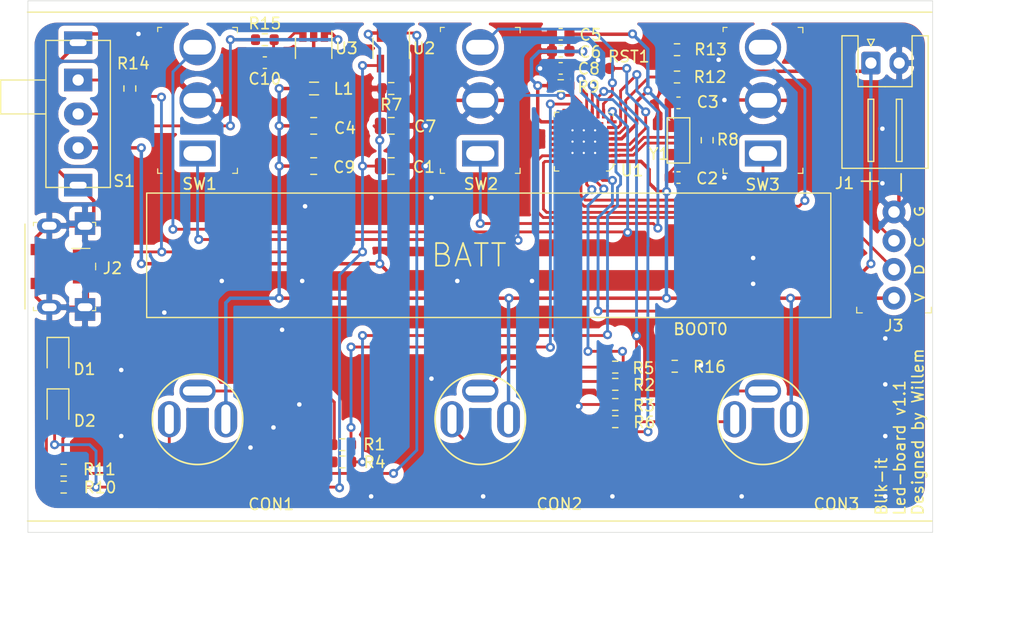
<source format=kicad_pcb>
(kicad_pcb (version 20171130) (host pcbnew "(5.1.9-0-10_14)")

  (general
    (thickness 1.6)
    (drawings 20)
    (tracks 517)
    (zones 0)
    (modules 45)
    (nets 50)
  )

  (page A4)
  (layers
    (0 F.Cu signal)
    (31 B.Cu signal)
    (32 B.Adhes user)
    (33 F.Adhes user)
    (34 B.Paste user)
    (35 F.Paste user)
    (36 B.SilkS user)
    (37 F.SilkS user)
    (38 B.Mask user)
    (39 F.Mask user)
    (40 Dwgs.User user)
    (41 Cmts.User user)
    (42 Eco1.User user)
    (43 Eco2.User user)
    (44 Edge.Cuts user)
    (45 Margin user)
    (46 B.CrtYd user)
    (47 F.CrtYd user)
    (48 B.Fab user hide)
    (49 F.Fab user hide)
  )

  (setup
    (last_trace_width 0.25)
    (trace_clearance 0.2)
    (zone_clearance 0.508)
    (zone_45_only no)
    (trace_min 0.2)
    (via_size 0.8)
    (via_drill 0.4)
    (via_min_size 0.4)
    (via_min_drill 0.3)
    (uvia_size 0.3)
    (uvia_drill 0.1)
    (uvias_allowed no)
    (uvia_min_size 0.2)
    (uvia_min_drill 0.1)
    (edge_width 0.05)
    (segment_width 0.2)
    (pcb_text_width 0.3)
    (pcb_text_size 1.5 1.5)
    (mod_edge_width 0.12)
    (mod_text_size 1 1)
    (mod_text_width 0.15)
    (pad_size 2 2.5)
    (pad_drill 0.6)
    (pad_to_mask_clearance 0)
    (aux_axis_origin 0 0)
    (visible_elements FFFFFF7F)
    (pcbplotparams
      (layerselection 0x010f0_ffffffff)
      (usegerberextensions false)
      (usegerberattributes false)
      (usegerberadvancedattributes false)
      (creategerberjobfile false)
      (excludeedgelayer true)
      (linewidth 0.100000)
      (plotframeref false)
      (viasonmask false)
      (mode 1)
      (useauxorigin false)
      (hpglpennumber 1)
      (hpglpenspeed 20)
      (hpglpendiameter 15.000000)
      (psnegative false)
      (psa4output false)
      (plotreference true)
      (plotvalue false)
      (plotinvisibletext false)
      (padsonsilk true)
      (subtractmaskfromsilk false)
      (outputformat 1)
      (mirror false)
      (drillshape 0)
      (scaleselection 1)
      (outputdirectory "gerber/"))
  )

  (net 0 "")
  (net 1 GND)
  (net 2 VBUS)
  (net 3 "Net-(C2-Pad1)")
  (net 4 "Net-(C3-Pad1)")
  (net 5 +3V3)
  (net 6 +BATT)
  (net 7 RST)
  (net 8 "Net-(CON1-Pad1)")
  (net 9 "Net-(CON1-Pad2)")
  (net 10 "Net-(CON2-Pad1)")
  (net 11 "Net-(CON2-Pad2)")
  (net 12 "Net-(CON3-Pad1)")
  (net 13 "Net-(CON3-Pad2)")
  (net 14 "Net-(D1-Pad2)")
  (net 15 "Net-(J2-Pad2)")
  (net 16 "Net-(J2-Pad3)")
  (net 17 SWCLK)
  (net 18 SWDIO)
  (net 19 "Net-(L1-Pad1)")
  (net 20 LED1)
  (net 21 LED2)
  (net 22 LED3)
  (net 23 DET1)
  (net 24 DET2)
  (net 25 DET3)
  (net 26 "Net-(R7-Pad1)")
  (net 27 "Net-(R11-Pad2)")
  (net 28 MEAS_VBATT)
  (net 29 SWITCH12)
  (net 30 SWITCH1)
  (net 31 SWITCH22)
  (net 32 SWITCH2)
  (net 33 SWITCH32)
  (net 34 SWITCH3)
  (net 35 "Net-(U1-Pad25)")
  (net 36 "Net-(U1-Pad15)")
  (net 37 "Net-(U1-Pad18)")
  (net 38 "Net-(U1-Pad19)")
  (net 39 "Net-(U1-Pad20)")
  (net 40 "Net-(U1-Pad21)")
  (net 41 "Net-(U1-Pad22)")
  (net 42 "Net-(U1-Pad26)")
  (net 43 "Net-(R14-Pad1)")
  (net 44 +BATT_SWITCHED)
  (net 45 "Net-(C10-Pad1)")
  (net 46 "Net-(D2-Pad1)")
  (net 47 BOOT0)
  (net 48 "Net-(U1-Pad32)")
  (net 49 "Net-(U1-Pad16)")

  (net_class Default "This is the default net class."
    (clearance 0.2)
    (trace_width 0.25)
    (via_dia 0.8)
    (via_drill 0.4)
    (uvia_dia 0.3)
    (uvia_drill 0.1)
    (add_net BOOT0)
    (add_net DET1)
    (add_net DET2)
    (add_net DET3)
    (add_net LED1)
    (add_net LED2)
    (add_net LED3)
    (add_net MEAS_VBATT)
    (add_net "Net-(C10-Pad1)")
    (add_net "Net-(C2-Pad1)")
    (add_net "Net-(C3-Pad1)")
    (add_net "Net-(CON1-Pad1)")
    (add_net "Net-(CON1-Pad2)")
    (add_net "Net-(CON2-Pad1)")
    (add_net "Net-(CON2-Pad2)")
    (add_net "Net-(CON3-Pad1)")
    (add_net "Net-(CON3-Pad2)")
    (add_net "Net-(D1-Pad2)")
    (add_net "Net-(D2-Pad1)")
    (add_net "Net-(J2-Pad2)")
    (add_net "Net-(J2-Pad3)")
    (add_net "Net-(L1-Pad1)")
    (add_net "Net-(R11-Pad2)")
    (add_net "Net-(R14-Pad1)")
    (add_net "Net-(R7-Pad1)")
    (add_net "Net-(U1-Pad15)")
    (add_net "Net-(U1-Pad16)")
    (add_net "Net-(U1-Pad18)")
    (add_net "Net-(U1-Pad19)")
    (add_net "Net-(U1-Pad20)")
    (add_net "Net-(U1-Pad21)")
    (add_net "Net-(U1-Pad22)")
    (add_net "Net-(U1-Pad25)")
    (add_net "Net-(U1-Pad26)")
    (add_net "Net-(U1-Pad32)")
    (add_net RST)
    (add_net SWCLK)
    (add_net SWDIO)
    (add_net SWITCH1)
    (add_net SWITCH12)
    (add_net SWITCH2)
    (add_net SWITCH22)
    (add_net SWITCH3)
    (add_net SWITCH32)
    (add_net VBUS)
  )

  (net_class POWER ""
    (clearance 0.2)
    (trace_width 0.3048)
    (via_dia 0.8)
    (via_drill 0.4)
    (uvia_dia 0.3)
    (uvia_drill 0.1)
    (add_net +3V3)
    (add_net +BATT)
    (add_net +BATT_SWITCHED)
    (add_net GND)
  )

  (module Resistor_SMD:R_0603_1608Metric (layer F.Cu) (tedit 5F68FEEE) (tstamp 60539F51)
    (at 162.2298 104.8258)
    (descr "Resistor SMD 0603 (1608 Metric), square (rectangular) end terminal, IPC_7351 nominal, (Body size source: IPC-SM-782 page 72, https://www.pcb-3d.com/wordpress/wp-content/uploads/ipc-sm-782a_amendment_1_and_2.pdf), generated with kicad-footprint-generator")
    (tags resistor)
    (path /6053E837)
    (attr smd)
    (fp_text reference R16 (at 3.0734 0.0508) (layer F.SilkS)
      (effects (font (size 1 1) (thickness 0.15)))
    )
    (fp_text value 10K (at 0 1.43) (layer F.Fab)
      (effects (font (size 1 1) (thickness 0.15)))
    )
    (fp_line (start 1.48 0.73) (end -1.48 0.73) (layer F.CrtYd) (width 0.05))
    (fp_line (start 1.48 -0.73) (end 1.48 0.73) (layer F.CrtYd) (width 0.05))
    (fp_line (start -1.48 -0.73) (end 1.48 -0.73) (layer F.CrtYd) (width 0.05))
    (fp_line (start -1.48 0.73) (end -1.48 -0.73) (layer F.CrtYd) (width 0.05))
    (fp_line (start -0.237258 0.5225) (end 0.237258 0.5225) (layer F.SilkS) (width 0.12))
    (fp_line (start -0.237258 -0.5225) (end 0.237258 -0.5225) (layer F.SilkS) (width 0.12))
    (fp_line (start 0.8 0.4125) (end -0.8 0.4125) (layer F.Fab) (width 0.1))
    (fp_line (start 0.8 -0.4125) (end 0.8 0.4125) (layer F.Fab) (width 0.1))
    (fp_line (start -0.8 -0.4125) (end 0.8 -0.4125) (layer F.Fab) (width 0.1))
    (fp_line (start -0.8 0.4125) (end -0.8 -0.4125) (layer F.Fab) (width 0.1))
    (fp_text user %R (at 0 0) (layer F.Fab)
      (effects (font (size 0.4 0.4) (thickness 0.06)))
    )
    (pad 2 smd roundrect (at 0.825 0) (size 0.8 0.95) (layers F.Cu F.Paste F.Mask) (roundrect_rratio 0.25)
      (net 1 GND))
    (pad 1 smd roundrect (at -0.825 0) (size 0.8 0.95) (layers F.Cu F.Paste F.Mask) (roundrect_rratio 0.25)
      (net 47 BOOT0))
    (model ${KISYS3DMOD}/Resistor_SMD.3dshapes/R_0603_1608Metric.wrl
      (at (xyz 0 0 0))
      (scale (xyz 1 1 1))
      (rotate (xyz 0 0 0))
    )
  )

  (module Package_TO_SOT_SMD:SOT-23-5_HandSoldering (layer F.Cu) (tedit 5A0AB76C) (tstamp 60282101)
    (at 130.302 76.708 270)
    (descr "5-pin SOT23 package")
    (tags "SOT-23-5 hand-soldering")
    (path /604D4EA0)
    (attr smd)
    (fp_text reference U3 (at 0 -2.9) (layer F.SilkS)
      (effects (font (size 1 1) (thickness 0.15)))
    )
    (fp_text value LM3671MF-3.3 (at 0 2.9 90) (layer F.Fab)
      (effects (font (size 1 1) (thickness 0.15)))
    )
    (fp_line (start 2.38 1.8) (end -2.38 1.8) (layer F.CrtYd) (width 0.05))
    (fp_line (start 2.38 1.8) (end 2.38 -1.8) (layer F.CrtYd) (width 0.05))
    (fp_line (start -2.38 -1.8) (end -2.38 1.8) (layer F.CrtYd) (width 0.05))
    (fp_line (start -2.38 -1.8) (end 2.38 -1.8) (layer F.CrtYd) (width 0.05))
    (fp_line (start 0.9 -1.55) (end 0.9 1.55) (layer F.Fab) (width 0.1))
    (fp_line (start 0.9 1.55) (end -0.9 1.55) (layer F.Fab) (width 0.1))
    (fp_line (start -0.9 -0.9) (end -0.9 1.55) (layer F.Fab) (width 0.1))
    (fp_line (start 0.9 -1.55) (end -0.25 -1.55) (layer F.Fab) (width 0.1))
    (fp_line (start -0.9 -0.9) (end -0.25 -1.55) (layer F.Fab) (width 0.1))
    (fp_line (start 0.9 -1.61) (end -1.55 -1.61) (layer F.SilkS) (width 0.12))
    (fp_line (start -0.9 1.61) (end 0.9 1.61) (layer F.SilkS) (width 0.12))
    (fp_text user %R (at 0 0) (layer F.Fab)
      (effects (font (size 0.5 0.5) (thickness 0.075)))
    )
    (pad 5 smd rect (at 1.35 -0.95 270) (size 1.56 0.65) (layers F.Cu F.Paste F.Mask)
      (net 19 "Net-(L1-Pad1)"))
    (pad 4 smd rect (at 1.35 0.95 270) (size 1.56 0.65) (layers F.Cu F.Paste F.Mask)
      (net 5 +3V3))
    (pad 3 smd rect (at -1.35 0.95 270) (size 1.56 0.65) (layers F.Cu F.Paste F.Mask)
      (net 45 "Net-(C10-Pad1)"))
    (pad 2 smd rect (at -1.35 0 270) (size 1.56 0.65) (layers F.Cu F.Paste F.Mask)
      (net 1 GND))
    (pad 1 smd rect (at -1.35 -0.95 270) (size 1.56 0.65) (layers F.Cu F.Paste F.Mask)
      (net 44 +BATT_SWITCHED))
    (model ${KISYS3DMOD}/Package_TO_SOT_SMD.3dshapes/SOT-23-5.wrl
      (at (xyz 0 0 0))
      (scale (xyz 1 1 1))
      (rotate (xyz 0 0 0))
    )
  )

  (module Package_TO_SOT_SMD:SOT-23-5_HandSoldering (layer F.Cu) (tedit 5A0AB76C) (tstamp 6052D355)
    (at 137.16 76.708 270)
    (descr "5-pin SOT23 package")
    (tags "SOT-23-5 hand-soldering")
    (path /60220E3E)
    (attr smd)
    (fp_text reference U2 (at 0 -2.9 180) (layer F.SilkS)
      (effects (font (size 1 1) (thickness 0.15)))
    )
    (fp_text value MCP73832T-2ACI_OT (at 0 2.9 90) (layer F.Fab)
      (effects (font (size 1 1) (thickness 0.15)))
    )
    (fp_line (start 2.38 1.8) (end -2.38 1.8) (layer F.CrtYd) (width 0.05))
    (fp_line (start 2.38 1.8) (end 2.38 -1.8) (layer F.CrtYd) (width 0.05))
    (fp_line (start -2.38 -1.8) (end -2.38 1.8) (layer F.CrtYd) (width 0.05))
    (fp_line (start -2.38 -1.8) (end 2.38 -1.8) (layer F.CrtYd) (width 0.05))
    (fp_line (start 0.9 -1.55) (end 0.9 1.55) (layer F.Fab) (width 0.1))
    (fp_line (start 0.9 1.55) (end -0.9 1.55) (layer F.Fab) (width 0.1))
    (fp_line (start -0.9 -0.9) (end -0.9 1.55) (layer F.Fab) (width 0.1))
    (fp_line (start 0.9 -1.55) (end -0.25 -1.55) (layer F.Fab) (width 0.1))
    (fp_line (start -0.9 -0.9) (end -0.25 -1.55) (layer F.Fab) (width 0.1))
    (fp_line (start 0.9 -1.61) (end -1.55 -1.61) (layer F.SilkS) (width 0.12))
    (fp_line (start -0.9 1.61) (end 0.9 1.61) (layer F.SilkS) (width 0.12))
    (fp_text user %R (at 0 0) (layer F.Fab)
      (effects (font (size 0.5 0.5) (thickness 0.075)))
    )
    (pad 5 smd rect (at 1.35 -0.95 270) (size 1.56 0.65) (layers F.Cu F.Paste F.Mask)
      (net 26 "Net-(R7-Pad1)"))
    (pad 4 smd rect (at 1.35 0.95 270) (size 1.56 0.65) (layers F.Cu F.Paste F.Mask)
      (net 2 VBUS))
    (pad 3 smd rect (at -1.35 0.95 270) (size 1.56 0.65) (layers F.Cu F.Paste F.Mask)
      (net 6 +BATT))
    (pad 2 smd rect (at -1.35 0 270) (size 1.56 0.65) (layers F.Cu F.Paste F.Mask)
      (net 1 GND))
    (pad 1 smd rect (at -1.35 -0.95 270) (size 1.56 0.65) (layers F.Cu F.Paste F.Mask)
      (net 27 "Net-(R11-Pad2)"))
    (model ${KISYS3DMOD}/Package_TO_SOT_SMD.3dshapes/SOT-23-5.wrl
      (at (xyz 0 0 0))
      (scale (xyz 1 1 1))
      (rotate (xyz 0 0 0))
    )
  )

  (module Resistor_SMD:R_0603_1608Metric (layer F.Cu) (tedit 5F68FEEE) (tstamp 6021C2F0)
    (at 162.433 79.248)
    (descr "Resistor SMD 0603 (1608 Metric), square (rectangular) end terminal, IPC_7351 nominal, (Body size source: IPC-SM-782 page 72, https://www.pcb-3d.com/wordpress/wp-content/uploads/ipc-sm-782a_amendment_1_and_2.pdf), generated with kicad-footprint-generator")
    (tags resistor)
    (path /60403C7A)
    (attr smd)
    (fp_text reference R13 (at 2.9718 -2.4384) (layer F.SilkS)
      (effects (font (size 1 1) (thickness 0.15)))
    )
    (fp_text value 100K (at 0 1.43) (layer F.Fab)
      (effects (font (size 1 1) (thickness 0.15)))
    )
    (fp_line (start 1.48 0.73) (end -1.48 0.73) (layer F.CrtYd) (width 0.05))
    (fp_line (start 1.48 -0.73) (end 1.48 0.73) (layer F.CrtYd) (width 0.05))
    (fp_line (start -1.48 -0.73) (end 1.48 -0.73) (layer F.CrtYd) (width 0.05))
    (fp_line (start -1.48 0.73) (end -1.48 -0.73) (layer F.CrtYd) (width 0.05))
    (fp_line (start -0.237258 0.5225) (end 0.237258 0.5225) (layer F.SilkS) (width 0.12))
    (fp_line (start -0.237258 -0.5225) (end 0.237258 -0.5225) (layer F.SilkS) (width 0.12))
    (fp_line (start 0.8 0.4125) (end -0.8 0.4125) (layer F.Fab) (width 0.1))
    (fp_line (start 0.8 -0.4125) (end 0.8 0.4125) (layer F.Fab) (width 0.1))
    (fp_line (start -0.8 -0.4125) (end 0.8 -0.4125) (layer F.Fab) (width 0.1))
    (fp_line (start -0.8 0.4125) (end -0.8 -0.4125) (layer F.Fab) (width 0.1))
    (fp_text user %R (at 0 0) (layer F.Fab)
      (effects (font (size 0.4 0.4) (thickness 0.06)))
    )
    (pad 2 smd roundrect (at 0.825 0) (size 0.8 0.95) (layers F.Cu F.Paste F.Mask) (roundrect_rratio 0.25)
      (net 1 GND))
    (pad 1 smd roundrect (at -0.825 0) (size 0.8 0.95) (layers F.Cu F.Paste F.Mask) (roundrect_rratio 0.25)
      (net 28 MEAS_VBATT))
    (model ${KISYS3DMOD}/Resistor_SMD.3dshapes/R_0603_1608Metric.wrl
      (at (xyz 0 0 0))
      (scale (xyz 1 1 1))
      (rotate (xyz 0 0 0))
    )
  )

  (module Resistor_SMD:R_0603_1608Metric (layer F.Cu) (tedit 5F68FEEE) (tstamp 6021C2DC)
    (at 162.433 76.835 180)
    (descr "Resistor SMD 0603 (1608 Metric), square (rectangular) end terminal, IPC_7351 nominal, (Body size source: IPC-SM-782 page 72, https://www.pcb-3d.com/wordpress/wp-content/uploads/ipc-sm-782a_amendment_1_and_2.pdf), generated with kicad-footprint-generator")
    (tags resistor)
    (path /6040529B)
    (attr smd)
    (fp_text reference R12 (at -2.921 -2.413) (layer F.SilkS)
      (effects (font (size 1 1) (thickness 0.15)))
    )
    (fp_text value 220K (at 0 1.43) (layer F.Fab)
      (effects (font (size 1 1) (thickness 0.15)))
    )
    (fp_line (start 1.48 0.73) (end -1.48 0.73) (layer F.CrtYd) (width 0.05))
    (fp_line (start 1.48 -0.73) (end 1.48 0.73) (layer F.CrtYd) (width 0.05))
    (fp_line (start -1.48 -0.73) (end 1.48 -0.73) (layer F.CrtYd) (width 0.05))
    (fp_line (start -1.48 0.73) (end -1.48 -0.73) (layer F.CrtYd) (width 0.05))
    (fp_line (start -0.237258 0.5225) (end 0.237258 0.5225) (layer F.SilkS) (width 0.12))
    (fp_line (start -0.237258 -0.5225) (end 0.237258 -0.5225) (layer F.SilkS) (width 0.12))
    (fp_line (start 0.8 0.4125) (end -0.8 0.4125) (layer F.Fab) (width 0.1))
    (fp_line (start 0.8 -0.4125) (end 0.8 0.4125) (layer F.Fab) (width 0.1))
    (fp_line (start -0.8 -0.4125) (end 0.8 -0.4125) (layer F.Fab) (width 0.1))
    (fp_line (start -0.8 0.4125) (end -0.8 -0.4125) (layer F.Fab) (width 0.1))
    (fp_text user %R (at 0 0) (layer F.Fab)
      (effects (font (size 0.4 0.4) (thickness 0.06)))
    )
    (pad 2 smd roundrect (at 0.825 0 180) (size 0.8 0.95) (layers F.Cu F.Paste F.Mask) (roundrect_rratio 0.25)
      (net 28 MEAS_VBATT))
    (pad 1 smd roundrect (at -0.825 0 180) (size 0.8 0.95) (layers F.Cu F.Paste F.Mask) (roundrect_rratio 0.25)
      (net 6 +BATT))
    (model ${KISYS3DMOD}/Resistor_SMD.3dshapes/R_0603_1608Metric.wrl
      (at (xyz 0 0 0))
      (scale (xyz 1 1 1))
      (rotate (xyz 0 0 0))
    )
  )

  (module Resistor_SMD:R_0603_1608Metric (layer F.Cu) (tedit 5F68FEEE) (tstamp 6021C2C8)
    (at 108.19288 114.012)
    (descr "Resistor SMD 0603 (1608 Metric), square (rectangular) end terminal, IPC_7351 nominal, (Body size source: IPC-SM-782 page 72, https://www.pcb-3d.com/wordpress/wp-content/uploads/ipc-sm-782a_amendment_1_and_2.pdf), generated with kicad-footprint-generator")
    (tags resistor)
    (path /602AF25A)
    (attr smd)
    (fp_text reference R11 (at 3.16072 -0.0676) (layer F.SilkS)
      (effects (font (size 1 1) (thickness 0.15)))
    )
    (fp_text value 470E (at 0 1.43) (layer F.Fab)
      (effects (font (size 1 1) (thickness 0.15)))
    )
    (fp_line (start 1.48 0.73) (end -1.48 0.73) (layer F.CrtYd) (width 0.05))
    (fp_line (start 1.48 -0.73) (end 1.48 0.73) (layer F.CrtYd) (width 0.05))
    (fp_line (start -1.48 -0.73) (end 1.48 -0.73) (layer F.CrtYd) (width 0.05))
    (fp_line (start -1.48 0.73) (end -1.48 -0.73) (layer F.CrtYd) (width 0.05))
    (fp_line (start -0.237258 0.5225) (end 0.237258 0.5225) (layer F.SilkS) (width 0.12))
    (fp_line (start -0.237258 -0.5225) (end 0.237258 -0.5225) (layer F.SilkS) (width 0.12))
    (fp_line (start 0.8 0.4125) (end -0.8 0.4125) (layer F.Fab) (width 0.1))
    (fp_line (start 0.8 -0.4125) (end 0.8 0.4125) (layer F.Fab) (width 0.1))
    (fp_line (start -0.8 -0.4125) (end 0.8 -0.4125) (layer F.Fab) (width 0.1))
    (fp_line (start -0.8 0.4125) (end -0.8 -0.4125) (layer F.Fab) (width 0.1))
    (fp_text user %R (at 0 0) (layer F.Fab)
      (effects (font (size 0.4 0.4) (thickness 0.06)))
    )
    (pad 2 smd roundrect (at 0.825 0) (size 0.8 0.95) (layers F.Cu F.Paste F.Mask) (roundrect_rratio 0.25)
      (net 27 "Net-(R11-Pad2)"))
    (pad 1 smd roundrect (at -0.825 0) (size 0.8 0.95) (layers F.Cu F.Paste F.Mask) (roundrect_rratio 0.25)
      (net 46 "Net-(D2-Pad1)"))
    (model ${KISYS3DMOD}/Resistor_SMD.3dshapes/R_0603_1608Metric.wrl
      (at (xyz 0 0 0))
      (scale (xyz 1 1 1))
      (rotate (xyz 0 0 0))
    )
  )

  (module Resistor_SMD:R_0603_1608Metric (layer F.Cu) (tedit 5F68FEEE) (tstamp 6021C2B4)
    (at 108.19288 115.512)
    (descr "Resistor SMD 0603 (1608 Metric), square (rectangular) end terminal, IPC_7351 nominal, (Body size source: IPC-SM-782 page 72, https://www.pcb-3d.com/wordpress/wp-content/uploads/ipc-sm-782a_amendment_1_and_2.pdf), generated with kicad-footprint-generator")
    (tags resistor)
    (path /602AE2E0)
    (attr smd)
    (fp_text reference R10 (at 3.21152 0.0326) (layer F.SilkS)
      (effects (font (size 1 1) (thickness 0.15)))
    )
    (fp_text value 470E (at 0 1.43) (layer F.Fab)
      (effects (font (size 1 1) (thickness 0.15)))
    )
    (fp_line (start 1.48 0.73) (end -1.48 0.73) (layer F.CrtYd) (width 0.05))
    (fp_line (start 1.48 -0.73) (end 1.48 0.73) (layer F.CrtYd) (width 0.05))
    (fp_line (start -1.48 -0.73) (end 1.48 -0.73) (layer F.CrtYd) (width 0.05))
    (fp_line (start -1.48 0.73) (end -1.48 -0.73) (layer F.CrtYd) (width 0.05))
    (fp_line (start -0.237258 0.5225) (end 0.237258 0.5225) (layer F.SilkS) (width 0.12))
    (fp_line (start -0.237258 -0.5225) (end 0.237258 -0.5225) (layer F.SilkS) (width 0.12))
    (fp_line (start 0.8 0.4125) (end -0.8 0.4125) (layer F.Fab) (width 0.1))
    (fp_line (start 0.8 -0.4125) (end 0.8 0.4125) (layer F.Fab) (width 0.1))
    (fp_line (start -0.8 -0.4125) (end 0.8 -0.4125) (layer F.Fab) (width 0.1))
    (fp_line (start -0.8 0.4125) (end -0.8 -0.4125) (layer F.Fab) (width 0.1))
    (fp_text user %R (at 0 0) (layer F.Fab)
      (effects (font (size 0.4 0.4) (thickness 0.06)))
    )
    (pad 2 smd roundrect (at 0.825 0) (size 0.8 0.95) (layers F.Cu F.Paste F.Mask) (roundrect_rratio 0.25)
      (net 2 VBUS))
    (pad 1 smd roundrect (at -0.825 0) (size 0.8 0.95) (layers F.Cu F.Paste F.Mask) (roundrect_rratio 0.25)
      (net 14 "Net-(D1-Pad2)"))
    (model ${KISYS3DMOD}/Resistor_SMD.3dshapes/R_0603_1608Metric.wrl
      (at (xyz 0 0 0))
      (scale (xyz 1 1 1))
      (rotate (xyz 0 0 0))
    )
  )

  (module Resistor_SMD:R_0603_1608Metric (layer F.Cu) (tedit 5F68FEEE) (tstamp 6021C2A0)
    (at 152.146 80.01)
    (descr "Resistor SMD 0603 (1608 Metric), square (rectangular) end terminal, IPC_7351 nominal, (Body size source: IPC-SM-782 page 72, https://www.pcb-3d.com/wordpress/wp-content/uploads/ipc-sm-782a_amendment_1_and_2.pdf), generated with kicad-footprint-generator")
    (tags resistor)
    (path /602E1D33)
    (attr smd)
    (fp_text reference R9 (at 2.4638 0.1016) (layer F.SilkS)
      (effects (font (size 1 1) (thickness 0.15)))
    )
    (fp_text value 1K (at 0 1.43) (layer F.Fab)
      (effects (font (size 1 1) (thickness 0.15)))
    )
    (fp_line (start 1.48 0.73) (end -1.48 0.73) (layer F.CrtYd) (width 0.05))
    (fp_line (start 1.48 -0.73) (end 1.48 0.73) (layer F.CrtYd) (width 0.05))
    (fp_line (start -1.48 -0.73) (end 1.48 -0.73) (layer F.CrtYd) (width 0.05))
    (fp_line (start -1.48 0.73) (end -1.48 -0.73) (layer F.CrtYd) (width 0.05))
    (fp_line (start -0.237258 0.5225) (end 0.237258 0.5225) (layer F.SilkS) (width 0.12))
    (fp_line (start -0.237258 -0.5225) (end 0.237258 -0.5225) (layer F.SilkS) (width 0.12))
    (fp_line (start 0.8 0.4125) (end -0.8 0.4125) (layer F.Fab) (width 0.1))
    (fp_line (start 0.8 -0.4125) (end 0.8 0.4125) (layer F.Fab) (width 0.1))
    (fp_line (start -0.8 -0.4125) (end 0.8 -0.4125) (layer F.Fab) (width 0.1))
    (fp_line (start -0.8 0.4125) (end -0.8 -0.4125) (layer F.Fab) (width 0.1))
    (fp_text user %R (at 0 0) (layer F.Fab)
      (effects (font (size 0.4 0.4) (thickness 0.06)))
    )
    (pad 2 smd roundrect (at 0.825 0) (size 0.8 0.95) (layers F.Cu F.Paste F.Mask) (roundrect_rratio 0.25)
      (net 7 RST))
    (pad 1 smd roundrect (at -0.825 0) (size 0.8 0.95) (layers F.Cu F.Paste F.Mask) (roundrect_rratio 0.25)
      (net 5 +3V3))
    (model ${KISYS3DMOD}/Resistor_SMD.3dshapes/R_0603_1608Metric.wrl
      (at (xyz 0 0 0))
      (scale (xyz 1 1 1))
      (rotate (xyz 0 0 0))
    )
  )

  (module Resistor_SMD:R_0603_1608Metric (layer F.Cu) (tedit 5F68FEEE) (tstamp 6053165E)
    (at 165.1 84.836 90)
    (descr "Resistor SMD 0603 (1608 Metric), square (rectangular) end terminal, IPC_7351 nominal, (Body size source: IPC-SM-782 page 72, https://www.pcb-3d.com/wordpress/wp-content/uploads/ipc-sm-782a_amendment_1_and_2.pdf), generated with kicad-footprint-generator")
    (tags resistor)
    (path /603F8E75)
    (attr smd)
    (fp_text reference R8 (at 0.0508 1.8288 180) (layer F.SilkS)
      (effects (font (size 1 1) (thickness 0.15)))
    )
    (fp_text value 1M (at 0 1.43 90) (layer F.Fab)
      (effects (font (size 1 1) (thickness 0.15)))
    )
    (fp_line (start 1.48 0.73) (end -1.48 0.73) (layer F.CrtYd) (width 0.05))
    (fp_line (start 1.48 -0.73) (end 1.48 0.73) (layer F.CrtYd) (width 0.05))
    (fp_line (start -1.48 -0.73) (end 1.48 -0.73) (layer F.CrtYd) (width 0.05))
    (fp_line (start -1.48 0.73) (end -1.48 -0.73) (layer F.CrtYd) (width 0.05))
    (fp_line (start -0.237258 0.5225) (end 0.237258 0.5225) (layer F.SilkS) (width 0.12))
    (fp_line (start -0.237258 -0.5225) (end 0.237258 -0.5225) (layer F.SilkS) (width 0.12))
    (fp_line (start 0.8 0.4125) (end -0.8 0.4125) (layer F.Fab) (width 0.1))
    (fp_line (start 0.8 -0.4125) (end 0.8 0.4125) (layer F.Fab) (width 0.1))
    (fp_line (start -0.8 -0.4125) (end 0.8 -0.4125) (layer F.Fab) (width 0.1))
    (fp_line (start -0.8 0.4125) (end -0.8 -0.4125) (layer F.Fab) (width 0.1))
    (fp_text user %R (at 0 0 90) (layer F.Fab)
      (effects (font (size 0.4 0.4) (thickness 0.06)))
    )
    (pad 2 smd roundrect (at 0.825 0 90) (size 0.8 0.95) (layers F.Cu F.Paste F.Mask) (roundrect_rratio 0.25)
      (net 4 "Net-(C3-Pad1)"))
    (pad 1 smd roundrect (at -0.825 0 90) (size 0.8 0.95) (layers F.Cu F.Paste F.Mask) (roundrect_rratio 0.25)
      (net 3 "Net-(C2-Pad1)"))
    (model ${KISYS3DMOD}/Resistor_SMD.3dshapes/R_0603_1608Metric.wrl
      (at (xyz 0 0 0))
      (scale (xyz 1 1 1))
      (rotate (xyz 0 0 0))
    )
  )

  (module Resistor_SMD:R_0603_1608Metric (layer F.Cu) (tedit 5F68FEEE) (tstamp 6052D2E1)
    (at 137.16 80.264 180)
    (descr "Resistor SMD 0603 (1608 Metric), square (rectangular) end terminal, IPC_7351 nominal, (Body size source: IPC-SM-782 page 72, https://www.pcb-3d.com/wordpress/wp-content/uploads/ipc-sm-782a_amendment_1_and_2.pdf), generated with kicad-footprint-generator")
    (tags resistor)
    (path /60299759)
    (attr smd)
    (fp_text reference R7 (at 0 -1.43) (layer F.SilkS)
      (effects (font (size 1 1) (thickness 0.15)))
    )
    (fp_text value 3K3 (at 0 1.43) (layer F.Fab)
      (effects (font (size 1 1) (thickness 0.15)))
    )
    (fp_line (start 1.48 0.73) (end -1.48 0.73) (layer F.CrtYd) (width 0.05))
    (fp_line (start 1.48 -0.73) (end 1.48 0.73) (layer F.CrtYd) (width 0.05))
    (fp_line (start -1.48 -0.73) (end 1.48 -0.73) (layer F.CrtYd) (width 0.05))
    (fp_line (start -1.48 0.73) (end -1.48 -0.73) (layer F.CrtYd) (width 0.05))
    (fp_line (start -0.237258 0.5225) (end 0.237258 0.5225) (layer F.SilkS) (width 0.12))
    (fp_line (start -0.237258 -0.5225) (end 0.237258 -0.5225) (layer F.SilkS) (width 0.12))
    (fp_line (start 0.8 0.4125) (end -0.8 0.4125) (layer F.Fab) (width 0.1))
    (fp_line (start 0.8 -0.4125) (end 0.8 0.4125) (layer F.Fab) (width 0.1))
    (fp_line (start -0.8 -0.4125) (end 0.8 -0.4125) (layer F.Fab) (width 0.1))
    (fp_line (start -0.8 0.4125) (end -0.8 -0.4125) (layer F.Fab) (width 0.1))
    (fp_text user %R (at 0 0) (layer F.Fab)
      (effects (font (size 0.4 0.4) (thickness 0.06)))
    )
    (pad 2 smd roundrect (at 0.825 0 180) (size 0.8 0.95) (layers F.Cu F.Paste F.Mask) (roundrect_rratio 0.25)
      (net 1 GND))
    (pad 1 smd roundrect (at -0.825 0 180) (size 0.8 0.95) (layers F.Cu F.Paste F.Mask) (roundrect_rratio 0.25)
      (net 26 "Net-(R7-Pad1)"))
    (model ${KISYS3DMOD}/Resistor_SMD.3dshapes/R_0603_1608Metric.wrl
      (at (xyz 0 0 0))
      (scale (xyz 1 1 1))
      (rotate (xyz 0 0 0))
    )
  )

  (module Resistor_SMD:R_0603_1608Metric (layer F.Cu) (tedit 5F68FEEE) (tstamp 6021C264)
    (at 156.972 109.728 180)
    (descr "Resistor SMD 0603 (1608 Metric), square (rectangular) end terminal, IPC_7351 nominal, (Body size source: IPC-SM-782 page 72, https://www.pcb-3d.com/wordpress/wp-content/uploads/ipc-sm-782a_amendment_1_and_2.pdf), generated with kicad-footprint-generator")
    (tags resistor)
    (path /6025CE8E)
    (attr smd)
    (fp_text reference R6 (at -2.5654 -0.0508) (layer F.SilkS)
      (effects (font (size 1 1) (thickness 0.15)))
    )
    (fp_text value 10K (at 0 1.43) (layer F.Fab)
      (effects (font (size 1 1) (thickness 0.15)))
    )
    (fp_line (start 1.48 0.73) (end -1.48 0.73) (layer F.CrtYd) (width 0.05))
    (fp_line (start 1.48 -0.73) (end 1.48 0.73) (layer F.CrtYd) (width 0.05))
    (fp_line (start -1.48 -0.73) (end 1.48 -0.73) (layer F.CrtYd) (width 0.05))
    (fp_line (start -1.48 0.73) (end -1.48 -0.73) (layer F.CrtYd) (width 0.05))
    (fp_line (start -0.237258 0.5225) (end 0.237258 0.5225) (layer F.SilkS) (width 0.12))
    (fp_line (start -0.237258 -0.5225) (end 0.237258 -0.5225) (layer F.SilkS) (width 0.12))
    (fp_line (start 0.8 0.4125) (end -0.8 0.4125) (layer F.Fab) (width 0.1))
    (fp_line (start 0.8 -0.4125) (end 0.8 0.4125) (layer F.Fab) (width 0.1))
    (fp_line (start -0.8 -0.4125) (end 0.8 -0.4125) (layer F.Fab) (width 0.1))
    (fp_line (start -0.8 0.4125) (end -0.8 -0.4125) (layer F.Fab) (width 0.1))
    (fp_text user %R (at 0 0) (layer F.Fab)
      (effects (font (size 0.4 0.4) (thickness 0.06)))
    )
    (pad 2 smd roundrect (at 0.825 0 180) (size 0.8 0.95) (layers F.Cu F.Paste F.Mask) (roundrect_rratio 0.25)
      (net 25 DET3))
    (pad 1 smd roundrect (at -0.825 0 180) (size 0.8 0.95) (layers F.Cu F.Paste F.Mask) (roundrect_rratio 0.25)
      (net 13 "Net-(CON3-Pad2)"))
    (model ${KISYS3DMOD}/Resistor_SMD.3dshapes/R_0603_1608Metric.wrl
      (at (xyz 0 0 0))
      (scale (xyz 1 1 1))
      (rotate (xyz 0 0 0))
    )
  )

  (module Resistor_SMD:R_0603_1608Metric (layer F.Cu) (tedit 5F68FEEE) (tstamp 6021C250)
    (at 156.972 106.426)
    (descr "Resistor SMD 0603 (1608 Metric), square (rectangular) end terminal, IPC_7351 nominal, (Body size source: IPC-SM-782 page 72, https://www.pcb-3d.com/wordpress/wp-content/uploads/ipc-sm-782a_amendment_1_and_2.pdf), generated with kicad-footprint-generator")
    (tags resistor)
    (path /6025DA85)
    (attr smd)
    (fp_text reference R5 (at 2.4892 -1.43) (layer F.SilkS)
      (effects (font (size 1 1) (thickness 0.15)))
    )
    (fp_text value 10K (at 0 1.43) (layer F.Fab)
      (effects (font (size 1 1) (thickness 0.15)))
    )
    (fp_line (start 1.48 0.73) (end -1.48 0.73) (layer F.CrtYd) (width 0.05))
    (fp_line (start 1.48 -0.73) (end 1.48 0.73) (layer F.CrtYd) (width 0.05))
    (fp_line (start -1.48 -0.73) (end 1.48 -0.73) (layer F.CrtYd) (width 0.05))
    (fp_line (start -1.48 0.73) (end -1.48 -0.73) (layer F.CrtYd) (width 0.05))
    (fp_line (start -0.237258 0.5225) (end 0.237258 0.5225) (layer F.SilkS) (width 0.12))
    (fp_line (start -0.237258 -0.5225) (end 0.237258 -0.5225) (layer F.SilkS) (width 0.12))
    (fp_line (start 0.8 0.4125) (end -0.8 0.4125) (layer F.Fab) (width 0.1))
    (fp_line (start 0.8 -0.4125) (end 0.8 0.4125) (layer F.Fab) (width 0.1))
    (fp_line (start -0.8 -0.4125) (end 0.8 -0.4125) (layer F.Fab) (width 0.1))
    (fp_line (start -0.8 0.4125) (end -0.8 -0.4125) (layer F.Fab) (width 0.1))
    (fp_text user %R (at 0 0) (layer F.Fab)
      (effects (font (size 0.4 0.4) (thickness 0.06)))
    )
    (pad 2 smd roundrect (at 0.825 0) (size 0.8 0.95) (layers F.Cu F.Paste F.Mask) (roundrect_rratio 0.25)
      (net 24 DET2))
    (pad 1 smd roundrect (at -0.825 0) (size 0.8 0.95) (layers F.Cu F.Paste F.Mask) (roundrect_rratio 0.25)
      (net 11 "Net-(CON2-Pad2)"))
    (model ${KISYS3DMOD}/Resistor_SMD.3dshapes/R_0603_1608Metric.wrl
      (at (xyz 0 0 0))
      (scale (xyz 1 1 1))
      (rotate (xyz 0 0 0))
    )
  )

  (module Resistor_SMD:R_0603_1608Metric (layer F.Cu) (tedit 5F68FEEE) (tstamp 6021C23C)
    (at 132.842 113.284)
    (descr "Resistor SMD 0603 (1608 Metric), square (rectangular) end terminal, IPC_7351 nominal, (Body size source: IPC-SM-782 page 72, https://www.pcb-3d.com/wordpress/wp-content/uploads/ipc-sm-782a_amendment_1_and_2.pdf), generated with kicad-footprint-generator")
    (tags resistor)
    (path /6025E6DF)
    (attr smd)
    (fp_text reference R4 (at 2.8448 0.0254) (layer F.SilkS)
      (effects (font (size 1 1) (thickness 0.15)))
    )
    (fp_text value 10K (at 0 1.43) (layer F.Fab)
      (effects (font (size 1 1) (thickness 0.15)))
    )
    (fp_line (start 1.48 0.73) (end -1.48 0.73) (layer F.CrtYd) (width 0.05))
    (fp_line (start 1.48 -0.73) (end 1.48 0.73) (layer F.CrtYd) (width 0.05))
    (fp_line (start -1.48 -0.73) (end 1.48 -0.73) (layer F.CrtYd) (width 0.05))
    (fp_line (start -1.48 0.73) (end -1.48 -0.73) (layer F.CrtYd) (width 0.05))
    (fp_line (start -0.237258 0.5225) (end 0.237258 0.5225) (layer F.SilkS) (width 0.12))
    (fp_line (start -0.237258 -0.5225) (end 0.237258 -0.5225) (layer F.SilkS) (width 0.12))
    (fp_line (start 0.8 0.4125) (end -0.8 0.4125) (layer F.Fab) (width 0.1))
    (fp_line (start 0.8 -0.4125) (end 0.8 0.4125) (layer F.Fab) (width 0.1))
    (fp_line (start -0.8 -0.4125) (end 0.8 -0.4125) (layer F.Fab) (width 0.1))
    (fp_line (start -0.8 0.4125) (end -0.8 -0.4125) (layer F.Fab) (width 0.1))
    (fp_text user %R (at 0 0) (layer F.Fab)
      (effects (font (size 0.4 0.4) (thickness 0.06)))
    )
    (pad 2 smd roundrect (at 0.825 0) (size 0.8 0.95) (layers F.Cu F.Paste F.Mask) (roundrect_rratio 0.25)
      (net 23 DET1))
    (pad 1 smd roundrect (at -0.825 0) (size 0.8 0.95) (layers F.Cu F.Paste F.Mask) (roundrect_rratio 0.25)
      (net 9 "Net-(CON1-Pad2)"))
    (model ${KISYS3DMOD}/Resistor_SMD.3dshapes/R_0603_1608Metric.wrl
      (at (xyz 0 0 0))
      (scale (xyz 1 1 1))
      (rotate (xyz 0 0 0))
    )
  )

  (module Resistor_SMD:R_0603_1608Metric (layer F.Cu) (tedit 5F68FEEE) (tstamp 6021C228)
    (at 156.972 108.204 180)
    (descr "Resistor SMD 0603 (1608 Metric), square (rectangular) end terminal, IPC_7351 nominal, (Body size source: IPC-SM-782 page 72, https://www.pcb-3d.com/wordpress/wp-content/uploads/ipc-sm-782a_amendment_1_and_2.pdf), generated with kicad-footprint-generator")
    (tags resistor)
    (path /6024FF14)
    (attr smd)
    (fp_text reference R3 (at -2.54 -0.1016) (layer F.SilkS)
      (effects (font (size 1 1) (thickness 0.15)))
    )
    (fp_text value 105E (at 0 1.43) (layer F.Fab)
      (effects (font (size 1 1) (thickness 0.15)))
    )
    (fp_line (start 1.48 0.73) (end -1.48 0.73) (layer F.CrtYd) (width 0.05))
    (fp_line (start 1.48 -0.73) (end 1.48 0.73) (layer F.CrtYd) (width 0.05))
    (fp_line (start -1.48 -0.73) (end 1.48 -0.73) (layer F.CrtYd) (width 0.05))
    (fp_line (start -1.48 0.73) (end -1.48 -0.73) (layer F.CrtYd) (width 0.05))
    (fp_line (start -0.237258 0.5225) (end 0.237258 0.5225) (layer F.SilkS) (width 0.12))
    (fp_line (start -0.237258 -0.5225) (end 0.237258 -0.5225) (layer F.SilkS) (width 0.12))
    (fp_line (start 0.8 0.4125) (end -0.8 0.4125) (layer F.Fab) (width 0.1))
    (fp_line (start 0.8 -0.4125) (end 0.8 0.4125) (layer F.Fab) (width 0.1))
    (fp_line (start -0.8 -0.4125) (end 0.8 -0.4125) (layer F.Fab) (width 0.1))
    (fp_line (start -0.8 0.4125) (end -0.8 -0.4125) (layer F.Fab) (width 0.1))
    (fp_text user %R (at 0 0) (layer F.Fab)
      (effects (font (size 0.4 0.4) (thickness 0.06)))
    )
    (pad 2 smd roundrect (at 0.825 0 180) (size 0.8 0.95) (layers F.Cu F.Paste F.Mask) (roundrect_rratio 0.25)
      (net 22 LED3))
    (pad 1 smd roundrect (at -0.825 0 180) (size 0.8 0.95) (layers F.Cu F.Paste F.Mask) (roundrect_rratio 0.25)
      (net 12 "Net-(CON3-Pad1)"))
    (model ${KISYS3DMOD}/Resistor_SMD.3dshapes/R_0603_1608Metric.wrl
      (at (xyz 0 0 0))
      (scale (xyz 1 1 1))
      (rotate (xyz 0 0 0))
    )
  )

  (module Resistor_SMD:R_0603_1608Metric (layer F.Cu) (tedit 5F68FEEE) (tstamp 6021C214)
    (at 156.972 104.902 180)
    (descr "Resistor SMD 0603 (1608 Metric), square (rectangular) end terminal, IPC_7351 nominal, (Body size source: IPC-SM-782 page 72, https://www.pcb-3d.com/wordpress/wp-content/uploads/ipc-sm-782a_amendment_1_and_2.pdf), generated with kicad-footprint-generator")
    (tags resistor)
    (path /6024E7D0)
    (attr smd)
    (fp_text reference R2 (at -2.54 -1.5748) (layer F.SilkS)
      (effects (font (size 1 1) (thickness 0.15)))
    )
    (fp_text value 105E (at 0 1.43) (layer F.Fab)
      (effects (font (size 1 1) (thickness 0.15)))
    )
    (fp_line (start 1.48 0.73) (end -1.48 0.73) (layer F.CrtYd) (width 0.05))
    (fp_line (start 1.48 -0.73) (end 1.48 0.73) (layer F.CrtYd) (width 0.05))
    (fp_line (start -1.48 -0.73) (end 1.48 -0.73) (layer F.CrtYd) (width 0.05))
    (fp_line (start -1.48 0.73) (end -1.48 -0.73) (layer F.CrtYd) (width 0.05))
    (fp_line (start -0.237258 0.5225) (end 0.237258 0.5225) (layer F.SilkS) (width 0.12))
    (fp_line (start -0.237258 -0.5225) (end 0.237258 -0.5225) (layer F.SilkS) (width 0.12))
    (fp_line (start 0.8 0.4125) (end -0.8 0.4125) (layer F.Fab) (width 0.1))
    (fp_line (start 0.8 -0.4125) (end 0.8 0.4125) (layer F.Fab) (width 0.1))
    (fp_line (start -0.8 -0.4125) (end 0.8 -0.4125) (layer F.Fab) (width 0.1))
    (fp_line (start -0.8 0.4125) (end -0.8 -0.4125) (layer F.Fab) (width 0.1))
    (fp_text user %R (at 0 0) (layer F.Fab)
      (effects (font (size 0.4 0.4) (thickness 0.06)))
    )
    (pad 2 smd roundrect (at 0.825 0 180) (size 0.8 0.95) (layers F.Cu F.Paste F.Mask) (roundrect_rratio 0.25)
      (net 10 "Net-(CON2-Pad1)"))
    (pad 1 smd roundrect (at -0.825 0 180) (size 0.8 0.95) (layers F.Cu F.Paste F.Mask) (roundrect_rratio 0.25)
      (net 21 LED2))
    (model ${KISYS3DMOD}/Resistor_SMD.3dshapes/R_0603_1608Metric.wrl
      (at (xyz 0 0 0))
      (scale (xyz 1 1 1))
      (rotate (xyz 0 0 0))
    )
  )

  (module Resistor_SMD:R_0603_1608Metric (layer F.Cu) (tedit 5F68FEEE) (tstamp 6021C200)
    (at 132.828 111.76)
    (descr "Resistor SMD 0603 (1608 Metric), square (rectangular) end terminal, IPC_7351 nominal, (Body size source: IPC-SM-782 page 72, https://www.pcb-3d.com/wordpress/wp-content/uploads/ipc-sm-782a_amendment_1_and_2.pdf), generated with kicad-footprint-generator")
    (tags resistor)
    (path /6024F4D7)
    (attr smd)
    (fp_text reference R1 (at 2.8334 -0.0254) (layer F.SilkS)
      (effects (font (size 1 1) (thickness 0.15)))
    )
    (fp_text value 105E (at 0 1.43) (layer F.Fab)
      (effects (font (size 1 1) (thickness 0.15)))
    )
    (fp_line (start 1.48 0.73) (end -1.48 0.73) (layer F.CrtYd) (width 0.05))
    (fp_line (start 1.48 -0.73) (end 1.48 0.73) (layer F.CrtYd) (width 0.05))
    (fp_line (start -1.48 -0.73) (end 1.48 -0.73) (layer F.CrtYd) (width 0.05))
    (fp_line (start -1.48 0.73) (end -1.48 -0.73) (layer F.CrtYd) (width 0.05))
    (fp_line (start -0.237258 0.5225) (end 0.237258 0.5225) (layer F.SilkS) (width 0.12))
    (fp_line (start -0.237258 -0.5225) (end 0.237258 -0.5225) (layer F.SilkS) (width 0.12))
    (fp_line (start 0.8 0.4125) (end -0.8 0.4125) (layer F.Fab) (width 0.1))
    (fp_line (start 0.8 -0.4125) (end 0.8 0.4125) (layer F.Fab) (width 0.1))
    (fp_line (start -0.8 -0.4125) (end 0.8 -0.4125) (layer F.Fab) (width 0.1))
    (fp_line (start -0.8 0.4125) (end -0.8 -0.4125) (layer F.Fab) (width 0.1))
    (fp_text user %R (at 0 0) (layer F.Fab)
      (effects (font (size 0.4 0.4) (thickness 0.06)))
    )
    (pad 2 smd roundrect (at 0.825 0) (size 0.8 0.95) (layers F.Cu F.Paste F.Mask) (roundrect_rratio 0.25)
      (net 20 LED1))
    (pad 1 smd roundrect (at -0.825 0) (size 0.8 0.95) (layers F.Cu F.Paste F.Mask) (roundrect_rratio 0.25)
      (net 8 "Net-(CON1-Pad1)"))
    (model ${KISYS3DMOD}/Resistor_SMD.3dshapes/R_0603_1608Metric.wrl
      (at (xyz 0 0 0))
      (scale (xyz 1 1 1))
      (rotate (xyz 0 0 0))
    )
  )

  (module Inductor_SMD:L_0805_2012Metric (layer F.Cu) (tedit 5F68FEF0) (tstamp 6021C1EC)
    (at 130.336 80.264 180)
    (descr "Inductor SMD 0805 (2012 Metric), square (rectangular) end terminal, IPC_7351 nominal, (Body size source: IPC-SM-782 page 80, https://www.pcb-3d.com/wordpress/wp-content/uploads/ipc-sm-782a_amendment_1_and_2.pdf), generated with kicad-footprint-generator")
    (tags inductor)
    (path /604EE10C)
    (attr smd)
    (fp_text reference L1 (at -2.6076 -0.0254) (layer F.SilkS)
      (effects (font (size 1 1) (thickness 0.15)))
    )
    (fp_text value 2,2uH (at 0 1.55) (layer F.Fab)
      (effects (font (size 1 1) (thickness 0.15)))
    )
    (fp_line (start 1.75 0.85) (end -1.75 0.85) (layer F.CrtYd) (width 0.05))
    (fp_line (start 1.75 -0.85) (end 1.75 0.85) (layer F.CrtYd) (width 0.05))
    (fp_line (start -1.75 -0.85) (end 1.75 -0.85) (layer F.CrtYd) (width 0.05))
    (fp_line (start -1.75 0.85) (end -1.75 -0.85) (layer F.CrtYd) (width 0.05))
    (fp_line (start -0.399622 0.56) (end 0.399622 0.56) (layer F.SilkS) (width 0.12))
    (fp_line (start -0.399622 -0.56) (end 0.399622 -0.56) (layer F.SilkS) (width 0.12))
    (fp_line (start 1 0.45) (end -1 0.45) (layer F.Fab) (width 0.1))
    (fp_line (start 1 -0.45) (end 1 0.45) (layer F.Fab) (width 0.1))
    (fp_line (start -1 -0.45) (end 1 -0.45) (layer F.Fab) (width 0.1))
    (fp_line (start -1 0.45) (end -1 -0.45) (layer F.Fab) (width 0.1))
    (fp_text user %R (at 0 0) (layer F.Fab)
      (effects (font (size 0.5 0.5) (thickness 0.08)))
    )
    (pad 2 smd roundrect (at 1.0625 0 180) (size 0.875 1.2) (layers F.Cu F.Paste F.Mask) (roundrect_rratio 0.25)
      (net 5 +3V3))
    (pad 1 smd roundrect (at -1.0625 0 180) (size 0.875 1.2) (layers F.Cu F.Paste F.Mask) (roundrect_rratio 0.25)
      (net 19 "Net-(L1-Pad1)"))
    (model ${KISYS3DMOD}/Inductor_SMD.3dshapes/L_0805_2012Metric.wrl
      (at (xyz 0 0 0))
      (scale (xyz 1 1 1))
      (rotate (xyz 0 0 0))
    )
  )

  (module Capacitor_SMD:C_0805_2012Metric (layer F.Cu) (tedit 5F68FEEE) (tstamp 6021C0FA)
    (at 130.302 87.122)
    (descr "Capacitor SMD 0805 (2012 Metric), square (rectangular) end terminal, IPC_7351 nominal, (Body size source: IPC-SM-782 page 76, https://www.pcb-3d.com/wordpress/wp-content/uploads/ipc-sm-782a_amendment_1_and_2.pdf, https://docs.google.com/spreadsheets/d/1BsfQQcO9C6DZCsRaXUlFlo91Tg2WpOkGARC1WS5S8t0/edit?usp=sharing), generated with kicad-footprint-generator")
    (tags capacitor)
    (path /60506A3D)
    (attr smd)
    (fp_text reference C9 (at 2.6924 0.1016) (layer F.SilkS)
      (effects (font (size 1 1) (thickness 0.15)))
    )
    (fp_text value 4,7uF (at 0 1.68) (layer F.Fab)
      (effects (font (size 1 1) (thickness 0.15)))
    )
    (fp_line (start 1.7 0.98) (end -1.7 0.98) (layer F.CrtYd) (width 0.05))
    (fp_line (start 1.7 -0.98) (end 1.7 0.98) (layer F.CrtYd) (width 0.05))
    (fp_line (start -1.7 -0.98) (end 1.7 -0.98) (layer F.CrtYd) (width 0.05))
    (fp_line (start -1.7 0.98) (end -1.7 -0.98) (layer F.CrtYd) (width 0.05))
    (fp_line (start -0.261252 0.735) (end 0.261252 0.735) (layer F.SilkS) (width 0.12))
    (fp_line (start -0.261252 -0.735) (end 0.261252 -0.735) (layer F.SilkS) (width 0.12))
    (fp_line (start 1 0.625) (end -1 0.625) (layer F.Fab) (width 0.1))
    (fp_line (start 1 -0.625) (end 1 0.625) (layer F.Fab) (width 0.1))
    (fp_line (start -1 -0.625) (end 1 -0.625) (layer F.Fab) (width 0.1))
    (fp_line (start -1 0.625) (end -1 -0.625) (layer F.Fab) (width 0.1))
    (fp_text user %R (at 0 0) (layer F.Fab)
      (effects (font (size 0.5 0.5) (thickness 0.08)))
    )
    (pad 2 smd roundrect (at 0.95 0) (size 1 1.45) (layers F.Cu F.Paste F.Mask) (roundrect_rratio 0.25)
      (net 1 GND))
    (pad 1 smd roundrect (at -0.95 0) (size 1 1.45) (layers F.Cu F.Paste F.Mask) (roundrect_rratio 0.25)
      (net 5 +3V3))
    (model ${KISYS3DMOD}/Capacitor_SMD.3dshapes/C_0805_2012Metric.wrl
      (at (xyz 0 0 0))
      (scale (xyz 1 1 1))
      (rotate (xyz 0 0 0))
    )
  )

  (module Capacitor_SMD:C_0603_1608Metric (layer F.Cu) (tedit 5F68FEEE) (tstamp 6021C0E7)
    (at 152.146 78.486 180)
    (descr "Capacitor SMD 0603 (1608 Metric), square (rectangular) end terminal, IPC_7351 nominal, (Body size source: IPC-SM-782 page 76, https://www.pcb-3d.com/wordpress/wp-content/uploads/ipc-sm-782a_amendment_1_and_2.pdf), generated with kicad-footprint-generator")
    (tags capacitor)
    (path /602F7127)
    (attr smd)
    (fp_text reference C8 (at -2.4892 -0.0254) (layer F.SilkS)
      (effects (font (size 1 1) (thickness 0.15)))
    )
    (fp_text value 100nF (at 0 1.43) (layer F.Fab)
      (effects (font (size 1 1) (thickness 0.15)))
    )
    (fp_line (start 1.48 0.73) (end -1.48 0.73) (layer F.CrtYd) (width 0.05))
    (fp_line (start 1.48 -0.73) (end 1.48 0.73) (layer F.CrtYd) (width 0.05))
    (fp_line (start -1.48 -0.73) (end 1.48 -0.73) (layer F.CrtYd) (width 0.05))
    (fp_line (start -1.48 0.73) (end -1.48 -0.73) (layer F.CrtYd) (width 0.05))
    (fp_line (start -0.14058 0.51) (end 0.14058 0.51) (layer F.SilkS) (width 0.12))
    (fp_line (start -0.14058 -0.51) (end 0.14058 -0.51) (layer F.SilkS) (width 0.12))
    (fp_line (start 0.8 0.4) (end -0.8 0.4) (layer F.Fab) (width 0.1))
    (fp_line (start 0.8 -0.4) (end 0.8 0.4) (layer F.Fab) (width 0.1))
    (fp_line (start -0.8 -0.4) (end 0.8 -0.4) (layer F.Fab) (width 0.1))
    (fp_line (start -0.8 0.4) (end -0.8 -0.4) (layer F.Fab) (width 0.1))
    (fp_text user %R (at 0 0) (layer F.Fab)
      (effects (font (size 0.4 0.4) (thickness 0.06)))
    )
    (pad 2 smd roundrect (at 0.775 0 180) (size 0.9 0.95) (layers F.Cu F.Paste F.Mask) (roundrect_rratio 0.25)
      (net 1 GND))
    (pad 1 smd roundrect (at -0.775 0 180) (size 0.9 0.95) (layers F.Cu F.Paste F.Mask) (roundrect_rratio 0.25)
      (net 7 RST))
    (model ${KISYS3DMOD}/Capacitor_SMD.3dshapes/C_0603_1608Metric.wrl
      (at (xyz 0 0 0))
      (scale (xyz 1 1 1))
      (rotate (xyz 0 0 0))
    )
  )

  (module Capacitor_SMD:C_0805_2012Metric (layer F.Cu) (tedit 5F68FEEE) (tstamp 6021C0D3)
    (at 137.16 83.566)
    (descr "Capacitor SMD 0805 (2012 Metric), square (rectangular) end terminal, IPC_7351 nominal, (Body size source: IPC-SM-782 page 76, https://www.pcb-3d.com/wordpress/wp-content/uploads/ipc-sm-782a_amendment_1_and_2.pdf, https://docs.google.com/spreadsheets/d/1BsfQQcO9C6DZCsRaXUlFlo91Tg2WpOkGARC1WS5S8t0/edit?usp=sharing), generated with kicad-footprint-generator")
    (tags capacitor)
    (path /6043A641)
    (attr smd)
    (fp_text reference C7 (at 2.9972 0.0508) (layer F.SilkS)
      (effects (font (size 1 1) (thickness 0.15)))
    )
    (fp_text value 4,7uF (at 0 1.68) (layer F.Fab)
      (effects (font (size 1 1) (thickness 0.15)))
    )
    (fp_line (start 1.7 0.98) (end -1.7 0.98) (layer F.CrtYd) (width 0.05))
    (fp_line (start 1.7 -0.98) (end 1.7 0.98) (layer F.CrtYd) (width 0.05))
    (fp_line (start -1.7 -0.98) (end 1.7 -0.98) (layer F.CrtYd) (width 0.05))
    (fp_line (start -1.7 0.98) (end -1.7 -0.98) (layer F.CrtYd) (width 0.05))
    (fp_line (start -0.261252 0.735) (end 0.261252 0.735) (layer F.SilkS) (width 0.12))
    (fp_line (start -0.261252 -0.735) (end 0.261252 -0.735) (layer F.SilkS) (width 0.12))
    (fp_line (start 1 0.625) (end -1 0.625) (layer F.Fab) (width 0.1))
    (fp_line (start 1 -0.625) (end 1 0.625) (layer F.Fab) (width 0.1))
    (fp_line (start -1 -0.625) (end 1 -0.625) (layer F.Fab) (width 0.1))
    (fp_line (start -1 0.625) (end -1 -0.625) (layer F.Fab) (width 0.1))
    (fp_text user %R (at 0 0) (layer F.Fab)
      (effects (font (size 0.5 0.5) (thickness 0.08)))
    )
    (pad 2 smd roundrect (at 0.95 0) (size 1 1.45) (layers F.Cu F.Paste F.Mask) (roundrect_rratio 0.25)
      (net 1 GND))
    (pad 1 smd roundrect (at -0.95 0) (size 1 1.45) (layers F.Cu F.Paste F.Mask) (roundrect_rratio 0.25)
      (net 6 +BATT))
    (model ${KISYS3DMOD}/Capacitor_SMD.3dshapes/C_0805_2012Metric.wrl
      (at (xyz 0 0 0))
      (scale (xyz 1 1 1))
      (rotate (xyz 0 0 0))
    )
  )

  (module Capacitor_SMD:C_0603_1608Metric (layer F.Cu) (tedit 5F68FEEE) (tstamp 6021C0C0)
    (at 152.146 76.962 180)
    (descr "Capacitor SMD 0603 (1608 Metric), square (rectangular) end terminal, IPC_7351 nominal, (Body size source: IPC-SM-782 page 76, https://www.pcb-3d.com/wordpress/wp-content/uploads/ipc-sm-782a_amendment_1_and_2.pdf), generated with kicad-footprint-generator")
    (tags capacitor)
    (path /603026D2)
    (attr smd)
    (fp_text reference C6 (at -2.6162 -0.0762) (layer F.SilkS)
      (effects (font (size 1 1) (thickness 0.15)))
    )
    (fp_text value 100nF (at 0 1.43) (layer F.Fab)
      (effects (font (size 1 1) (thickness 0.15)))
    )
    (fp_line (start 1.48 0.73) (end -1.48 0.73) (layer F.CrtYd) (width 0.05))
    (fp_line (start 1.48 -0.73) (end 1.48 0.73) (layer F.CrtYd) (width 0.05))
    (fp_line (start -1.48 -0.73) (end 1.48 -0.73) (layer F.CrtYd) (width 0.05))
    (fp_line (start -1.48 0.73) (end -1.48 -0.73) (layer F.CrtYd) (width 0.05))
    (fp_line (start -0.14058 0.51) (end 0.14058 0.51) (layer F.SilkS) (width 0.12))
    (fp_line (start -0.14058 -0.51) (end 0.14058 -0.51) (layer F.SilkS) (width 0.12))
    (fp_line (start 0.8 0.4) (end -0.8 0.4) (layer F.Fab) (width 0.1))
    (fp_line (start 0.8 -0.4) (end 0.8 0.4) (layer F.Fab) (width 0.1))
    (fp_line (start -0.8 -0.4) (end 0.8 -0.4) (layer F.Fab) (width 0.1))
    (fp_line (start -0.8 0.4) (end -0.8 -0.4) (layer F.Fab) (width 0.1))
    (fp_text user %R (at 0 0) (layer F.Fab)
      (effects (font (size 0.4 0.4) (thickness 0.06)))
    )
    (pad 2 smd roundrect (at 0.775 0 180) (size 0.9 0.95) (layers F.Cu F.Paste F.Mask) (roundrect_rratio 0.25)
      (net 1 GND))
    (pad 1 smd roundrect (at -0.775 0 180) (size 0.9 0.95) (layers F.Cu F.Paste F.Mask) (roundrect_rratio 0.25)
      (net 5 +3V3))
    (model ${KISYS3DMOD}/Capacitor_SMD.3dshapes/C_0603_1608Metric.wrl
      (at (xyz 0 0 0))
      (scale (xyz 1 1 1))
      (rotate (xyz 0 0 0))
    )
  )

  (module Capacitor_SMD:C_0603_1608Metric (layer F.Cu) (tedit 5F68FEEE) (tstamp 6021C0AC)
    (at 152.146 75.464 180)
    (descr "Capacitor SMD 0603 (1608 Metric), square (rectangular) end terminal, IPC_7351 nominal, (Body size source: IPC-SM-782 page 76, https://www.pcb-3d.com/wordpress/wp-content/uploads/ipc-sm-782a_amendment_1_and_2.pdf), generated with kicad-footprint-generator")
    (tags capacitor)
    (path /603022A1)
    (attr smd)
    (fp_text reference C5 (at -2.6416 -0.0502) (layer F.SilkS)
      (effects (font (size 1 1) (thickness 0.15)))
    )
    (fp_text value 100nF (at 0 1.43) (layer F.Fab)
      (effects (font (size 1 1) (thickness 0.15)))
    )
    (fp_line (start 1.48 0.73) (end -1.48 0.73) (layer F.CrtYd) (width 0.05))
    (fp_line (start 1.48 -0.73) (end 1.48 0.73) (layer F.CrtYd) (width 0.05))
    (fp_line (start -1.48 -0.73) (end 1.48 -0.73) (layer F.CrtYd) (width 0.05))
    (fp_line (start -1.48 0.73) (end -1.48 -0.73) (layer F.CrtYd) (width 0.05))
    (fp_line (start -0.14058 0.51) (end 0.14058 0.51) (layer F.SilkS) (width 0.12))
    (fp_line (start -0.14058 -0.51) (end 0.14058 -0.51) (layer F.SilkS) (width 0.12))
    (fp_line (start 0.8 0.4) (end -0.8 0.4) (layer F.Fab) (width 0.1))
    (fp_line (start 0.8 -0.4) (end 0.8 0.4) (layer F.Fab) (width 0.1))
    (fp_line (start -0.8 -0.4) (end 0.8 -0.4) (layer F.Fab) (width 0.1))
    (fp_line (start -0.8 0.4) (end -0.8 -0.4) (layer F.Fab) (width 0.1))
    (fp_text user %R (at 0 0) (layer F.Fab)
      (effects (font (size 0.4 0.4) (thickness 0.06)))
    )
    (pad 2 smd roundrect (at 0.775 0 180) (size 0.9 0.95) (layers F.Cu F.Paste F.Mask) (roundrect_rratio 0.25)
      (net 1 GND))
    (pad 1 smd roundrect (at -0.775 0 180) (size 0.9 0.95) (layers F.Cu F.Paste F.Mask) (roundrect_rratio 0.25)
      (net 5 +3V3))
    (model ${KISYS3DMOD}/Capacitor_SMD.3dshapes/C_0603_1608Metric.wrl
      (at (xyz 0 0 0))
      (scale (xyz 1 1 1))
      (rotate (xyz 0 0 0))
    )
  )

  (module Capacitor_SMD:C_0805_2012Metric (layer F.Cu) (tedit 5F68FEEE) (tstamp 6021C098)
    (at 130.302 83.566)
    (descr "Capacitor SMD 0805 (2012 Metric), square (rectangular) end terminal, IPC_7351 nominal, (Body size source: IPC-SM-782 page 76, https://www.pcb-3d.com/wordpress/wp-content/uploads/ipc-sm-782a_amendment_1_and_2.pdf, https://docs.google.com/spreadsheets/d/1BsfQQcO9C6DZCsRaXUlFlo91Tg2WpOkGARC1WS5S8t0/edit?usp=sharing), generated with kicad-footprint-generator")
    (tags capacitor)
    (path /603063AF)
    (attr smd)
    (fp_text reference C4 (at 2.7686 0.2032) (layer F.SilkS)
      (effects (font (size 1 1) (thickness 0.15)))
    )
    (fp_text value 1uF (at 0 1.68) (layer F.Fab)
      (effects (font (size 1 1) (thickness 0.15)))
    )
    (fp_line (start 1.7 0.98) (end -1.7 0.98) (layer F.CrtYd) (width 0.05))
    (fp_line (start 1.7 -0.98) (end 1.7 0.98) (layer F.CrtYd) (width 0.05))
    (fp_line (start -1.7 -0.98) (end 1.7 -0.98) (layer F.CrtYd) (width 0.05))
    (fp_line (start -1.7 0.98) (end -1.7 -0.98) (layer F.CrtYd) (width 0.05))
    (fp_line (start -0.261252 0.735) (end 0.261252 0.735) (layer F.SilkS) (width 0.12))
    (fp_line (start -0.261252 -0.735) (end 0.261252 -0.735) (layer F.SilkS) (width 0.12))
    (fp_line (start 1 0.625) (end -1 0.625) (layer F.Fab) (width 0.1))
    (fp_line (start 1 -0.625) (end 1 0.625) (layer F.Fab) (width 0.1))
    (fp_line (start -1 -0.625) (end 1 -0.625) (layer F.Fab) (width 0.1))
    (fp_line (start -1 0.625) (end -1 -0.625) (layer F.Fab) (width 0.1))
    (fp_text user %R (at 0 0) (layer F.Fab)
      (effects (font (size 0.5 0.5) (thickness 0.08)))
    )
    (pad 2 smd roundrect (at 0.95 0) (size 1 1.45) (layers F.Cu F.Paste F.Mask) (roundrect_rratio 0.25)
      (net 1 GND))
    (pad 1 smd roundrect (at -0.95 0) (size 1 1.45) (layers F.Cu F.Paste F.Mask) (roundrect_rratio 0.25)
      (net 5 +3V3))
    (model ${KISYS3DMOD}/Capacitor_SMD.3dshapes/C_0805_2012Metric.wrl
      (at (xyz 0 0 0))
      (scale (xyz 1 1 1))
      (rotate (xyz 0 0 0))
    )
  )

  (module Capacitor_SMD:C_0603_1608Metric (layer F.Cu) (tedit 5F68FEEE) (tstamp 6021C085)
    (at 162.56 81.534)
    (descr "Capacitor SMD 0603 (1608 Metric), square (rectangular) end terminal, IPC_7351 nominal, (Body size source: IPC-SM-782 page 76, https://www.pcb-3d.com/wordpress/wp-content/uploads/ipc-sm-782a_amendment_1_and_2.pdf), generated with kicad-footprint-generator")
    (tags capacitor)
    (path /603CB8C0)
    (attr smd)
    (fp_text reference C3 (at 2.5908 -0.0762) (layer F.SilkS)
      (effects (font (size 1 1) (thickness 0.15)))
    )
    (fp_text value 4,3pF (at 0 1.43) (layer F.Fab)
      (effects (font (size 1 1) (thickness 0.15)))
    )
    (fp_line (start 1.48 0.73) (end -1.48 0.73) (layer F.CrtYd) (width 0.05))
    (fp_line (start 1.48 -0.73) (end 1.48 0.73) (layer F.CrtYd) (width 0.05))
    (fp_line (start -1.48 -0.73) (end 1.48 -0.73) (layer F.CrtYd) (width 0.05))
    (fp_line (start -1.48 0.73) (end -1.48 -0.73) (layer F.CrtYd) (width 0.05))
    (fp_line (start -0.14058 0.51) (end 0.14058 0.51) (layer F.SilkS) (width 0.12))
    (fp_line (start -0.14058 -0.51) (end 0.14058 -0.51) (layer F.SilkS) (width 0.12))
    (fp_line (start 0.8 0.4) (end -0.8 0.4) (layer F.Fab) (width 0.1))
    (fp_line (start 0.8 -0.4) (end 0.8 0.4) (layer F.Fab) (width 0.1))
    (fp_line (start -0.8 -0.4) (end 0.8 -0.4) (layer F.Fab) (width 0.1))
    (fp_line (start -0.8 0.4) (end -0.8 -0.4) (layer F.Fab) (width 0.1))
    (fp_text user %R (at 0 0) (layer F.Fab)
      (effects (font (size 0.4 0.4) (thickness 0.06)))
    )
    (pad 2 smd roundrect (at 0.775 0) (size 0.9 0.95) (layers F.Cu F.Paste F.Mask) (roundrect_rratio 0.25)
      (net 1 GND))
    (pad 1 smd roundrect (at -0.775 0) (size 0.9 0.95) (layers F.Cu F.Paste F.Mask) (roundrect_rratio 0.25)
      (net 4 "Net-(C3-Pad1)"))
    (model ${KISYS3DMOD}/Capacitor_SMD.3dshapes/C_0603_1608Metric.wrl
      (at (xyz 0 0 0))
      (scale (xyz 1 1 1))
      (rotate (xyz 0 0 0))
    )
  )

  (module Capacitor_SMD:C_0603_1608Metric (layer F.Cu) (tedit 5F68FEEE) (tstamp 605316B0)
    (at 162.56 88.138)
    (descr "Capacitor SMD 0603 (1608 Metric), square (rectangular) end terminal, IPC_7351 nominal, (Body size source: IPC-SM-782 page 76, https://www.pcb-3d.com/wordpress/wp-content/uploads/ipc-sm-782a_amendment_1_and_2.pdf), generated with kicad-footprint-generator")
    (tags capacitor)
    (path /603CA5B8)
    (attr smd)
    (fp_text reference C2 (at 2.54 0.0762) (layer F.SilkS)
      (effects (font (size 1 1) (thickness 0.15)))
    )
    (fp_text value 4,3pF (at 0 1.43) (layer F.Fab)
      (effects (font (size 1 1) (thickness 0.15)))
    )
    (fp_line (start 1.48 0.73) (end -1.48 0.73) (layer F.CrtYd) (width 0.05))
    (fp_line (start 1.48 -0.73) (end 1.48 0.73) (layer F.CrtYd) (width 0.05))
    (fp_line (start -1.48 -0.73) (end 1.48 -0.73) (layer F.CrtYd) (width 0.05))
    (fp_line (start -1.48 0.73) (end -1.48 -0.73) (layer F.CrtYd) (width 0.05))
    (fp_line (start -0.14058 0.51) (end 0.14058 0.51) (layer F.SilkS) (width 0.12))
    (fp_line (start -0.14058 -0.51) (end 0.14058 -0.51) (layer F.SilkS) (width 0.12))
    (fp_line (start 0.8 0.4) (end -0.8 0.4) (layer F.Fab) (width 0.1))
    (fp_line (start 0.8 -0.4) (end 0.8 0.4) (layer F.Fab) (width 0.1))
    (fp_line (start -0.8 -0.4) (end 0.8 -0.4) (layer F.Fab) (width 0.1))
    (fp_line (start -0.8 0.4) (end -0.8 -0.4) (layer F.Fab) (width 0.1))
    (fp_text user %R (at 0 0) (layer F.Fab)
      (effects (font (size 0.4 0.4) (thickness 0.06)))
    )
    (pad 2 smd roundrect (at 0.775 0) (size 0.9 0.95) (layers F.Cu F.Paste F.Mask) (roundrect_rratio 0.25)
      (net 1 GND))
    (pad 1 smd roundrect (at -0.775 0) (size 0.9 0.95) (layers F.Cu F.Paste F.Mask) (roundrect_rratio 0.25)
      (net 3 "Net-(C2-Pad1)"))
    (model ${KISYS3DMOD}/Capacitor_SMD.3dshapes/C_0603_1608Metric.wrl
      (at (xyz 0 0 0))
      (scale (xyz 1 1 1))
      (rotate (xyz 0 0 0))
    )
  )

  (module Capacitor_SMD:C_0805_2012Metric (layer F.Cu) (tedit 5F68FEEE) (tstamp 6021C05D)
    (at 137.16 87.122)
    (descr "Capacitor SMD 0805 (2012 Metric), square (rectangular) end terminal, IPC_7351 nominal, (Body size source: IPC-SM-782 page 76, https://www.pcb-3d.com/wordpress/wp-content/uploads/ipc-sm-782a_amendment_1_and_2.pdf, https://docs.google.com/spreadsheets/d/1BsfQQcO9C6DZCsRaXUlFlo91Tg2WpOkGARC1WS5S8t0/edit?usp=sharing), generated with kicad-footprint-generator")
    (tags capacitor)
    (path /60446C89)
    (attr smd)
    (fp_text reference C1 (at 2.8956 0.0762) (layer F.SilkS)
      (effects (font (size 1 1) (thickness 0.15)))
    )
    (fp_text value 4,7uF (at 0 1.68) (layer F.Fab)
      (effects (font (size 1 1) (thickness 0.15)))
    )
    (fp_line (start 1.7 0.98) (end -1.7 0.98) (layer F.CrtYd) (width 0.05))
    (fp_line (start 1.7 -0.98) (end 1.7 0.98) (layer F.CrtYd) (width 0.05))
    (fp_line (start -1.7 -0.98) (end 1.7 -0.98) (layer F.CrtYd) (width 0.05))
    (fp_line (start -1.7 0.98) (end -1.7 -0.98) (layer F.CrtYd) (width 0.05))
    (fp_line (start -0.261252 0.735) (end 0.261252 0.735) (layer F.SilkS) (width 0.12))
    (fp_line (start -0.261252 -0.735) (end 0.261252 -0.735) (layer F.SilkS) (width 0.12))
    (fp_line (start 1 0.625) (end -1 0.625) (layer F.Fab) (width 0.1))
    (fp_line (start 1 -0.625) (end 1 0.625) (layer F.Fab) (width 0.1))
    (fp_line (start -1 -0.625) (end 1 -0.625) (layer F.Fab) (width 0.1))
    (fp_line (start -1 0.625) (end -1 -0.625) (layer F.Fab) (width 0.1))
    (fp_text user %R (at 0 0) (layer F.Fab)
      (effects (font (size 0.5 0.5) (thickness 0.08)))
    )
    (pad 2 smd roundrect (at 0.95 0) (size 1 1.45) (layers F.Cu F.Paste F.Mask) (roundrect_rratio 0.25)
      (net 1 GND))
    (pad 1 smd roundrect (at -0.95 0) (size 1 1.45) (layers F.Cu F.Paste F.Mask) (roundrect_rratio 0.25)
      (net 2 VBUS))
    (model ${KISYS3DMOD}/Capacitor_SMD.3dshapes/C_0805_2012Metric.wrl
      (at (xyz 0 0 0))
      (scale (xyz 1 1 1))
      (rotate (xyz 0 0 0))
    )
  )

  (module Resistor_SMD:R_0603_1608Metric (layer F.Cu) (tedit 5F68FEEE) (tstamp 6052BFC6)
    (at 125.984 75.946)
    (descr "Resistor SMD 0603 (1608 Metric), square (rectangular) end terminal, IPC_7351 nominal, (Body size source: IPC-SM-782 page 72, https://www.pcb-3d.com/wordpress/wp-content/uploads/ipc-sm-782a_amendment_1_and_2.pdf), generated with kicad-footprint-generator")
    (tags resistor)
    (path /6061107D)
    (attr smd)
    (fp_text reference R15 (at 0 -1.43) (layer F.SilkS)
      (effects (font (size 1 1) (thickness 0.15)))
    )
    (fp_text value 100K (at 0 1.43) (layer F.Fab)
      (effects (font (size 1 1) (thickness 0.15)))
    )
    (fp_line (start 1.48 0.73) (end -1.48 0.73) (layer F.CrtYd) (width 0.05))
    (fp_line (start 1.48 -0.73) (end 1.48 0.73) (layer F.CrtYd) (width 0.05))
    (fp_line (start -1.48 -0.73) (end 1.48 -0.73) (layer F.CrtYd) (width 0.05))
    (fp_line (start -1.48 0.73) (end -1.48 -0.73) (layer F.CrtYd) (width 0.05))
    (fp_line (start -0.237258 0.5225) (end 0.237258 0.5225) (layer F.SilkS) (width 0.12))
    (fp_line (start -0.237258 -0.5225) (end 0.237258 -0.5225) (layer F.SilkS) (width 0.12))
    (fp_line (start 0.8 0.4125) (end -0.8 0.4125) (layer F.Fab) (width 0.1))
    (fp_line (start 0.8 -0.4125) (end 0.8 0.4125) (layer F.Fab) (width 0.1))
    (fp_line (start -0.8 -0.4125) (end 0.8 -0.4125) (layer F.Fab) (width 0.1))
    (fp_line (start -0.8 0.4125) (end -0.8 -0.4125) (layer F.Fab) (width 0.1))
    (fp_text user %R (at 0 0) (layer F.Fab)
      (effects (font (size 0.4 0.4) (thickness 0.06)))
    )
    (pad 2 smd roundrect (at 0.825 0) (size 0.8 0.95) (layers F.Cu F.Paste F.Mask) (roundrect_rratio 0.25)
      (net 45 "Net-(C10-Pad1)"))
    (pad 1 smd roundrect (at -0.825 0) (size 0.8 0.95) (layers F.Cu F.Paste F.Mask) (roundrect_rratio 0.25)
      (net 44 +BATT_SWITCHED))
    (model ${KISYS3DMOD}/Resistor_SMD.3dshapes/R_0603_1608Metric.wrl
      (at (xyz 0 0 0))
      (scale (xyz 1 1 1))
      (rotate (xyz 0 0 0))
    )
  )

  (module Resistor_SMD:R_0603_1608Metric (layer F.Cu) (tedit 5F68FEEE) (tstamp 60281914)
    (at 114.046 80.264 270)
    (descr "Resistor SMD 0603 (1608 Metric), square (rectangular) end terminal, IPC_7351 nominal, (Body size source: IPC-SM-782 page 72, https://www.pcb-3d.com/wordpress/wp-content/uploads/ipc-sm-782a_amendment_1_and_2.pdf), generated with kicad-footprint-generator")
    (tags resistor)
    (path /60310C7E)
    (attr smd)
    (fp_text reference R14 (at -2.2098 -0.3048 180) (layer F.SilkS)
      (effects (font (size 1 1) (thickness 0.15)))
    )
    (fp_text value 0E (at 0 1.43 90) (layer F.Fab)
      (effects (font (size 1 1) (thickness 0.15)))
    )
    (fp_line (start 1.48 0.73) (end -1.48 0.73) (layer F.CrtYd) (width 0.05))
    (fp_line (start 1.48 -0.73) (end 1.48 0.73) (layer F.CrtYd) (width 0.05))
    (fp_line (start -1.48 -0.73) (end 1.48 -0.73) (layer F.CrtYd) (width 0.05))
    (fp_line (start -1.48 0.73) (end -1.48 -0.73) (layer F.CrtYd) (width 0.05))
    (fp_line (start -0.237258 0.5225) (end 0.237258 0.5225) (layer F.SilkS) (width 0.12))
    (fp_line (start -0.237258 -0.5225) (end 0.237258 -0.5225) (layer F.SilkS) (width 0.12))
    (fp_line (start 0.8 0.4125) (end -0.8 0.4125) (layer F.Fab) (width 0.1))
    (fp_line (start 0.8 -0.4125) (end 0.8 0.4125) (layer F.Fab) (width 0.1))
    (fp_line (start -0.8 -0.4125) (end 0.8 -0.4125) (layer F.Fab) (width 0.1))
    (fp_line (start -0.8 0.4125) (end -0.8 -0.4125) (layer F.Fab) (width 0.1))
    (fp_text user %R (at 0 0 90) (layer F.Fab)
      (effects (font (size 0.4 0.4) (thickness 0.06)))
    )
    (pad 2 smd roundrect (at 0.825 0 270) (size 0.8 0.95) (layers F.Cu F.Paste F.Mask) (roundrect_rratio 0.25)
      (net 2 VBUS))
    (pad 1 smd roundrect (at -0.825 0 270) (size 0.8 0.95) (layers F.Cu F.Paste F.Mask) (roundrect_rratio 0.25)
      (net 43 "Net-(R14-Pad1)"))
    (model ${KISYS3DMOD}/Resistor_SMD.3dshapes/R_0603_1608Metric.wrl
      (at (xyz 0 0 0))
      (scale (xyz 1 1 1))
      (rotate (xyz 0 0 0))
    )
  )

  (module LED_SMD:LED_0805_2012Metric (layer F.Cu) (tedit 5F68FEF1) (tstamp 6021C17A)
    (at 107.69288 108.512 270)
    (descr "LED SMD 0805 (2012 Metric), square (rectangular) end terminal, IPC_7351 nominal, (Body size source: https://docs.google.com/spreadsheets/d/1BsfQQcO9C6DZCsRaXUlFlo91Tg2WpOkGARC1WS5S8t0/edit?usp=sharing), generated with kicad-footprint-generator")
    (tags LED)
    (path /602A475E)
    (attr smd)
    (fp_text reference D2 (at 1.1398 -2.36532) (layer F.SilkS)
      (effects (font (size 1 1) (thickness 0.15)))
    )
    (fp_text value LED (at 0 1.65 90) (layer F.Fab)
      (effects (font (size 1 1) (thickness 0.15)))
    )
    (fp_line (start 1.68 0.95) (end -1.68 0.95) (layer F.CrtYd) (width 0.05))
    (fp_line (start 1.68 -0.95) (end 1.68 0.95) (layer F.CrtYd) (width 0.05))
    (fp_line (start -1.68 -0.95) (end 1.68 -0.95) (layer F.CrtYd) (width 0.05))
    (fp_line (start -1.68 0.95) (end -1.68 -0.95) (layer F.CrtYd) (width 0.05))
    (fp_line (start -1.685 0.96) (end 1 0.96) (layer F.SilkS) (width 0.12))
    (fp_line (start -1.685 -0.96) (end -1.685 0.96) (layer F.SilkS) (width 0.12))
    (fp_line (start 1 -0.96) (end -1.685 -0.96) (layer F.SilkS) (width 0.12))
    (fp_line (start 1 0.6) (end 1 -0.6) (layer F.Fab) (width 0.1))
    (fp_line (start -1 0.6) (end 1 0.6) (layer F.Fab) (width 0.1))
    (fp_line (start -1 -0.3) (end -1 0.6) (layer F.Fab) (width 0.1))
    (fp_line (start -0.7 -0.6) (end -1 -0.3) (layer F.Fab) (width 0.1))
    (fp_line (start 1 -0.6) (end -0.7 -0.6) (layer F.Fab) (width 0.1))
    (fp_text user %R (at 0 0 90) (layer F.Fab)
      (effects (font (size 0.5 0.5) (thickness 0.08)))
    )
    (pad 2 smd roundrect (at 0.9375 0 270) (size 0.975 1.4) (layers F.Cu F.Paste F.Mask) (roundrect_rratio 0.25)
      (net 2 VBUS))
    (pad 1 smd roundrect (at -0.9375 0 270) (size 0.975 1.4) (layers F.Cu F.Paste F.Mask) (roundrect_rratio 0.25)
      (net 46 "Net-(D2-Pad1)"))
    (model ${KISYS3DMOD}/LED_SMD.3dshapes/LED_0805_2012Metric.wrl
      (at (xyz 0 0 0))
      (scale (xyz 1 1 1))
      (rotate (xyz 0 0 0))
    )
  )

  (module LED_SMD:LED_0805_2012Metric (layer F.Cu) (tedit 5F68FEF1) (tstamp 6021C16A)
    (at 107.69288 103.962 270)
    (descr "LED SMD 0805 (2012 Metric), square (rectangular) end terminal, IPC_7351 nominal, (Body size source: https://docs.google.com/spreadsheets/d/1BsfQQcO9C6DZCsRaXUlFlo91Tg2WpOkGARC1WS5S8t0/edit?usp=sharing), generated with kicad-footprint-generator")
    (tags LED)
    (path /602A57C9)
    (attr smd)
    (fp_text reference D1 (at 1.1178 -2.33992) (layer F.SilkS)
      (effects (font (size 1 1) (thickness 0.15)))
    )
    (fp_text value LED (at 0 1.65 90) (layer F.Fab)
      (effects (font (size 1 1) (thickness 0.15)))
    )
    (fp_line (start 1.68 0.95) (end -1.68 0.95) (layer F.CrtYd) (width 0.05))
    (fp_line (start 1.68 -0.95) (end 1.68 0.95) (layer F.CrtYd) (width 0.05))
    (fp_line (start -1.68 -0.95) (end 1.68 -0.95) (layer F.CrtYd) (width 0.05))
    (fp_line (start -1.68 0.95) (end -1.68 -0.95) (layer F.CrtYd) (width 0.05))
    (fp_line (start -1.685 0.96) (end 1 0.96) (layer F.SilkS) (width 0.12))
    (fp_line (start -1.685 -0.96) (end -1.685 0.96) (layer F.SilkS) (width 0.12))
    (fp_line (start 1 -0.96) (end -1.685 -0.96) (layer F.SilkS) (width 0.12))
    (fp_line (start 1 0.6) (end 1 -0.6) (layer F.Fab) (width 0.1))
    (fp_line (start -1 0.6) (end 1 0.6) (layer F.Fab) (width 0.1))
    (fp_line (start -1 -0.3) (end -1 0.6) (layer F.Fab) (width 0.1))
    (fp_line (start -0.7 -0.6) (end -1 -0.3) (layer F.Fab) (width 0.1))
    (fp_line (start 1 -0.6) (end -0.7 -0.6) (layer F.Fab) (width 0.1))
    (fp_text user %R (at 0 0 90) (layer F.Fab)
      (effects (font (size 0.5 0.5) (thickness 0.08)))
    )
    (pad 2 smd roundrect (at 0.9375 0 270) (size 0.975 1.4) (layers F.Cu F.Paste F.Mask) (roundrect_rratio 0.25)
      (net 14 "Net-(D1-Pad2)"))
    (pad 1 smd roundrect (at -0.9375 0 270) (size 0.975 1.4) (layers F.Cu F.Paste F.Mask) (roundrect_rratio 0.25)
      (net 1 GND))
    (model ${KISYS3DMOD}/LED_SMD.3dshapes/LED_0805_2012Metric.wrl
      (at (xyz 0 0 0))
      (scale (xyz 1 1 1))
      (rotate (xyz 0 0 0))
    )
  )

  (module Capacitor_SMD:C_0603_1608Metric (layer F.Cu) (tedit 5F68FEEE) (tstamp 6052BCBE)
    (at 125.984 77.978 180)
    (descr "Capacitor SMD 0603 (1608 Metric), square (rectangular) end terminal, IPC_7351 nominal, (Body size source: IPC-SM-782 page 76, https://www.pcb-3d.com/wordpress/wp-content/uploads/ipc-sm-782a_amendment_1_and_2.pdf), generated with kicad-footprint-generator")
    (tags capacitor)
    (path /60681778)
    (attr smd)
    (fp_text reference C10 (at 0 -1.43) (layer F.SilkS)
      (effects (font (size 1 1) (thickness 0.15)))
    )
    (fp_text value C (at 0 1.43) (layer F.Fab)
      (effects (font (size 1 1) (thickness 0.15)))
    )
    (fp_line (start 1.48 0.73) (end -1.48 0.73) (layer F.CrtYd) (width 0.05))
    (fp_line (start 1.48 -0.73) (end 1.48 0.73) (layer F.CrtYd) (width 0.05))
    (fp_line (start -1.48 -0.73) (end 1.48 -0.73) (layer F.CrtYd) (width 0.05))
    (fp_line (start -1.48 0.73) (end -1.48 -0.73) (layer F.CrtYd) (width 0.05))
    (fp_line (start -0.14058 0.51) (end 0.14058 0.51) (layer F.SilkS) (width 0.12))
    (fp_line (start -0.14058 -0.51) (end 0.14058 -0.51) (layer F.SilkS) (width 0.12))
    (fp_line (start 0.8 0.4) (end -0.8 0.4) (layer F.Fab) (width 0.1))
    (fp_line (start 0.8 -0.4) (end 0.8 0.4) (layer F.Fab) (width 0.1))
    (fp_line (start -0.8 -0.4) (end 0.8 -0.4) (layer F.Fab) (width 0.1))
    (fp_line (start -0.8 0.4) (end -0.8 -0.4) (layer F.Fab) (width 0.1))
    (fp_text user %R (at 0 0) (layer F.Fab)
      (effects (font (size 0.4 0.4) (thickness 0.06)))
    )
    (pad 2 smd roundrect (at 0.775 0 180) (size 0.9 0.95) (layers F.Cu F.Paste F.Mask) (roundrect_rratio 0.25)
      (net 1 GND))
    (pad 1 smd roundrect (at -0.775 0 180) (size 0.9 0.95) (layers F.Cu F.Paste F.Mask) (roundrect_rratio 0.25)
      (net 45 "Net-(C10-Pad1)"))
    (model ${KISYS3DMOD}/Capacitor_SMD.3dshapes/C_0603_1608Metric.wrl
      (at (xyz 0 0 0))
      (scale (xyz 1 1 1))
      (rotate (xyz 0 0 0))
    )
  )

  (module MySymbols:slids_switch_spdt (layer F.Cu) (tedit 60530993) (tstamp 60280B19)
    (at 109.474 82.512 270)
    (path /602A1158)
    (fp_text reference S1 (at 5.93842 -4.0767) (layer F.SilkS)
      (effects (font (size 1 1) (thickness 0.15)))
    )
    (fp_text value EG1218 (at 0.5 3.5 90) (layer F.Fab)
      (effects (font (size 1 1) (thickness 0.15)))
    )
    (fp_line (start 0 2.85) (end 0 6.85) (layer F.SilkS) (width 0.12))
    (fp_line (start -3 6.85) (end 0 6.85) (layer F.SilkS) (width 0.12))
    (fp_line (start -3 2.85) (end -3 6.85) (layer F.SilkS) (width 0.12))
    (fp_line (start 6.5 -2.85) (end -6.5 -2.85) (layer F.SilkS) (width 0.12))
    (fp_line (start 6.5 -2.85) (end 6.5 2.85) (layer F.SilkS) (width 0.12))
    (fp_line (start -6.5 2.85) (end 6.5 2.85) (layer F.SilkS) (width 0.12))
    (fp_line (start -6.5 -2.85) (end -6.5 2.85) (layer F.SilkS) (width 0.12))
    (pad SH thru_hole rect (at 6.3 0 270) (size 2 2.5) (drill oval 0.6 1.5) (layers *.Cu *.Mask))
    (pad SH thru_hole rect (at -6.3 0 270) (size 2 2.5) (drill oval 0.6 1.5) (layers *.Cu *.Mask))
    (pad 3 thru_hole oval (at 3 0 270) (size 2 2.5) (drill 1) (layers *.Cu *.Mask)
      (net 6 +BATT))
    (pad 2 thru_hole oval (at 0 0 270) (size 2 2.5) (drill 1) (layers *.Cu *.Mask)
      (net 44 +BATT_SWITCHED))
    (pad 1 thru_hole rect (at -3 0 270) (size 2 2.5) (drill 1) (layers *.Cu *.Mask)
      (net 43 "Net-(R14-Pad1)"))
    (model ${KISYS3DMOD}/Button_Switch_THT.3dshapes/SW_CuK_JS202011AQN_DPDT_Angled.wrl
      (offset (xyz -3.5 2 0))
      (scale (xyz 1.4 1.4 1))
      (rotate (xyz 0 0 0))
    )
  )

  (module digikey-footprints:QFN-32-1EP_5x5mm (layer F.Cu) (tedit 5D2895FE) (tstamp 6028031E)
    (at 153.67 84.512 180)
    (path /6032319F)
    (attr smd)
    (fp_text reference U1 (at -4.79044 -2.99862) (layer F.SilkS)
      (effects (font (size 1 1) (thickness 0.15)))
    )
    (fp_text value STM32L031K6Ux (at 0 4.51) (layer F.Fab)
      (effects (font (size 1 1) (thickness 0.15)))
    )
    (fp_line (start 1.98 2.05) (end -3.02 2.05) (layer F.Fab) (width 0.1))
    (fp_line (start 1.98 -2.95) (end 1.98 2.05) (layer F.Fab) (width 0.1))
    (fp_line (start 2.08 2.15) (end 1.68 2.15) (layer F.SilkS) (width 0.1))
    (fp_line (start 2.08 1.75) (end 2.08 2.15) (layer F.SilkS) (width 0.1))
    (fp_line (start 2.08 -3.05) (end 2.08 -2.65) (layer F.SilkS) (width 0.1))
    (fp_line (start 2.08 -3.05) (end 1.68 -3.05) (layer F.SilkS) (width 0.1))
    (fp_line (start -3.12 2.15) (end -3.12 1.75) (layer F.SilkS) (width 0.1))
    (fp_line (start -2.72 2.15) (end -3.12 2.15) (layer F.SilkS) (width 0.1))
    (fp_line (start -2.62 -2.95) (end -3.02 -2.55) (layer F.Fab) (width 0.1))
    (fp_line (start -3.02 -2.55) (end -3.02 2.05) (layer F.Fab) (width 0.1))
    (fp_line (start -2.62 -2.95) (end 1.98 -2.95) (layer F.Fab) (width 0.1))
    (fp_line (start -3.12 -2.45) (end -3.32 -2.45) (layer F.SilkS) (width 0.1))
    (fp_line (start -3.12 -2.65) (end -3.12 -2.45) (layer F.SilkS) (width 0.1))
    (fp_line (start -2.72 -3.05) (end -3.12 -2.65) (layer F.SilkS) (width 0.1))
    (fp_line (start -2.52 -3.05) (end -2.72 -3.05) (layer F.SilkS) (width 0.1))
    (fp_line (start 2.61 2.68) (end -3.65 2.68) (layer F.CrtYd) (width 0.05))
    (fp_line (start 2.61 -3.58) (end -3.65 -3.58) (layer F.CrtYd) (width 0.05))
    (fp_line (start 2.61 -3.58) (end 2.61 2.68) (layer F.CrtYd) (width 0.05))
    (fp_line (start -3.65 2.68) (end -3.65 -3.58) (layer F.CrtYd) (width 0.05))
    (fp_text user %R (at -0.52 -0.45) (layer F.Fab)
      (effects (font (size 1 1) (thickness 0.15)))
    )
    (pad 32 smd rect (at -2.27 -2.925 90) (size 0.85 0.28) (layers F.Cu F.Paste F.Mask)
      (net 48 "Net-(U1-Pad32)") (solder_mask_margin 0.07))
    (pad 31 smd rect (at -1.77 -2.925 90) (size 0.85 0.28) (layers F.Cu F.Paste F.Mask)
      (net 47 BOOT0) (solder_mask_margin 0.07))
    (pad 30 smd rect (at -1.27 -2.925 90) (size 0.85 0.28) (layers F.Cu F.Paste F.Mask)
      (net 21 LED2) (solder_mask_margin 0.07))
    (pad 29 smd rect (at -0.77 -2.925 90) (size 0.85 0.28) (layers F.Cu F.Paste F.Mask)
      (net 22 LED3) (solder_mask_margin 0.07))
    (pad 28 smd rect (at -0.27 -2.925 90) (size 0.85 0.28) (layers F.Cu F.Paste F.Mask)
      (net 34 SWITCH3) (solder_mask_margin 0.07))
    (pad 27 smd rect (at 0.23 -2.925 90) (size 0.85 0.28) (layers F.Cu F.Paste F.Mask)
      (net 33 SWITCH32) (solder_mask_margin 0.07))
    (pad 26 smd rect (at 0.73 -2.925 90) (size 0.85 0.28) (layers F.Cu F.Paste F.Mask)
      (net 42 "Net-(U1-Pad26)") (solder_mask_margin 0.07))
    (pad 24 smd rect (at 1.955 -2.2 90) (size 0.28 0.85) (layers F.Cu F.Paste F.Mask)
      (net 17 SWCLK) (solder_mask_margin 0.07))
    (pad 23 smd rect (at 1.955 -1.7 90) (size 0.28 0.85) (layers F.Cu F.Paste F.Mask)
      (net 18 SWDIO) (solder_mask_margin 0.07))
    (pad 22 smd rect (at 1.955 -1.2 90) (size 0.28 0.85) (layers F.Cu F.Paste F.Mask)
      (net 41 "Net-(U1-Pad22)") (solder_mask_margin 0.07))
    (pad 21 smd rect (at 1.955 -0.7 90) (size 0.28 0.85) (layers F.Cu F.Paste F.Mask)
      (net 40 "Net-(U1-Pad21)") (solder_mask_margin 0.07))
    (pad 20 smd rect (at 1.955 -0.2 90) (size 0.28 0.85) (layers F.Cu F.Paste F.Mask)
      (net 39 "Net-(U1-Pad20)") (solder_mask_margin 0.07))
    (pad 19 smd rect (at 1.955 0.3 90) (size 0.28 0.85) (layers F.Cu F.Paste F.Mask)
      (net 38 "Net-(U1-Pad19)") (solder_mask_margin 0.07))
    (pad 18 smd rect (at 1.955 0.8 90) (size 0.28 0.85) (layers F.Cu F.Paste F.Mask)
      (net 37 "Net-(U1-Pad18)") (solder_mask_margin 0.07))
    (pad 16 smd rect (at 1.23 2.025 90) (size 0.85 0.28) (layers F.Cu F.Paste F.Mask)
      (net 49 "Net-(U1-Pad16)") (solder_mask_margin 0.07))
    (pad 15 smd rect (at 0.73 2.025 90) (size 0.85 0.28) (layers F.Cu F.Paste F.Mask)
      (net 36 "Net-(U1-Pad15)") (solder_mask_margin 0.07))
    (pad 14 smd rect (at 0.23 2.025 90) (size 0.85 0.28) (layers F.Cu F.Paste F.Mask)
      (net 20 LED1) (solder_mask_margin 0.07))
    (pad 13 smd rect (at -0.27 2.025 90) (size 0.85 0.28) (layers F.Cu F.Paste F.Mask)
      (net 30 SWITCH1) (solder_mask_margin 0.07))
    (pad 12 smd rect (at -0.77 2.025 90) (size 0.85 0.28) (layers F.Cu F.Paste F.Mask)
      (net 23 DET1) (solder_mask_margin 0.07))
    (pad 11 smd rect (at -1.27 2.025 90) (size 0.85 0.28) (layers F.Cu F.Paste F.Mask)
      (net 24 DET2) (solder_mask_margin 0.07))
    (pad 10 smd rect (at -1.77 2.025 90) (size 0.85 0.28) (layers F.Cu F.Paste F.Mask)
      (net 25 DET3) (solder_mask_margin 0.07))
    (pad 8 smd rect (at -2.995 1.3 90) (size 0.28 0.85) (layers F.Cu F.Paste F.Mask)
      (net 29 SWITCH12) (solder_mask_margin 0.07))
    (pad 7 smd rect (at -2.995 0.8 90) (size 0.28 0.85) (layers F.Cu F.Paste F.Mask)
      (net 32 SWITCH2) (solder_mask_margin 0.07))
    (pad 6 smd rect (at -2.995 0.3 90) (size 0.28 0.85) (layers F.Cu F.Paste F.Mask)
      (net 28 MEAS_VBATT) (solder_mask_margin 0.07))
    (pad 5 smd rect (at -2.995 -0.2 90) (size 0.28 0.85) (layers F.Cu F.Paste F.Mask)
      (net 5 +3V3) (solder_mask_margin 0.07))
    (pad 4 smd rect (at -2.995 -0.7 90) (size 0.28 0.85) (layers F.Cu F.Paste F.Mask)
      (net 7 RST) (solder_mask_margin 0.07))
    (pad 3 smd rect (at -2.995 -1.2 90) (size 0.28 0.85) (layers F.Cu F.Paste F.Mask)
      (net 4 "Net-(C3-Pad1)") (solder_mask_margin 0.07))
    (pad 2 smd rect (at -2.995 -1.7 90) (size 0.28 0.85) (layers F.Cu F.Paste F.Mask)
      (net 3 "Net-(C2-Pad1)") (solder_mask_margin 0.07))
    (pad 1 smd rect (at -2.995 -2.2 90) (size 0.28 0.85) (layers F.Cu F.Paste F.Mask)
      (net 5 +3V3) (solder_mask_margin 0.07))
    (pad 33 thru_hole circle (at -1.52 0.55 90) (size 0.2 0.2) (drill 0.2) (layers *.Cu *.Mask)
      (net 1 GND) (solder_mask_margin 0.1))
    (pad 33 thru_hole circle (at -1.52 -0.45 90) (size 0.2 0.2) (drill 0.2) (layers *.Cu *.Mask)
      (net 1 GND) (solder_mask_margin 0.1))
    (pad 33 thru_hole circle (at -1.52 -1.45 90) (size 0.2 0.2) (drill 0.2) (layers *.Cu *.Mask)
      (net 1 GND) (solder_mask_margin 0.1))
    (pad 33 thru_hole circle (at -0.52 0.55 90) (size 0.2 0.2) (drill 0.2) (layers *.Cu *.Mask)
      (net 1 GND) (solder_mask_margin 0.1))
    (pad 33 thru_hole circle (at -0.52 -0.45 90) (size 0.2 0.2) (drill 0.2) (layers *.Cu *.Mask)
      (net 1 GND) (solder_mask_margin 0.1))
    (pad 33 thru_hole circle (at -0.52 -1.45 90) (size 0.2 0.2) (drill 0.2) (layers *.Cu *.Mask)
      (net 1 GND) (solder_mask_margin 0.1))
    (pad 33 thru_hole circle (at 0.48 0.55 90) (size 0.2 0.2) (drill 0.2) (layers *.Cu *.Mask)
      (net 1 GND) (solder_mask_margin 0.1))
    (pad 33 thru_hole circle (at 0.48 -0.45 90) (size 0.2 0.2) (drill 0.2) (layers *.Cu *.Mask)
      (net 1 GND) (solder_mask_margin 0.1))
    (pad 33 thru_hole circle (at 0.48 -1.45 90) (size 0.2 0.2) (drill 0.2) (layers *.Cu *.Mask)
      (net 1 GND) (solder_mask_margin 0.1))
    (pad 33 smd rect (at -0.52 -0.45 90) (size 3.45 3.45) (layers F.Cu F.Paste F.Mask)
      (net 1 GND))
    (pad 9 smd rect (at -2.27 2.025 90) (size 0.85 0.28) (layers F.Cu F.Paste F.Mask)
      (net 31 SWITCH22) (solder_mask_margin 0.07))
    (pad 17 smd rect (at 1.955 1.3 90) (size 0.28 0.85) (layers F.Cu F.Paste F.Mask)
      (net 5 +3V3) (solder_mask_margin 0.07))
    (pad 25 smd rect (at 1.23 -2.925 90) (size 0.85 0.28) (layers F.Cu F.Paste F.Mask)
      (net 35 "Net-(U1-Pad25)") (solder_mask_margin 0.07))
  )

  (module MySymbols:3,5mm_straight_circular (layer F.Cu) (tedit 605254E1) (tstamp 6027EEB4)
    (at 170.034 109.512)
    (path /6021F7DC)
    (fp_text reference CON3 (at 6.5 7.5) (layer F.SilkS)
      (effects (font (size 1 1) (thickness 0.15)))
    )
    (fp_text value SJ1-3523N (at 0 3) (layer F.Fab)
      (effects (font (size 1 1) (thickness 0.15)))
    )
    (fp_circle (center 0 0) (end 4 0) (layer F.SilkS) (width 0.15))
    (pad 3 thru_hole oval (at 2.5 0 90) (size 3.2 2) (drill oval 2.6 0.8) (layers *.Cu *.Mask)
      (net 5 +3V3) (die_length 1))
    (pad 2 thru_hole oval (at -2.5 0 90) (size 3.2 2) (drill oval 2.6 0.8) (layers *.Cu *.Mask)
      (net 13 "Net-(CON3-Pad2)") (die_length 1))
    (pad 1 thru_hole oval (at 0 -2.5) (size 3.2 2) (drill oval 2.6 0.8) (layers *.Cu *.Mask)
      (net 12 "Net-(CON3-Pad1)") (die_length 1))
  )

  (module MySymbols:3,5mm_straight_circular locked (layer F.Cu) (tedit 605254E1) (tstamp 6027EEAD)
    (at 145.034 109.512)
    (path /6021DB86)
    (fp_text reference CON2 (at 7 7.5) (layer F.SilkS)
      (effects (font (size 1 1) (thickness 0.15)))
    )
    (fp_text value SJ1-3523N (at 0 3) (layer F.Fab)
      (effects (font (size 1 1) (thickness 0.15)))
    )
    (fp_circle (center 0 0) (end 4 0) (layer F.SilkS) (width 0.15))
    (pad 3 thru_hole oval (at 2.5 0 90) (size 3.2 2) (drill oval 2.6 0.8) (layers *.Cu *.Mask)
      (net 5 +3V3) (die_length 1))
    (pad 2 thru_hole oval (at -2.5 0 90) (size 3.2 2) (drill oval 2.6 0.8) (layers *.Cu *.Mask)
      (net 11 "Net-(CON2-Pad2)") (die_length 1))
    (pad 1 thru_hole oval (at 0 -2.5) (size 3.2 2) (drill oval 2.6 0.8) (layers *.Cu *.Mask)
      (net 10 "Net-(CON2-Pad1)") (die_length 1))
  )

  (module MySymbols:3,5mm_straight_circular (layer F.Cu) (tedit 605254E1) (tstamp 6027EEA6)
    (at 120.034 109.512)
    (path /6021CA8A)
    (fp_text reference CON1 (at 6.51134 7.51596) (layer F.SilkS)
      (effects (font (size 1 1) (thickness 0.15)))
    )
    (fp_text value SJ1-3523N (at 0 3) (layer F.Fab)
      (effects (font (size 1 1) (thickness 0.15)))
    )
    (fp_circle (center 0 0) (end 4 0) (layer F.SilkS) (width 0.15))
    (pad 3 thru_hole oval (at 2.5 0 90) (size 3.2 2) (drill oval 2.6 0.8) (layers *.Cu *.Mask)
      (net 5 +3V3) (die_length 1))
    (pad 2 thru_hole oval (at -2.5 0 90) (size 3.2 2) (drill oval 2.6 0.8) (layers *.Cu *.Mask)
      (net 9 "Net-(CON1-Pad2)") (die_length 1))
    (pad 1 thru_hole oval (at 0 -2.5) (size 3.2 2) (drill oval 2.6 0.8) (layers *.Cu *.Mask)
      (net 8 "Net-(CON1-Pad1)") (die_length 1))
  )

  (module Connector_JST:JST_XH_S2B-XH-A_1x02_P2.50mm_Horizontal (layer F.Cu) (tedit 5C281475) (tstamp 6021C1A6)
    (at 179.578 78.012)
    (descr "JST XH series connector, S2B-XH-A (http://www.jst-mfg.com/product/pdf/eng/eXH.pdf), generated with kicad-footprint-generator")
    (tags "connector JST XH horizontal")
    (path /60232097)
    (fp_text reference J1 (at -2.32918 10.62384) (layer F.SilkS)
      (effects (font (size 1 1) (thickness 0.15)))
    )
    (fp_text value Conn_01x02_Male (at 1.25 10.4) (layer F.Fab)
      (effects (font (size 1 1) (thickness 0.15)))
    )
    (fp_line (start 0 1.2) (end 0.625 2.2) (layer F.Fab) (width 0.1))
    (fp_line (start -0.625 2.2) (end 0 1.2) (layer F.Fab) (width 0.1))
    (fp_line (start 0.3 -2.1) (end 0 -1.5) (layer F.SilkS) (width 0.12))
    (fp_line (start -0.3 -2.1) (end 0.3 -2.1) (layer F.SilkS) (width 0.12))
    (fp_line (start 0 -1.5) (end -0.3 -2.1) (layer F.SilkS) (width 0.12))
    (fp_line (start 2.75 3.2) (end 2.25 3.2) (layer F.SilkS) (width 0.12))
    (fp_line (start 2.75 8.7) (end 2.75 3.2) (layer F.SilkS) (width 0.12))
    (fp_line (start 2.25 8.7) (end 2.75 8.7) (layer F.SilkS) (width 0.12))
    (fp_line (start 2.25 3.2) (end 2.25 8.7) (layer F.SilkS) (width 0.12))
    (fp_line (start 0.25 3.2) (end -0.25 3.2) (layer F.SilkS) (width 0.12))
    (fp_line (start 0.25 8.7) (end 0.25 3.2) (layer F.SilkS) (width 0.12))
    (fp_line (start -0.25 8.7) (end 0.25 8.7) (layer F.SilkS) (width 0.12))
    (fp_line (start -0.25 3.2) (end -0.25 8.7) (layer F.SilkS) (width 0.12))
    (fp_line (start 3.75 2.2) (end 1.25 2.2) (layer F.Fab) (width 0.1))
    (fp_line (start 3.75 -2.3) (end 3.75 2.2) (layer F.Fab) (width 0.1))
    (fp_line (start 4.95 -2.3) (end 3.75 -2.3) (layer F.Fab) (width 0.1))
    (fp_line (start 4.95 9.2) (end 4.95 -2.3) (layer F.Fab) (width 0.1))
    (fp_line (start 1.25 9.2) (end 4.95 9.2) (layer F.Fab) (width 0.1))
    (fp_line (start -1.25 2.2) (end 1.25 2.2) (layer F.Fab) (width 0.1))
    (fp_line (start -1.25 -2.3) (end -1.25 2.2) (layer F.Fab) (width 0.1))
    (fp_line (start -2.45 -2.3) (end -1.25 -2.3) (layer F.Fab) (width 0.1))
    (fp_line (start -2.45 9.2) (end -2.45 -2.3) (layer F.Fab) (width 0.1))
    (fp_line (start 1.25 9.2) (end -2.45 9.2) (layer F.Fab) (width 0.1))
    (fp_line (start 3.64 2.09) (end 1.25 2.09) (layer F.SilkS) (width 0.12))
    (fp_line (start 3.64 -2.41) (end 3.64 2.09) (layer F.SilkS) (width 0.12))
    (fp_line (start 5.06 -2.41) (end 3.64 -2.41) (layer F.SilkS) (width 0.12))
    (fp_line (start 5.06 9.31) (end 5.06 -2.41) (layer F.SilkS) (width 0.12))
    (fp_line (start 1.25 9.31) (end 5.06 9.31) (layer F.SilkS) (width 0.12))
    (fp_line (start -1.14 2.09) (end 1.25 2.09) (layer F.SilkS) (width 0.12))
    (fp_line (start -1.14 -2.41) (end -1.14 2.09) (layer F.SilkS) (width 0.12))
    (fp_line (start -2.56 -2.41) (end -1.14 -2.41) (layer F.SilkS) (width 0.12))
    (fp_line (start -2.56 9.31) (end -2.56 -2.41) (layer F.SilkS) (width 0.12))
    (fp_line (start 1.25 9.31) (end -2.56 9.31) (layer F.SilkS) (width 0.12))
    (fp_line (start 5.45 -2.8) (end -2.95 -2.8) (layer F.CrtYd) (width 0.05))
    (fp_line (start 5.45 9.7) (end 5.45 -2.8) (layer F.CrtYd) (width 0.05))
    (fp_line (start -2.95 9.7) (end 5.45 9.7) (layer F.CrtYd) (width 0.05))
    (fp_line (start -2.95 -2.8) (end -2.95 9.7) (layer F.CrtYd) (width 0.05))
    (fp_text user %R (at 1.25 3.45) (layer F.Fab)
      (effects (font (size 1 1) (thickness 0.15)))
    )
    (pad 2 thru_hole oval (at 2.5 0) (size 1.7 2) (drill 1) (layers *.Cu *.Mask)
      (net 1 GND))
    (pad 1 thru_hole roundrect (at 0 0) (size 1.7 2) (drill 1) (layers *.Cu *.Mask) (roundrect_rratio 0.147059)
      (net 6 +BATT))
    (model ${KISYS3DMOD}/Connector_JST.3dshapes/JST_XH_S2B-XH-A_1x02_P2.50mm_Horizontal.wrl
      (at (xyz 0 0 0))
      (scale (xyz 1 1 1))
      (rotate (xyz 0 0 0))
    )
  )

  (module digikey-footprints:PinHeader_1x4_P2.54mm_Drill1.02mm (layer F.Cu) (tedit 5A43C936) (tstamp 6021C1DC)
    (at 181.62016 98.80346 90)
    (descr http://www.molex.com/pdm_docs/sd/022232031_sd.pdf)
    (path /6023E390)
    (fp_text reference J3 (at -2.43332 -0.00762) (layer F.SilkS)
      (effects (font (size 1 1) (thickness 0.15)))
    )
    (fp_text value Conn_01x04 (at 4.08 4.52 90) (layer F.Fab)
      (effects (font (size 1 1) (thickness 0.15)))
    )
    (fp_line (start -1.2 -3.17) (end 8.81 -3.17) (layer F.Fab) (width 0.1))
    (fp_line (start -1.2 -3.17) (end -1.2 3.17) (layer F.Fab) (width 0.1))
    (fp_line (start -1.3 3.3) (end -0.8 3.3) (layer F.SilkS) (width 0.1))
    (fp_line (start -1.3 3.3) (end -1.3 2.8) (layer F.SilkS) (width 0.1))
    (fp_line (start -1.3 -3.3) (end -0.8 -3.3) (layer F.SilkS) (width 0.1))
    (fp_line (start -1.3 -3.3) (end -1.3 -2.8) (layer F.SilkS) (width 0.1))
    (fp_line (start 9.06 -3.42) (end -1.45 -3.42) (layer F.CrtYd) (width 0.05))
    (fp_line (start -1.45 -3.42) (end -1.45 3.42) (layer F.CrtYd) (width 0.05))
    (fp_line (start 9.06 3.42) (end -1.45 3.42) (layer F.CrtYd) (width 0.05))
    (fp_line (start -1.2 3.17) (end 8.81 3.17) (layer F.Fab) (width 0.1))
    (fp_line (start 8.81 -3.17) (end 8.81 3.17) (layer F.Fab) (width 0.1))
    (fp_line (start 9.06 -3.42) (end 9.06 3.42) (layer F.CrtYd) (width 0.05))
    (fp_text user %R (at 4.17 0 90) (layer F.Fab)
      (effects (font (size 1 1) (thickness 0.15)))
    )
    (pad 4 thru_hole circle (at 7.62 0 90) (size 2.02 2.02) (drill 1.02) (layers *.Cu *.Mask)
      (net 1 GND))
    (pad 3 thru_hole circle (at 5.08 0 90) (size 2.02 2.02) (drill 1.02) (layers *.Cu *.Mask)
      (net 17 SWCLK))
    (pad 2 thru_hole circle (at 2.54 0 90) (size 2.02 2.02) (drill 1.02) (layers *.Cu *.Mask)
      (net 18 SWDIO))
    (pad 1 thru_hole circle (at 0 0 90) (size 2.02 2.02) (drill 1.02) (layers *.Cu *.Mask)
      (net 5 +3V3))
  )

  (module MySymbols:TestPoint_SMD_R (layer F.Cu) (tedit 602EC615) (tstamp 6021C351)
    (at 156.464 80.986)
    (path /602E0E6F)
    (fp_text reference RST1 (at 1.7018 -3.5414) (layer F.SilkS)
      (effects (font (size 1 1) (thickness 0.15)))
    )
    (fp_text value TestPoint (at 0 -0.5) (layer F.Fab)
      (effects (font (size 1 1) (thickness 0.15)))
    )
    (pad 1 smd circle (at 0 -2.5) (size 1 1) (layers F.Cu F.Paste F.Mask)
      (net 7 RST))
  )

  (module MySymbols:TestPoint_SMD_R (layer F.Cu) (tedit 602EC615) (tstamp 602F1A6D)
    (at 161.3916 104.1)
    (path /603CA33B)
    (fp_text reference BOOT0 (at 3.1242 -2.5508) (layer F.SilkS)
      (effects (font (size 1 1) (thickness 0.15)))
    )
    (fp_text value TestPoint (at 0 -0.5) (layer F.Fab)
      (effects (font (size 1 1) (thickness 0.15)))
    )
    (pad 1 smd circle (at 0 -2.5) (size 1 1) (layers F.Cu F.Paste F.Mask)
      (net 47 BOOT0))
  )

  (module MySymbols:USB_Micro_B_Female (layer F.Cu) (tedit 603D41DE) (tstamp 602F458E)
    (at 106.9213 96.00438 270)
    (descr https://cdn.amphenol-icc.com/media/wysiwyg/files/drawing/10103594.pdf)
    (path /60428AF4)
    (attr smd)
    (fp_text reference J2 (at 0.1524 -5.59054 180) (layer F.SilkS)
      (effects (font (size 1 1) (thickness 0.15)))
    )
    (fp_text value USB_B_Micro (at 0 2.79 270) (layer F.Fab)
      (effects (font (size 1 1) (thickness 0.15)))
    )
    (fp_line (start 3.75 2.15) (end -3.75 2.15) (layer F.SilkS) (width 0.12))
    (fp_line (start -3.75 -3.97) (end -3.75 1.29) (layer F.Fab) (width 0.1))
    (fp_line (start -3.75 -3.97) (end 3.75 -3.97) (layer F.Fab) (width 0.1))
    (fp_line (start 3.75 -3.97) (end 3.75 1.29) (layer F.Fab) (width 0.1))
    (fp_line (start -3.75 1.29) (end 3.75 1.29) (layer F.Fab) (width 0.1))
    (fp_line (start 3.9 -4.1) (end 3.9 -3.8) (layer F.SilkS) (width 0.1))
    (fp_line (start 3.9 -4.1) (end 3.6 -4.1) (layer F.SilkS) (width 0.1))
    (fp_line (start -3.9 -4.1) (end -3.9 -3.8) (layer F.SilkS) (width 0.1))
    (fp_line (start -3.9 -4.1) (end -3.6 -4.1) (layer F.SilkS) (width 0.1))
    (fp_line (start -3.9 1.4) (end -3.6 1.4) (layer F.SilkS) (width 0.1))
    (fp_line (start -3.9 1.4) (end -3.9 1.1) (layer F.SilkS) (width 0.1))
    (fp_line (start 3.9 1.4) (end 3.6 1.4) (layer F.SilkS) (width 0.1))
    (fp_line (start 3.9 1.4) (end 3.9 1.1) (layer F.SilkS) (width 0.1))
    (fp_line (start 0 -4.1) (end -0.3 -4.1) (layer F.SilkS) (width 0.1))
    (fp_line (start 0 -4.1) (end 0.3 -4.1) (layer F.SilkS) (width 0.1))
    (fp_line (start -1.6 -3.6) (end -1.6 -2) (layer F.SilkS) (width 0.1))
    (fp_line (start -4.68 1.75) (end -4.68 -4.22) (layer F.CrtYd) (width 0.05))
    (fp_line (start -4.68 1.75) (end 4.68 1.75) (layer F.CrtYd) (width 0.05))
    (fp_line (start -4.68 -4.22) (end 4.68 -4.22) (layer F.CrtYd) (width 0.05))
    (fp_line (start 4.68 1.75) (end 4.68 -4.22) (layer F.CrtYd) (width 0.05))
    (pad 5 smd rect (at 1.3 -3.16 270) (size 0.4 2.15) (layers F.Cu F.Paste F.Mask)
      (net 1 GND))
    (pad 4 smd rect (at 0.65 -3.16 270) (size 0.4 2.15) (layers F.Cu F.Paste F.Mask)
      (net 1 GND))
    (pad 3 smd rect (at 0 -3.16 270) (size 0.4 2.15) (layers F.Cu F.Paste F.Mask)
      (net 16 "Net-(J2-Pad3)"))
    (pad 2 smd rect (at -0.65 -3.16 270) (size 0.4 2.15) (layers F.Cu F.Paste F.Mask)
      (net 15 "Net-(J2-Pad2)"))
    (pad SH smd rect (at 1.5 1.15 270) (size 1 1) (layers F.Cu F.Paste F.Mask)
      (net 1 GND))
    (pad "" np_thru_hole circle (at 2 -2.15 270) (size 0.55 0.55) (drill 0.55) (layers *.Cu *.Mask))
    (pad "" np_thru_hole circle (at -2 -2.15 270) (size 0.55 0.55) (drill 0.55) (layers *.Cu *.Mask))
    (pad SH thru_hole oval (at 3.6 0 270) (size 1.3 2.15) (drill oval 0.7 1.3) (layers *.Cu *.Mask)
      (net 1 GND))
    (pad SH thru_hole rect (at 3.6 -3.16 90) (size 2 1.8) (drill oval 0.7 1.3 (offset -0.2 0)) (layers *.Cu *.Mask)
      (net 1 GND))
    (pad SH thru_hole oval (at -3.6 0 270) (size 1.3 2.15) (drill oval 0.7 1.3) (layers *.Cu *.Mask)
      (net 1 GND))
    (pad SH thru_hole rect (at -3.6 -3.16 270) (size 2 1.8) (drill oval 0.7 1.3 (offset -0.2 0)) (layers *.Cu *.Mask)
      (net 1 GND))
    (pad 1 smd rect (at -1.3 -3.16 270) (size 0.4 2.15) (layers F.Cu F.Paste F.Mask)
      (net 2 VBUS))
    (pad SH smd rect (at -1.5 1.15 270) (size 1 1) (layers F.Cu F.Paste F.Mask)
      (net 1 GND))
    (model ${KISYS3DMOD}/Connector_USB.3dshapes/USB_Micro-B_Molex_47346-0001.step
      (offset (xyz 0 1.5 0))
      (scale (xyz 1 1 1))
      (rotate (xyz 0 0 0))
    )
  )

  (module MySymbols:428-202569-MG01 (layer F.Cu) (tedit 60356096) (tstamp 6021C389)
    (at 162.56 84.856 90)
    (path /602F463F)
    (fp_text reference Y1 (at -1.1992 -1.7272 180) (layer F.SilkS)
      (effects (font (size 1 1) (thickness 0.15)))
    )
    (fp_text value 32Khz (at 0 4.5 90) (layer F.Fab)
      (effects (font (size 1 1) (thickness 0.15)))
    )
    (fp_line (start 2 -1) (end 2 1) (layer F.SilkS) (width 0.12))
    (fp_line (start 2 1) (end -2 1) (layer F.SilkS) (width 0.12))
    (fp_line (start -2 1) (end -2 -1) (layer F.SilkS) (width 0.12))
    (fp_line (start -2 -1) (end 2 -1) (layer F.SilkS) (width 0.12))
    (pad 2 smd rect (at 1.25 0 90) (size 1 1.8) (layers F.Cu F.Paste F.Mask)
      (net 4 "Net-(C3-Pad1)"))
    (pad 1 smd rect (at -1.25 0 90) (size 1 1.8) (layers F.Cu F.Paste F.Mask)
      (net 3 "Net-(C2-Pad1)"))
    (model ${KISYS3DMOD}/Crystal.3dshapes/Crystal_SMD_0603-4Pin_6.0x3.5mm.step
      (at (xyz 0 0 0))
      (scale (xyz 0.7 0.5 1))
      (rotate (xyz 0 0 0))
    )
  )

  (module MySymbols:Toggle_Switch_100SP1T1B4M2QE (layer F.Cu) (tedit 605253DE) (tstamp 6021C309)
    (at 120.034 86.012 90)
    (descr http://spec_sheets.e-switch.com/specs/T111597.pdf)
    (path /6024D1C8)
    (fp_text reference SW1 (at -2.68734 0.17912) (layer F.SilkS)
      (effects (font (size 1 1) (thickness 0.15)))
    )
    (fp_text value SW_SPDT_MSM (at 4.65 4.82 90) (layer F.Fab)
      (effects (font (size 1 1) (thickness 0.15)))
    )
    (fp_circle (center 4.7 0) (end 4.7 3.4) (layer F.Fab) (width 0.1))
    (fp_line (start 11.3 -3.68) (end 11.3 3.68) (layer F.CrtYd) (width 0.05))
    (fp_line (start 11.3 3.68) (end -1.9 3.68) (layer F.CrtYd) (width 0.05))
    (fp_line (start -1.9 3.68) (end -1.9 -3.68) (layer F.CrtYd) (width 0.05))
    (fp_line (start -1.9 -3.68) (end 11.3 -3.68) (layer F.CrtYd) (width 0.05))
    (fp_line (start 11.15 3.525) (end 11.15 3.1) (layer F.SilkS) (width 0.1))
    (fp_line (start 11.125 3.525) (end 10.675 3.525) (layer F.SilkS) (width 0.1))
    (fp_line (start -1.75 3.525) (end -1.3 3.525) (layer F.SilkS) (width 0.1))
    (fp_line (start -1.75 3.525) (end -1.75 3.1) (layer F.SilkS) (width 0.1))
    (fp_line (start -1.75 -3.525) (end -1.75 -3.15) (layer F.SilkS) (width 0.1))
    (fp_line (start -1.75 -3.525) (end -1.35 -3.525) (layer F.SilkS) (width 0.1))
    (fp_line (start 10.775 -3.525) (end 11.15 -3.525) (layer F.SilkS) (width 0.1))
    (fp_line (start 11.15 -3.525) (end 11.15 -3.175) (layer F.SilkS) (width 0.1))
    (fp_line (start 11.05 3.43) (end 11.05 -3.43) (layer F.Fab) (width 0.1))
    (fp_line (start -1.65 -3.43) (end -1.65 3.43) (layer F.Fab) (width 0.1))
    (fp_line (start -1.65 3.43) (end 11.05 3.43) (layer F.Fab) (width 0.1))
    (fp_line (start -1.65 -3.43) (end 11.05 -3.43) (layer F.Fab) (width 0.1))
    (fp_text user %R (at 4.7 0 90) (layer F.Fab)
      (effects (font (size 1 1) (thickness 0.15)))
    )
    (pad 3 thru_hole circle (at 9.4 0 90) (size 3.2 3.2) (drill oval 1.3 2.5) (layers *.Cu *.Mask)
      (net 29 SWITCH12))
    (pad 2 thru_hole circle (at 4.7 0 90) (size 3.2 3.2) (drill oval 1.3 2.5) (layers *.Cu *.Mask)
      (net 1 GND))
    (pad 1 thru_hole rect (at 0 0 90) (size 2.3 3.2) (drill oval 1.3 2.5) (layers *.Cu *.Mask)
      (net 30 SWITCH1))
    (model "${KISYS3DMOD}/7101 ToggleSwitch.stp"
      (offset (xyz 4 -1.5 8.5))
      (scale (xyz 25 25 25))
      (rotate (xyz 0 0 90))
    )
  )

  (module MySymbols:Toggle_Switch_100SP1T1B4M2QE (layer F.Cu) (tedit 605253DE) (tstamp 6021C322)
    (at 145.034 86.012 90)
    (descr http://spec_sheets.e-switch.com/specs/T111597.pdf)
    (path /6024DE6D)
    (fp_text reference SW2 (at -2.69496 0.0635 180) (layer F.SilkS)
      (effects (font (size 1 1) (thickness 0.15)))
    )
    (fp_text value SW_SPDT_MSM (at 4.65 4.82 90) (layer F.Fab)
      (effects (font (size 1 1) (thickness 0.15)))
    )
    (fp_circle (center 4.7 0) (end 4.7 3.4) (layer F.Fab) (width 0.1))
    (fp_line (start 11.3 -3.68) (end 11.3 3.68) (layer F.CrtYd) (width 0.05))
    (fp_line (start 11.3 3.68) (end -1.9 3.68) (layer F.CrtYd) (width 0.05))
    (fp_line (start -1.9 3.68) (end -1.9 -3.68) (layer F.CrtYd) (width 0.05))
    (fp_line (start -1.9 -3.68) (end 11.3 -3.68) (layer F.CrtYd) (width 0.05))
    (fp_line (start 11.15 3.525) (end 11.15 3.1) (layer F.SilkS) (width 0.1))
    (fp_line (start 11.125 3.525) (end 10.675 3.525) (layer F.SilkS) (width 0.1))
    (fp_line (start -1.75 3.525) (end -1.3 3.525) (layer F.SilkS) (width 0.1))
    (fp_line (start -1.75 3.525) (end -1.75 3.1) (layer F.SilkS) (width 0.1))
    (fp_line (start -1.75 -3.525) (end -1.75 -3.15) (layer F.SilkS) (width 0.1))
    (fp_line (start -1.75 -3.525) (end -1.35 -3.525) (layer F.SilkS) (width 0.1))
    (fp_line (start 10.775 -3.525) (end 11.15 -3.525) (layer F.SilkS) (width 0.1))
    (fp_line (start 11.15 -3.525) (end 11.15 -3.175) (layer F.SilkS) (width 0.1))
    (fp_line (start 11.05 3.43) (end 11.05 -3.43) (layer F.Fab) (width 0.1))
    (fp_line (start -1.65 -3.43) (end -1.65 3.43) (layer F.Fab) (width 0.1))
    (fp_line (start -1.65 3.43) (end 11.05 3.43) (layer F.Fab) (width 0.1))
    (fp_line (start -1.65 -3.43) (end 11.05 -3.43) (layer F.Fab) (width 0.1))
    (fp_text user %R (at 4.7 0 90) (layer F.Fab)
      (effects (font (size 1 1) (thickness 0.15)))
    )
    (pad 3 thru_hole circle (at 9.4 0 90) (size 3.2 3.2) (drill oval 1.3 2.5) (layers *.Cu *.Mask)
      (net 31 SWITCH22))
    (pad 2 thru_hole circle (at 4.7 0 90) (size 3.2 3.2) (drill oval 1.3 2.5) (layers *.Cu *.Mask)
      (net 1 GND))
    (pad 1 thru_hole rect (at 0 0 90) (size 2.3 3.2) (drill oval 1.3 2.5) (layers *.Cu *.Mask)
      (net 32 SWITCH2))
    (model "${KISYS3DMOD}/7101 ToggleSwitch.stp"
      (offset (xyz 4 -1.5 8.5))
      (scale (xyz 25 25 25))
      (rotate (xyz 0 0 90))
    )
  )

  (module MySymbols:Toggle_Switch_100SP1T1B4M2QE (layer F.Cu) (tedit 605253DE) (tstamp 6021C33B)
    (at 170.034 86.012 90)
    (descr http://spec_sheets.e-switch.com/specs/T111597.pdf)
    (path /6024E1D7)
    (fp_text reference SW3 (at -2.75084 -0.02418) (layer F.SilkS)
      (effects (font (size 1 1) (thickness 0.15)))
    )
    (fp_text value SW_SPDT_MSM (at 4.65 4.82 90) (layer F.Fab)
      (effects (font (size 1 1) (thickness 0.15)))
    )
    (fp_circle (center 4.7 0) (end 4.7 3.4) (layer F.Fab) (width 0.1))
    (fp_line (start 11.3 -3.68) (end 11.3 3.68) (layer F.CrtYd) (width 0.05))
    (fp_line (start 11.3 3.68) (end -1.9 3.68) (layer F.CrtYd) (width 0.05))
    (fp_line (start -1.9 3.68) (end -1.9 -3.68) (layer F.CrtYd) (width 0.05))
    (fp_line (start -1.9 -3.68) (end 11.3 -3.68) (layer F.CrtYd) (width 0.05))
    (fp_line (start 11.15 3.525) (end 11.15 3.1) (layer F.SilkS) (width 0.1))
    (fp_line (start 11.125 3.525) (end 10.675 3.525) (layer F.SilkS) (width 0.1))
    (fp_line (start -1.75 3.525) (end -1.3 3.525) (layer F.SilkS) (width 0.1))
    (fp_line (start -1.75 3.525) (end -1.75 3.1) (layer F.SilkS) (width 0.1))
    (fp_line (start -1.75 -3.525) (end -1.75 -3.15) (layer F.SilkS) (width 0.1))
    (fp_line (start -1.75 -3.525) (end -1.35 -3.525) (layer F.SilkS) (width 0.1))
    (fp_line (start 10.775 -3.525) (end 11.15 -3.525) (layer F.SilkS) (width 0.1))
    (fp_line (start 11.15 -3.525) (end 11.15 -3.175) (layer F.SilkS) (width 0.1))
    (fp_line (start 11.05 3.43) (end 11.05 -3.43) (layer F.Fab) (width 0.1))
    (fp_line (start -1.65 -3.43) (end -1.65 3.43) (layer F.Fab) (width 0.1))
    (fp_line (start -1.65 3.43) (end 11.05 3.43) (layer F.Fab) (width 0.1))
    (fp_line (start -1.65 -3.43) (end 11.05 -3.43) (layer F.Fab) (width 0.1))
    (fp_text user %R (at 4.7 0 90) (layer F.Fab)
      (effects (font (size 1 1) (thickness 0.15)))
    )
    (pad 3 thru_hole circle (at 9.4 0 90) (size 3.2 3.2) (drill oval 1.3 2.5) (layers *.Cu *.Mask)
      (net 33 SWITCH32))
    (pad 2 thru_hole circle (at 4.7 0 90) (size 3.2 3.2) (drill oval 1.3 2.5) (layers *.Cu *.Mask)
      (net 1 GND))
    (pad 1 thru_hole rect (at 0 0 90) (size 2.3 3.2) (drill oval 1.3 2.5) (layers *.Cu *.Mask)
      (net 34 SWITCH3))
    (model "${KISYS3DMOD}/7101 ToggleSwitch.stp"
      (offset (xyz 4 -1.5 8.5))
      (scale (xyz 25 25 25))
      (rotate (xyz 0 0 90))
    )
  )

  (gr_text "Blik-it\nLed-board v1.1\nDesigned by Willem" (at 182.118 118.11 90) (layer F.SilkS)
    (effects (font (size 1 1) (thickness 0.15)) (justify left))
  )
  (gr_line (start 104.986 73.512) (end 184.986 73.512) (layer F.SilkS) (width 0.12) (tstamp 60381B1F))
  (gr_line (start 104.986 118.512) (end 184.986 118.512) (layer F.SilkS) (width 0.12))
  (dimension 79.9973 (width 0.15) (layer Eco2.User)
    (gr_text 80mm (at 145.034328 129.402734 -0.1) (layer Eco2.User)
      (effects (font (size 1 1) (thickness 0.15)))
    )
    (feature1 (pts (xy 185.03392 119.51462) (xy 185.033046 128.692965)))
    (feature2 (pts (xy 105.03662 119.507) (xy 105.035746 128.685345)))
    (crossbar (pts (xy 105.035802 128.098924) (xy 185.033102 128.106544)))
    (arrow1a (pts (xy 185.033102 128.106544) (xy 183.906542 128.692857)))
    (arrow1b (pts (xy 185.033102 128.106544) (xy 183.906654 127.520016)))
    (arrow2a (pts (xy 105.035802 128.098924) (xy 106.16225 128.685452)))
    (arrow2b (pts (xy 105.035802 128.098924) (xy 106.162362 127.512611)))
  )
  (gr_text - (at 182.09514 88.5698 90) (layer F.SilkS)
    (effects (font (size 2 2) (thickness 0.15)))
  )
  (gr_text + (at 179.34432 88.45804 90) (layer F.SilkS)
    (effects (font (size 2 2) (thickness 0.15)))
  )
  (gr_text G (at 183.87314 91.1352 90) (layer F.SilkS)
    (effects (font (size 0.8 1) (thickness 0.15)))
  )
  (gr_text C (at 183.87314 93.85046 90) (layer F.SilkS)
    (effects (font (size 0.8 1) (thickness 0.15)))
  )
  (gr_text D (at 183.87314 96.2787 90) (layer F.SilkS)
    (effects (font (size 0.8 1) (thickness 0.15)))
  )
  (gr_text V (at 183.9087 98.7425 90) (layer F.SilkS)
    (effects (font (size 0.8 1) (thickness 0.15)))
  )
  (dimension 47.00008 (width 0.15) (layer Eco2.User)
    (gr_text 47mm (at 191.76919 96.012404 89.9) (layer Eco2.User)
      (effects (font (size 1 1) (thickness 0.15)))
    )
    (feature1 (pts (xy 185.03392 119.51208) (xy 191.054341 119.512405)))
    (feature2 (pts (xy 185.03646 72.512) (xy 191.056881 72.512325)))
    (crossbar (pts (xy 190.47046 72.512294) (xy 190.46792 119.512374)))
    (arrow1a (pts (xy 190.46792 119.512374) (xy 189.88156 118.385839)))
    (arrow1b (pts (xy 190.46792 119.512374) (xy 191.054402 118.385902)))
    (arrow2a (pts (xy 190.47046 72.512294) (xy 189.883978 73.638766)))
    (arrow2b (pts (xy 190.47046 72.512294) (xy 191.05682 73.638829)))
  )
  (gr_text BATT (at 144.034 95.012) (layer F.SilkS)
    (effects (font (size 2 2) (thickness 0.15)))
  )
  (gr_line (start 176.034 89.512) (end 115.534 89.512) (layer F.SilkS) (width 0.12) (tstamp 60282413))
  (gr_line (start 176.034 100.512) (end 176.034 89.512) (layer F.SilkS) (width 0.12))
  (gr_line (start 115.534 100.512) (end 176.034 100.512) (layer F.SilkS) (width 0.12))
  (gr_line (start 115.534 89.512) (end 115.534 100.512) (layer F.SilkS) (width 0.12))
  (gr_line (start 105.034 119.512) (end 105.034 72.512) (layer Edge.Cuts) (width 0.05) (tstamp 6027FB9A))
  (gr_line (start 105.034 119.512) (end 185.034 119.512) (layer Edge.Cuts) (width 0.05))
  (gr_line (start 185.034 72.512) (end 185.034 119.512) (layer Edge.Cuts) (width 0.05))
  (gr_line (start 105.034 72.512) (end 185.034 72.512) (layer Edge.Cuts) (width 0.05))

  (via (at 140.208 87.122) (size 0.8) (drill 0.4) (layers F.Cu B.Cu) (net 1))
  (segment (start 140.208 87.122) (end 138.6975 87.122) (width 0.25) (layer F.Cu) (net 1))
  (segment (start 138.6975 83.566) (end 140.208 83.566) (width 0.25) (layer F.Cu) (net 1))
  (via (at 140.208 83.566) (size 0.8) (drill 0.4) (layers F.Cu B.Cu) (net 1))
  (via (at 166.624 88.138) (size 0.8) (drill 0.4) (layers F.Cu B.Cu) (net 1))
  (segment (start 166.624 88.138) (end 166.624 81.534) (width 0.3048) (layer B.Cu) (net 1))
  (segment (start 170.034 81.312) (end 176.498 81.312) (width 0.3048) (layer F.Cu) (net 1))
  (segment (start 154.382001 84.536999) (end 153.123997 84.536999) (width 0.3048) (layer F.Cu) (net 1))
  (segment (start 154.752999 85.757999) (end 154.973999 85.536999) (width 0.3048) (layer F.Cu) (net 1))
  (segment (start 154.7495 86.1695) (end 154.752999 86.166001) (width 0.3048) (layer F.Cu) (net 1))
  (segment (start 154.752999 86.166001) (end 154.752999 85.757999) (width 0.3048) (layer F.Cu) (net 1))
  (segment (start 154.603001 84.757999) (end 154.382001 84.536999) (width 0.3048) (layer F.Cu) (net 1))
  (segment (start 154.973999 85.536999) (end 154.603001 85.166001) (width 0.3048) (layer F.Cu) (net 1))
  (segment (start 154.603001 85.166001) (end 154.603001 84.757999) (width 0.3048) (layer F.Cu) (net 1))
  (segment (start 153.19 78.486) (end 153.19 83.962) (width 0.3048) (layer B.Cu) (net 1))
  (segment (start 153.19 83.962) (end 153.19 85.962) (width 0.3048) (layer B.Cu) (net 1))
  (segment (start 155.19 85.962) (end 153.19 85.962) (width 0.3048) (layer B.Cu) (net 1))
  (segment (start 154.19 84.962) (end 154.19 85.962) (width 0.3048) (layer B.Cu) (net 1))
  (segment (start 155.19 85.962) (end 155.19 84.962) (width 0.3048) (layer B.Cu) (net 1))
  (segment (start 155.19 84.962) (end 153.19 84.962) (width 0.3048) (layer B.Cu) (net 1))
  (segment (start 153.19 83.962) (end 155.19 83.962) (width 0.3048) (layer B.Cu) (net 1))
  (segment (start 155.19 83.962) (end 155.19 84.962) (width 0.3048) (layer B.Cu) (net 1))
  (segment (start 154.19 84.962) (end 154.19 83.962) (width 0.3048) (layer B.Cu) (net 1))
  (via (at 126.746 110.236) (size 0.8) (drill 0.4) (layers F.Cu B.Cu) (net 1))
  (via (at 124.714 112.014) (size 0.8) (drill 0.4) (layers F.Cu B.Cu) (net 1))
  (via (at 129.032 108.204) (size 0.8) (drill 0.4) (layers F.Cu B.Cu) (net 1))
  (via (at 156.718 116.332) (size 0.8) (drill 0.4) (layers F.Cu B.Cu) (net 1))
  (via (at 180.848 116.332) (size 0.8) (drill 0.4) (layers F.Cu B.Cu) (net 1))
  (via (at 180.848 106.426) (size 0.8) (drill 0.4) (layers F.Cu B.Cu) (net 1))
  (via (at 180.594 83.82) (size 0.8) (drill 0.4) (layers F.Cu B.Cu) (net 1))
  (via (at 114.808 75.438) (size 0.8) (drill 0.4) (layers F.Cu B.Cu) (net 1))
  (via (at 135.382 116.332) (size 0.8) (drill 0.4) (layers F.Cu B.Cu) (net 1))
  (via (at 113.284 110.998) (size 0.8) (drill 0.4) (layers F.Cu B.Cu) (net 1))
  (via (at 117.094 100.076) (size 0.8) (drill 0.4) (layers F.Cu B.Cu) (net 1))
  (via (at 129.54 90.678) (size 0.8) (drill 0.4) (layers F.Cu B.Cu) (net 1))
  (via (at 127.508 101.6) (size 0.8) (drill 0.4) (layers F.Cu B.Cu) (net 1))
  (via (at 140.716 89.916) (size 0.8) (drill 0.4) (layers F.Cu B.Cu) (net 1))
  (via (at 143.002 97.282) (size 0.8) (drill 0.4) (layers F.Cu B.Cu) (net 1))
  (via (at 169.164 97.536) (size 0.8) (drill 0.4) (layers F.Cu B.Cu) (net 1))
  (via (at 169.164 95.25) (size 0.8) (drill 0.4) (layers F.Cu B.Cu) (net 1))
  (via (at 166.116 77.724) (size 0.8) (drill 0.4) (layers F.Cu B.Cu) (net 1))
  (via (at 113.284 105.156) (size 0.8) (drill 0.4) (layers F.Cu B.Cu) (net 1))
  (via (at 140.716 105.918) (size 0.8) (drill 0.4) (layers F.Cu B.Cu) (net 1))
  (via (at 145.288 116.332) (size 0.8) (drill 0.4) (layers F.Cu B.Cu) (net 1))
  (via (at 168.148 116.332) (size 0.8) (drill 0.4) (layers F.Cu B.Cu) (net 1))
  (via (at 180.848 110.998) (size 0.8) (drill 0.4) (layers F.Cu B.Cu) (net 1))
  (via (at 180.848 102.362) (size 0.8) (drill 0.4) (layers F.Cu B.Cu) (net 1))
  (via (at 180.594 88.646) (size 0.8) (drill 0.4) (layers F.Cu B.Cu) (net 1))
  (via (at 149.606 97.282) (size 0.8) (drill 0.4) (layers F.Cu B.Cu) (net 1))
  (via (at 129.286 97.282) (size 0.8) (drill 0.4) (layers F.Cu B.Cu) (net 1))
  (segment (start 122.174 83.452) (end 122.174 97.282) (width 0.3048) (layer B.Cu) (net 1))
  (segment (start 120.034 81.312) (end 122.174 83.452) (width 0.3048) (layer B.Cu) (net 1))
  (via (at 122.174 97.282) (size 0.8) (drill 0.4) (layers F.Cu B.Cu) (net 1))
  (segment (start 122.144 97.312) (end 122.174 97.282) (width 0.3048) (layer F.Cu) (net 1))
  (segment (start 110.856 97.312) (end 122.144 97.312) (width 0.3048) (layer F.Cu) (net 1))
  (segment (start 166.624 81.534) (end 166.624 81.28) (width 0.3048) (layer B.Cu) (net 1))
  (via (at 166.624 81.28) (size 0.8) (drill 0.4) (layers F.Cu B.Cu) (net 1))
  (segment (start 166.878 81.28) (end 170.002 81.28) (width 0.3048) (layer F.Cu) (net 1))
  (segment (start 170.002 81.28) (end 170.034 81.312) (width 0.3048) (layer B.Cu) (net 1))
  (segment (start 166.624 81.534) (end 166.878 81.28) (width 0.3048) (layer B.Cu) (net 1))
  (segment (start 110.869002 99.625002) (end 110.856 99.612) (width 0.3048) (layer F.Cu) (net 1))
  (segment (start 109.474 88.812) (end 109.02278 88.812) (width 0.3048) (layer F.Cu) (net 1))
  (segment (start 109.02278 88.812) (end 106.81208 86.6013) (width 0.3048) (layer F.Cu) (net 1))
  (segment (start 106.81208 78.87392) (end 109.474 76.212) (width 0.3048) (layer F.Cu) (net 1))
  (segment (start 106.81208 86.6013) (end 106.81208 78.87392) (width 0.3048) (layer F.Cu) (net 1))
  (segment (start 110.248 75.438) (end 109.474 76.212) (width 0.3048) (layer F.Cu) (net 1))
  (segment (start 114.808 75.438) (end 110.248 75.438) (width 0.3048) (layer F.Cu) (net 1))
  (segment (start 106.66812 99.612) (end 110.856 99.612) (width 0.3048) (layer F.Cu) (net 1))
  (segment (start 106.77226 92.412) (end 105.7713 93.41296) (width 0.3048) (layer F.Cu) (net 1))
  (segment (start 105.7713 93.41296) (end 105.7713 98.71518) (width 0.3048) (layer F.Cu) (net 1))
  (segment (start 110.856 92.412) (end 106.77226 92.412) (width 0.3048) (layer F.Cu) (net 1))
  (segment (start 105.7713 98.71518) (end 106.66812 99.612) (width 0.3048) (layer F.Cu) (net 1))
  (segment (start 110.856 90.194) (end 110.856 92.412) (width 0.3048) (layer F.Cu) (net 1))
  (segment (start 109.474 88.812) (end 110.856 90.194) (width 0.3048) (layer F.Cu) (net 1))
  (segment (start 110.2868 96.85988) (end 110.0813 96.65438) (width 0.3048) (layer F.Cu) (net 1))
  (segment (start 110.2868 99.0428) (end 110.2868 96.85988) (width 0.3048) (layer F.Cu) (net 1))
  (segment (start 110.856 99.612) (end 110.2868 99.0428) (width 0.3048) (layer F.Cu) (net 1))
  (segment (start 110.06582 100.40218) (end 110.856 99.612) (width 0.3048) (layer F.Cu) (net 1))
  (segment (start 110.06582 102.2985) (end 110.06582 100.40218) (width 0.3048) (layer F.Cu) (net 1))
  (segment (start 109.45232 102.912) (end 110.06582 102.2985) (width 0.3048) (layer F.Cu) (net 1))
  (segment (start 107.69288 102.912) (end 109.45232 102.912) (width 0.3048) (layer F.Cu) (net 1))
  (segment (start 182.0545 81.3247) (end 182.0545 90.74912) (width 0.3048) (layer F.Cu) (net 1))
  (segment (start 182.0545 90.74912) (end 181.62016 91.18346) (width 0.3048) (layer F.Cu) (net 1))
  (segment (start 176.498 81.312) (end 181.34482 81.312) (width 0.3048) (layer F.Cu) (net 1))
  (segment (start 182.0418 81.312) (end 182.0545 81.3247) (width 0.3048) (layer F.Cu) (net 1))
  (segment (start 176.498 81.312) (end 182.0418 81.312) (width 0.3048) (layer F.Cu) (net 1))
  (segment (start 182.05704 78.03296) (end 182.078 78.012) (width 0.3048) (layer F.Cu) (net 1))
  (segment (start 182.05704 81.30184) (end 182.05704 78.03296) (width 0.3048) (layer F.Cu) (net 1))
  (segment (start 136.366002 81.312002) (end 136.366 81.312) (width 0.3048) (layer F.Cu) (net 1))
  (segment (start 140.208 87.122) (end 140.208 83.566) (width 0.25) (layer B.Cu) (net 1))
  (segment (start 145.034 81.312) (end 136.43 81.312) (width 0.3048) (layer F.Cu) (net 1))
  (segment (start 130.302 75.358) (end 130.302 81.28) (width 0.3048) (layer F.Cu) (net 1))
  (segment (start 130.302 81.28) (end 130.27 81.312) (width 0.3048) (layer F.Cu) (net 1))
  (segment (start 131.54 81.312) (end 130.27 81.312) (width 0.3048) (layer F.Cu) (net 1))
  (segment (start 136.43 81.312) (end 131.54 81.312) (width 0.3048) (layer F.Cu) (net 1))
  (segment (start 131.352 81.314) (end 131.35 81.312) (width 0.3048) (layer F.Cu) (net 1))
  (segment (start 131.352 87.122) (end 131.352 81.314) (width 0.3048) (layer F.Cu) (net 1))
  (segment (start 125.209 77.978) (end 125.209 81.293) (width 0.3048) (layer F.Cu) (net 1))
  (segment (start 125.19 81.312) (end 120.034 81.312) (width 0.3048) (layer F.Cu) (net 1))
  (segment (start 125.209 81.293) (end 125.19 81.312) (width 0.3048) (layer F.Cu) (net 1))
  (segment (start 130.27 81.312) (end 125.19 81.312) (width 0.3048) (layer F.Cu) (net 1))
  (segment (start 137.16 79.787) (end 137.16 75.358) (width 0.3048) (layer F.Cu) (net 1))
  (segment (start 136.46 81.282) (end 136.46 80.487) (width 0.3048) (layer F.Cu) (net 1))
  (segment (start 136.46 80.487) (end 137.16 79.787) (width 0.3048) (layer F.Cu) (net 1))
  (segment (start 136.43 81.312) (end 136.46 81.282) (width 0.3048) (layer F.Cu) (net 1))
  (via (at 155.448 77.7494) (size 0.8) (drill 0.4) (layers F.Cu B.Cu) (net 1))
  (segment (start 154.7114 78.486) (end 155.448 77.7494) (width 0.3048) (layer B.Cu) (net 1))
  (segment (start 153.19 78.486) (end 154.7114 78.486) (width 0.3048) (layer B.Cu) (net 1))
  (via (at 150.3172 78.486) (size 0.8) (drill 0.4) (layers F.Cu B.Cu) (net 1))
  (segment (start 147.4912 81.312) (end 150.3172 78.486) (width 0.3048) (layer F.Cu) (net 1))
  (segment (start 153.19 78.486) (end 150.3172 78.486) (width 0.3048) (layer B.Cu) (net 1))
  (segment (start 151.446 77.3572) (end 150.3172 78.486) (width 0.3048) (layer F.Cu) (net 1))
  (segment (start 151.446 75.464) (end 151.446 77.3572) (width 0.3048) (layer F.Cu) (net 1))
  (segment (start 145.034 81.312) (end 147.4912 81.312) (width 0.3048) (layer F.Cu) (net 1))
  (segment (start 155.847999 77.349401) (end 155.448 77.7494) (width 0.3048) (layer F.Cu) (net 1))
  (segment (start 158.616599 77.349401) (end 155.847999 77.349401) (width 0.3048) (layer F.Cu) (net 1))
  (segment (start 160.02 75.946) (end 158.616599 77.349401) (width 0.3048) (layer F.Cu) (net 1))
  (segment (start 162.36041 77.338816) (end 162.36041 76.331184) (width 0.3048) (layer F.Cu) (net 1))
  (segment (start 162.3568 77.342426) (end 162.36041 77.338816) (width 0.3048) (layer F.Cu) (net 1))
  (segment (start 162.3568 78.3468) (end 162.3568 77.342426) (width 0.3048) (layer F.Cu) (net 1))
  (segment (start 161.975226 75.946) (end 160.02 75.946) (width 0.3048) (layer F.Cu) (net 1))
  (segment (start 165.29 81.28) (end 162.3568 78.3468) (width 0.3048) (layer F.Cu) (net 1))
  (segment (start 162.36041 76.331184) (end 161.975226 75.946) (width 0.3048) (layer F.Cu) (net 1))
  (segment (start 166.624 81.28) (end 165.29 81.28) (width 0.3048) (layer F.Cu) (net 1))
  (segment (start 163.335 88.138) (end 166.624 88.138) (width 0.3048) (layer F.Cu) (net 1))
  (via (at 164.5412 104.7496) (size 0.8) (drill 0.4) (layers F.Cu B.Cu) (net 1))
  (segment (start 164.465 104.8258) (end 164.5412 104.7496) (width 0.3048) (layer F.Cu) (net 1))
  (segment (start 163.0548 104.8258) (end 164.465 104.8258) (width 0.3048) (layer F.Cu) (net 1))
  (segment (start 132.558 94.712) (end 132.558 94.712) (width 0.25) (layer F.Cu) (net 2) (tstamp 60285764))
  (via (at 116.840008 81.026) (size 0.8) (drill 0.4) (layers F.Cu B.Cu) (net 2))
  (segment (start 114.046 80.964) (end 116.778008 80.964) (width 0.25) (layer F.Cu) (net 2))
  (segment (start 116.778008 80.964) (end 116.840008 81.026) (width 0.25) (layer F.Cu) (net 2))
  (segment (start 116.840008 94.682008) (end 116.87 94.712) (width 0.25) (layer B.Cu) (net 2))
  (segment (start 116.840008 81.026) (end 116.840008 94.682008) (width 0.25) (layer B.Cu) (net 2))
  (via (at 116.87 94.712) (size 0.8) (drill 0.4) (layers F.Cu B.Cu) (net 2))
  (via (at 132.588002 115.57) (size 0.8) (drill 0.4) (layers F.Cu B.Cu) (net 2))
  (segment (start 132.530002 115.512) (end 132.588002 115.57) (width 0.25) (layer F.Cu) (net 2))
  (segment (start 107.49288 109.762) (end 107.69288 109.562) (width 0.25) (layer F.Cu) (net 2))
  (via (at 107.39287 111.76) (size 0.8) (drill 0.4) (layers F.Cu B.Cu) (net 2))
  (segment (start 107.39287 109.74951) (end 107.39287 111.76) (width 0.25) (layer F.Cu) (net 2))
  (segment (start 107.69288 109.4495) (end 107.39287 109.74951) (width 0.25) (layer F.Cu) (net 2))
  (via (at 111.056 115.512) (size 0.8) (drill 0.4) (layers F.Cu B.Cu) (net 2))
  (segment (start 111.056 115.512) (end 132.530002 115.512) (width 0.25) (layer F.Cu) (net 2))
  (segment (start 108.89288 115.512) (end 111.056 115.512) (width 0.25) (layer F.Cu) (net 2))
  (segment (start 111.056 112.326) (end 111.056 115.512) (width 0.25) (layer B.Cu) (net 2))
  (segment (start 110.49 111.76) (end 111.056 112.326) (width 0.25) (layer B.Cu) (net 2))
  (segment (start 107.39287 111.76) (end 110.49 111.76) (width 0.25) (layer B.Cu) (net 2))
  (via (at 134.62 87.122) (size 0.8) (drill 0.4) (layers F.Cu B.Cu) (net 2))
  (segment (start 132.588002 96.743998) (end 134.62 94.712) (width 0.25) (layer B.Cu) (net 2))
  (segment (start 110.856 94.712) (end 134.62 94.712) (width 0.25) (layer F.Cu) (net 2))
  (segment (start 134.62 87.122) (end 134.62 94.712) (width 0.25) (layer B.Cu) (net 2))
  (segment (start 132.588002 115.57) (end 132.588002 96.743998) (width 0.25) (layer B.Cu) (net 2))
  (via (at 134.62 94.712) (size 0.8) (drill 0.4) (layers F.Cu B.Cu) (net 2))
  (via (at 134.62 78.232) (size 0.8) (drill 0.4) (layers F.Cu B.Cu) (net 2))
  (segment (start 134.62 87.122) (end 134.62 78.232) (width 0.25) (layer B.Cu) (net 2))
  (segment (start 136.036 78.232) (end 136.21 78.058) (width 0.25) (layer F.Cu) (net 2))
  (segment (start 134.62 78.232) (end 136.036 78.232) (width 0.25) (layer F.Cu) (net 2))
  (segment (start 136.11 87.122) (end 134.62 87.122) (width 0.25) (layer F.Cu) (net 2))
  (segment (start 162.2552 85.09) (end 162.56 85.3948) (width 0.25) (layer F.Cu) (net 3))
  (segment (start 159.64041 85.09) (end 162.2552 85.09) (width 0.25) (layer F.Cu) (net 3))
  (segment (start 162.56 85.3948) (end 162.56 86.106) (width 0.25) (layer F.Cu) (net 3))
  (segment (start 157.350001 86.177001) (end 157.364992 86.16201) (width 0.25) (layer F.Cu) (net 3))
  (segment (start 156.653 86.212) (end 156.687999 86.177001) (width 0.25) (layer F.Cu) (net 3))
  (segment (start 158.568401 86.162009) (end 159.64041 85.09) (width 0.25) (layer F.Cu) (net 3))
  (segment (start 157.364992 86.16201) (end 158.568401 86.162009) (width 0.25) (layer F.Cu) (net 3))
  (segment (start 156.687999 86.177001) (end 157.350001 86.177001) (width 0.25) (layer F.Cu) (net 3))
  (segment (start 162.56 86.106) (end 162.56 86.9188) (width 0.25) (layer F.Cu) (net 3))
  (segment (start 161.76659 87.71221) (end 161.76659 88.138) (width 0.25) (layer F.Cu) (net 3))
  (segment (start 162.56 86.9188) (end 161.76659 87.71221) (width 0.25) (layer F.Cu) (net 3))
  (segment (start 164.655 86.106) (end 165.1 85.661) (width 0.25) (layer F.Cu) (net 3))
  (segment (start 162.56 86.106) (end 164.655 86.106) (width 0.25) (layer F.Cu) (net 3))
  (segment (start 162.2044 84.582) (end 162.4584 84.328) (width 0.25) (layer F.Cu) (net 4) (status 40000))
  (segment (start 162.4584 84.328) (end 162.4584 83.606) (width 0.25) (layer F.Cu) (net 4) (status 40000))
  (segment (start 159.512 84.582) (end 162.2044 84.582) (width 0.25) (layer F.Cu) (net 4))
  (segment (start 158.382 85.712) (end 159.512 84.582) (width 0.25) (layer F.Cu) (net 4))
  (segment (start 156.665 85.712) (end 158.382 85.712) (width 0.25) (layer F.Cu) (net 4))
  (segment (start 161.785 82.831) (end 162.56 83.606) (width 0.25) (layer F.Cu) (net 4))
  (segment (start 161.785 81.534) (end 161.785 82.831) (width 0.25) (layer F.Cu) (net 4))
  (segment (start 164.695 83.606) (end 165.1 84.011) (width 0.25) (layer F.Cu) (net 4))
  (segment (start 162.56 83.606) (end 164.695 83.606) (width 0.25) (layer F.Cu) (net 4))
  (segment (start 129.352 80.198) (end 129.286 80.264) (width 0.3048) (layer F.Cu) (net 5))
  (segment (start 129.352 78.058) (end 129.352 80.198) (width 0.3048) (layer F.Cu) (net 5))
  (segment (start 129.286 83.0445) (end 128.7645 83.566) (width 0.3048) (layer F.Cu) (net 5))
  (segment (start 129.286 80.264) (end 127.254 80.264) (width 0.3048) (layer F.Cu) (net 5))
  (via (at 127.254 80.264) (size 0.8) (drill 0.4) (layers F.Cu B.Cu) (net 5))
  (via (at 127.254 87.122) (size 0.8) (drill 0.4) (layers F.Cu B.Cu) (net 5))
  (segment (start 127.254 87.376) (end 127.254 87.122) (width 0.3048) (layer B.Cu) (net 5))
  (segment (start 127.254 80.264) (end 127.254 87.122) (width 0.3048) (layer B.Cu) (net 5))
  (segment (start 127.254 87.122) (end 128.7645 87.122) (width 0.3048) (layer F.Cu) (net 5))
  (segment (start 128.7645 83.566) (end 127.254 83.566) (width 0.3048) (layer F.Cu) (net 5))
  (via (at 127.254 83.566) (size 0.8) (drill 0.4) (layers F.Cu B.Cu) (net 5))
  (segment (start 152.846 75.464) (end 152.846 76.962) (width 0.3048) (layer F.Cu) (net 5))
  (via (at 172.466 98.806004) (size 0.8) (drill 0.4) (layers F.Cu B.Cu) (net 5))
  (segment (start 172.534 109.512) (end 172.534 98.874004) (width 0.3048) (layer B.Cu) (net 5))
  (segment (start 172.534 98.874004) (end 172.466 98.806004) (width 0.3048) (layer B.Cu) (net 5))
  (segment (start 161.504006 98.806004) (end 161.504002 98.806) (width 0.3048) (layer F.Cu) (net 5))
  (segment (start 172.466 98.806004) (end 161.504006 98.806004) (width 0.3048) (layer F.Cu) (net 5))
  (via (at 161.504002 98.806) (size 0.8) (drill 0.4) (layers F.Cu B.Cu) (net 5))
  (segment (start 160.938317 98.806) (end 147.574 98.806) (width 0.3048) (layer F.Cu) (net 5))
  (segment (start 161.504002 98.806) (end 160.938317 98.806) (width 0.3048) (layer F.Cu) (net 5))
  (segment (start 147.534 98.846) (end 147.574 98.806) (width 0.3048) (layer B.Cu) (net 5))
  (segment (start 147.534 109.512) (end 147.534 98.846) (width 0.3048) (layer B.Cu) (net 5))
  (via (at 147.574 98.806) (size 0.8) (drill 0.4) (layers F.Cu B.Cu) (net 5))
  (via (at 159.85194 80.42698) (size 0.8) (drill 0.4) (layers F.Cu B.Cu) (net 5))
  (segment (start 157.52418 84.712) (end 158.858119 83.378061) (width 0.3048) (layer F.Cu) (net 5))
  (segment (start 158.858119 81.420801) (end 159.85194 80.42698) (width 0.3048) (layer F.Cu) (net 5))
  (segment (start 158.858119 83.378061) (end 158.858119 81.420801) (width 0.3048) (layer F.Cu) (net 5))
  (segment (start 156.653 84.712) (end 157.52418 84.712) (width 0.3048) (layer F.Cu) (net 5))
  (segment (start 152.846 75.464) (end 158.4839 75.464) (width 0.3048) (layer F.Cu) (net 5))
  (segment (start 172.466004 98.806) (end 172.466 98.806004) (width 0.3048) (layer F.Cu) (net 5))
  (segment (start 181.61762 98.806) (end 172.466004 98.806) (width 0.3048) (layer F.Cu) (net 5))
  (segment (start 181.62016 98.80346) (end 181.61762 98.806) (width 0.3048) (layer F.Cu) (net 5))
  (via (at 161.508442 89.37244) (size 0.8) (drill 0.4) (layers F.Cu B.Cu) (net 5))
  (segment (start 159.85194 80.42698) (end 161.508442 82.083482) (width 0.3048) (layer B.Cu) (net 5))
  (segment (start 161.508442 82.083482) (end 161.508442 89.37244) (width 0.3048) (layer B.Cu) (net 5))
  (segment (start 127.254 87.122) (end 127.254 98.806002) (width 0.3048) (layer B.Cu) (net 5))
  (via (at 127.254 98.806002) (size 0.8) (drill 0.4) (layers F.Cu B.Cu) (net 5))
  (segment (start 127.254002 98.806) (end 127.254 98.806002) (width 0.3048) (layer F.Cu) (net 5))
  (segment (start 147.574 98.806) (end 127.254002 98.806) (width 0.3048) (layer F.Cu) (net 5))
  (segment (start 122.935998 98.806002) (end 127.254 98.806002) (width 0.3048) (layer B.Cu) (net 5))
  (segment (start 122.534 99.208) (end 122.935998 98.806002) (width 0.3048) (layer B.Cu) (net 5))
  (segment (start 122.534 109.512) (end 122.534 99.208) (width 0.3048) (layer B.Cu) (net 5))
  (via (at 158.496 75.438) (size 0.8) (drill 0.4) (layers F.Cu B.Cu) (net 5))
  (segment (start 159.85194 76.79394) (end 159.85194 80.42698) (width 0.3048) (layer B.Cu) (net 5))
  (segment (start 158.496 75.438) (end 159.85194 76.79394) (width 0.3048) (layer B.Cu) (net 5))
  (segment (start 150.114 80.01) (end 150.114 80.01) (width 0.3048) (layer F.Cu) (net 5))
  (segment (start 150.114 80.01) (end 151.446 80.01) (width 0.3048) (layer F.Cu) (net 5) (tstamp 605311F7))
  (via (at 150.114 80.01) (size 0.8) (drill 0.4) (layers F.Cu B.Cu) (net 5))
  (via (at 154.1018 76.9874) (size 0.8) (drill 0.4) (layers F.Cu B.Cu) (net 5))
  (segment (start 152.9464 76.9874) (end 152.921 76.962) (width 0.3048) (layer F.Cu) (net 5))
  (segment (start 154.1018 76.9874) (end 152.9464 76.9874) (width 0.3048) (layer F.Cu) (net 5))
  (segment (start 149.564798 79.460798) (end 149.564798 77.663602) (width 0.3048) (layer B.Cu) (net 5))
  (segment (start 149.564798 77.663602) (end 150.241 76.9874) (width 0.3048) (layer B.Cu) (net 5))
  (segment (start 150.114 80.01) (end 149.564798 79.460798) (width 0.3048) (layer B.Cu) (net 5))
  (segment (start 150.241 76.9874) (end 154.1018 76.9874) (width 0.3048) (layer B.Cu) (net 5))
  (segment (start 160.72104 89.37244) (end 161.508442 89.37244) (width 0.3048) (layer F.Cu) (net 5))
  (segment (start 159.96659 88.627172) (end 160.304828 88.96541) (width 0.3048) (layer F.Cu) (net 5))
  (segment (start 160.304828 88.96541) (end 160.31401 88.96541) (width 0.3048) (layer F.Cu) (net 5))
  (segment (start 160.31401 88.96541) (end 160.72104 89.37244) (width 0.3048) (layer F.Cu) (net 5))
  (segment (start 159.96659 87.42419) (end 159.96659 88.627172) (width 0.3048) (layer F.Cu) (net 5))
  (segment (start 159.2544 86.712) (end 159.96659 87.42419) (width 0.3048) (layer F.Cu) (net 5))
  (segment (start 156.653 86.712) (end 159.2544 86.712) (width 0.3048) (layer F.Cu) (net 5))
  (segment (start 150.114 82.9056) (end 150.114 80.01) (width 0.3048) (layer F.Cu) (net 5))
  (segment (start 150.4204 83.212) (end 150.114 82.9056) (width 0.3048) (layer F.Cu) (net 5))
  (segment (start 151.715 83.212) (end 150.4204 83.212) (width 0.3048) (layer F.Cu) (net 5))
  (segment (start 161.4932 89.387682) (end 161.508442 89.37244) (width 0.3048) (layer B.Cu) (net 5))
  (segment (start 161.4932 98.795198) (end 161.4932 89.387682) (width 0.3048) (layer B.Cu) (net 5))
  (segment (start 161.504002 98.806) (end 161.4932 98.795198) (width 0.3048) (layer B.Cu) (net 5))
  (via (at 115.062 95.758) (size 0.8) (drill 0.4) (layers F.Cu B.Cu) (net 6))
  (segment (start 115.062 95.758) (end 115.062 85.512) (width 0.3048) (layer B.Cu) (net 6))
  (segment (start 109.474 85.512) (end 115.062 85.512) (width 0.3048) (layer F.Cu) (net 6))
  (via (at 115.062 85.512) (size 0.8) (drill 0.4) (layers F.Cu B.Cu) (net 6))
  (via (at 179.578 95.757986) (size 0.8) (drill 0.4) (layers F.Cu B.Cu) (net 6))
  (segment (start 179.578 78.012) (end 179.578 95.757986) (width 0.3048) (layer B.Cu) (net 6))
  (segment (start 135.636 83.566) (end 136.144 84.074) (width 0.25) (layer F.Cu) (net 6))
  (via (at 136.144 84.836) (size 0.8) (drill 0.4) (layers F.Cu B.Cu) (net 6))
  (segment (start 136.144 84.074) (end 136.144 84.836) (width 0.25) (layer F.Cu) (net 6))
  (segment (start 115.062 95.758) (end 135.636004 95.758) (width 0.3048) (layer F.Cu) (net 6))
  (via (at 136.144014 95.757986) (size 0.8) (drill 0.4) (layers F.Cu B.Cu) (net 6))
  (segment (start 135.636004 95.758) (end 135.636018 95.757986) (width 0.3048) (layer F.Cu) (net 6))
  (segment (start 135.636018 95.757986) (end 136.144014 95.757986) (width 0.3048) (layer F.Cu) (net 6))
  (segment (start 136.144 84.836) (end 136.144 95.757972) (width 0.3048) (layer B.Cu) (net 6))
  (segment (start 136.144 95.757972) (end 136.144014 95.757986) (width 0.3048) (layer B.Cu) (net 6))
  (segment (start 165.354 78.74) (end 163.576 76.962) (width 0.3048) (layer F.Cu) (net 6))
  (segment (start 178.85 78.74) (end 165.354 78.74) (width 0.3048) (layer F.Cu) (net 6))
  (segment (start 179.578 78.012) (end 178.85 78.74) (width 0.3048) (layer F.Cu) (net 6))
  (segment (start 136.144 84.836) (end 136.144 76.708) (width 0.25) (layer B.Cu) (net 6))
  (segment (start 136.144 76.708) (end 135.128 75.692) (width 0.25) (layer B.Cu) (net 6))
  (segment (start 135.2334 75.358) (end 135.128 75.4634) (width 0.3048) (layer F.Cu) (net 6))
  (via (at 135.128 75.4634) (size 0.8) (drill 0.4) (layers F.Cu B.Cu) (net 6))
  (segment (start 135.128 75.692) (end 135.128 75.4634) (width 0.25) (layer B.Cu) (net 6))
  (segment (start 136.21 75.358) (end 135.2334 75.358) (width 0.3048) (layer F.Cu) (net 6))
  (segment (start 136.544013 96.157985) (end 136.144014 95.757986) (width 0.3048) (layer F.Cu) (net 6))
  (segment (start 136.859439 96.473411) (end 136.544013 96.157985) (width 0.3048) (layer F.Cu) (net 6))
  (segment (start 178.862575 96.473411) (end 136.859439 96.473411) (width 0.3048) (layer F.Cu) (net 6))
  (segment (start 179.578 95.757986) (end 178.862575 96.473411) (width 0.3048) (layer F.Cu) (net 6))
  (segment (start 152.846 78.486) (end 152.846 80.01) (width 0.25) (layer F.Cu) (net 7))
  (segment (start 152.846 78.486) (end 157.988 78.486) (width 0.25) (layer F.Cu) (net 7))
  (via (at 157.988 78.486) (size 0.8) (drill 0.4) (layers F.Cu B.Cu) (net 7))
  (via (at 159.66186 82.33156) (size 0.8) (drill 0.4) (layers F.Cu B.Cu) (net 7))
  (segment (start 157.988 80.6577) (end 159.66186 82.33156) (width 0.25) (layer B.Cu) (net 7))
  (segment (start 156.665 85.212) (end 158.238645 85.212) (width 0.25) (layer F.Cu) (net 7))
  (segment (start 159.66186 83.788785) (end 159.66186 82.33156) (width 0.25) (layer F.Cu) (net 7))
  (segment (start 158.238645 85.212) (end 159.66186 83.788785) (width 0.25) (layer F.Cu) (net 7))
  (segment (start 157.988 78.486) (end 157.988 80.6577) (width 0.25) (layer B.Cu) (net 7))
  (segment (start 120.034 107.012) (end 131.142 107.012) (width 0.25) (layer F.Cu) (net 8))
  (segment (start 132.128 107.998) (end 132.128 111.76) (width 0.25) (layer F.Cu) (net 8))
  (segment (start 131.142 107.012) (end 132.128 107.998) (width 0.25) (layer F.Cu) (net 8))
  (segment (start 117.534 112.53274) (end 117.534 109.512) (width 0.25) (layer F.Cu) (net 9))
  (segment (start 118.28526 113.284) (end 117.534 112.53274) (width 0.25) (layer F.Cu) (net 9))
  (segment (start 132.142 113.284) (end 118.28526 113.284) (width 0.25) (layer F.Cu) (net 9))
  (segment (start 147.48764 104.902) (end 156.272 104.902) (width 0.25) (layer F.Cu) (net 10))
  (segment (start 145.37764 107.012) (end 147.48764 104.902) (width 0.25) (layer F.Cu) (net 10))
  (segment (start 145.034 107.012) (end 145.37764 107.012) (width 0.25) (layer F.Cu) (net 10))
  (segment (start 149.606 107.188) (end 150.622 106.172) (width 0.25) (layer F.Cu) (net 11))
  (segment (start 148.336 112.014) (end 149.606 110.744) (width 0.25) (layer F.Cu) (net 11))
  (segment (start 150.622 106.172) (end 156.272 106.172) (width 0.25) (layer F.Cu) (net 11))
  (segment (start 142.534 110.276) (end 144.272 112.014) (width 0.25) (layer F.Cu) (net 11))
  (segment (start 149.606 110.744) (end 149.606 107.188) (width 0.25) (layer F.Cu) (net 11))
  (segment (start 144.272 112.014) (end 148.336 112.014) (width 0.25) (layer F.Cu) (net 11))
  (segment (start 142.534 109.512) (end 142.534 110.276) (width 0.25) (layer F.Cu) (net 11))
  (segment (start 157.672 108.204) (end 163.83 108.204) (width 0.25) (layer F.Cu) (net 12))
  (segment (start 165.022 107.012) (end 170.034 107.012) (width 0.25) (layer F.Cu) (net 12))
  (segment (start 163.83 108.204) (end 165.022 107.012) (width 0.25) (layer F.Cu) (net 12))
  (segment (start 167.318 109.728) (end 167.534 109.512) (width 0.25) (layer F.Cu) (net 13))
  (segment (start 157.672 109.728) (end 167.318 109.728) (width 0.25) (layer F.Cu) (net 13))
  (segment (start 108.117881 111.218739) (end 108.85678 110.47984) (width 0.25) (layer F.Cu) (net 14))
  (segment (start 108.85678 106.1759) (end 107.69288 105.012) (width 0.25) (layer F.Cu) (net 14))
  (segment (start 108.85678 110.47984) (end 108.85678 106.1759) (width 0.25) (layer F.Cu) (net 14))
  (segment (start 108.117881 114.886999) (end 108.117881 111.218739) (width 0.25) (layer F.Cu) (net 14))
  (segment (start 107.49288 115.512) (end 108.117881 114.886999) (width 0.25) (layer F.Cu) (net 14))
  (segment (start 180.610161 92.713461) (end 181.62016 93.72346) (width 0.25) (layer F.Cu) (net 17))
  (segment (start 179.115289 91.218589) (end 180.610161 92.713461) (width 0.25) (layer F.Cu) (net 17))
  (segment (start 151.703 86.712) (end 150.75525 86.712) (width 0.25) (layer F.Cu) (net 17))
  (segment (start 150.908589 91.218589) (end 179.115289 91.218589) (width 0.25) (layer F.Cu) (net 17))
  (segment (start 150.622 90.932) (end 150.908589 91.218589) (width 0.25) (layer F.Cu) (net 17))
  (segment (start 150.75525 86.712) (end 150.622 86.84525) (width 0.25) (layer F.Cu) (net 17))
  (segment (start 150.622 86.84525) (end 150.622 90.932) (width 0.25) (layer F.Cu) (net 17))
  (segment (start 181.392999 96.036299) (end 181.6227 96.266) (width 0.25) (layer F.Cu) (net 18))
  (segment (start 180.610161 95.253461) (end 181.62016 96.26346) (width 0.25) (layer F.Cu) (net 18))
  (segment (start 177.0253 91.6686) (end 180.610161 95.253461) (width 0.25) (layer F.Cu) (net 18))
  (segment (start 150.114 91.186) (end 150.5966 91.6686) (width 0.25) (layer F.Cu) (net 18))
  (segment (start 150.5966 91.6686) (end 177.0253 91.6686) (width 0.25) (layer F.Cu) (net 18))
  (segment (start 150.114 86.614) (end 150.114 91.186) (width 0.25) (layer F.Cu) (net 18))
  (segment (start 150.516 86.212) (end 150.114 86.614) (width 0.25) (layer F.Cu) (net 18))
  (segment (start 151.703 86.212) (end 150.516 86.212) (width 0.25) (layer F.Cu) (net 18))
  (segment (start 131.252 80.13) (end 131.386 80.264) (width 0.25) (layer F.Cu) (net 19))
  (segment (start 131.252 78.058) (end 131.252 80.13) (width 0.25) (layer F.Cu) (net 19))
  (via (at 133.604 103.124) (size 0.8) (drill 0.4) (layers F.Cu B.Cu) (net 20))
  (segment (start 133.604 103.124) (end 133.604 110.236) (width 0.25) (layer B.Cu) (net 20))
  (via (at 133.604 110.236) (size 0.8) (drill 0.4) (layers F.Cu B.Cu) (net 20))
  (segment (start 133.604 111.684) (end 133.528 111.76) (width 0.25) (layer F.Cu) (net 20))
  (segment (start 133.604 110.236) (end 133.604 111.684) (width 0.25) (layer F.Cu) (net 20))
  (via (at 151.23281 81.63681) (size 0.8) (drill 0.4) (layers F.Cu B.Cu) (net 20))
  (segment (start 153.44 81.812) (end 153.26481 81.63681) (width 0.25) (layer F.Cu) (net 20))
  (segment (start 153.26481 81.63681) (end 151.23281 81.63681) (width 0.25) (layer F.Cu) (net 20))
  (segment (start 153.44 82.487) (end 153.44 81.812) (width 0.25) (layer F.Cu) (net 20))
  (segment (start 151.23281 103.14819) (end 151.2316 103.1494) (width 0.25) (layer B.Cu) (net 20))
  (segment (start 151.2062 103.124) (end 151.2316 103.1494) (width 0.25) (layer F.Cu) (net 20))
  (segment (start 151.23281 81.63681) (end 151.23281 103.14819) (width 0.25) (layer B.Cu) (net 20))
  (segment (start 133.604 103.124) (end 151.2062 103.124) (width 0.25) (layer F.Cu) (net 20))
  (via (at 151.2316 103.1494) (size 0.8) (drill 0.4) (layers F.Cu B.Cu) (net 20))
  (segment (start 157.672 103.570008) (end 157.606995 103.505003) (width 0.25) (layer F.Cu) (net 21))
  (segment (start 157.672 104.902) (end 157.672 103.570008) (width 0.25) (layer F.Cu) (net 21))
  (via (at 157.606995 103.505003) (size 0.8) (drill 0.4) (layers F.Cu B.Cu) (net 21))
  (via (at 154.559003 103.505003) (size 0.8) (drill 0.4) (layers F.Cu B.Cu) (net 21))
  (segment (start 157.606995 103.505003) (end 154.559003 103.505003) (width 0.25) (layer F.Cu) (net 21))
  (via (at 155.956 89.154) (size 0.8) (drill 0.4) (layers F.Cu B.Cu) (net 21))
  (segment (start 154.559003 90.617829) (end 155.956 89.220832) (width 0.25) (layer B.Cu) (net 21))
  (segment (start 154.559003 103.505003) (end 154.559003 90.617829) (width 0.25) (layer B.Cu) (net 21))
  (segment (start 155.956 89.220832) (end 155.956 89.154) (width 0.25) (layer B.Cu) (net 21))
  (segment (start 154.94 88.138) (end 155.956 89.154) (width 0.25) (layer F.Cu) (net 21))
  (segment (start 154.94 87.437) (end 154.94 88.138) (width 0.25) (layer F.Cu) (net 21))
  (segment (start 154.44 88.742466) (end 154.900683 89.203149) (width 0.25) (layer F.Cu) (net 22))
  (via (at 154.900683 89.203149) (size 0.8) (drill 0.4) (layers F.Cu B.Cu) (net 22))
  (segment (start 154.44 87.437) (end 154.44 88.742466) (width 0.25) (layer F.Cu) (net 22))
  (segment (start 156.272 108.204) (end 153.8478 108.204) (width 0.25) (layer F.Cu) (net 22))
  (segment (start 153.8478 108.204) (end 153.6954 108.3564) (width 0.25) (layer F.Cu) (net 22))
  (segment (start 153.6954 90.408432) (end 153.6954 108.3564) (width 0.25) (layer B.Cu) (net 22))
  (via (at 153.6954 108.3564) (size 0.8) (drill 0.4) (layers F.Cu B.Cu) (net 22))
  (segment (start 154.900683 89.203149) (end 153.6954 90.408432) (width 0.25) (layer B.Cu) (net 22))
  (segment (start 133.542 113.284) (end 134.62 113.284) (width 0.25) (layer F.Cu) (net 23))
  (via (at 134.62 113.284) (size 0.8) (drill 0.4) (layers F.Cu B.Cu) (net 23))
  (segment (start 134.62 113.284) (end 134.62 102.362) (width 0.25) (layer B.Cu) (net 23))
  (via (at 134.62 102.108) (size 0.8) (drill 0.4) (layers F.Cu B.Cu) (net 23))
  (segment (start 134.62 102.362) (end 134.62 102.108) (width 0.25) (layer B.Cu) (net 23))
  (via (at 153.943465 79.418681) (size 0.8) (drill 0.4) (layers F.Cu B.Cu) (net 23))
  (segment (start 154.44 80.78) (end 153.943465 80.283465) (width 0.25) (layer F.Cu) (net 23))
  (segment (start 153.943465 80.283465) (end 153.943465 79.418681) (width 0.25) (layer F.Cu) (net 23))
  (segment (start 154.44 82.487) (end 154.44 80.78) (width 0.25) (layer F.Cu) (net 23))
  (via (at 156.2862 102.0318) (size 0.8) (drill 0.4) (layers F.Cu B.Cu) (net 23))
  (segment (start 134.62 102.108) (end 156.21 102.108) (width 0.25) (layer F.Cu) (net 23))
  (segment (start 156.21 102.108) (end 156.2862 102.0318) (width 0.25) (layer F.Cu) (net 23))
  (segment (start 156.2862 91.492211) (end 156.2862 99.4918) (width 0.25) (layer B.Cu) (net 23))
  (segment (start 157.168011 89.014991) (end 157.168011 90.6104) (width 0.25) (layer B.Cu) (net 23))
  (segment (start 157.443001 88.740001) (end 157.168011 89.014991) (width 0.25) (layer B.Cu) (net 23))
  (segment (start 157.443001 88.043999) (end 157.443001 88.740001) (width 0.25) (layer B.Cu) (net 23))
  (segment (start 157.168011 90.6104) (end 156.2862 91.492211) (width 0.25) (layer B.Cu) (net 23))
  (segment (start 157.03042 87.631418) (end 157.443001 88.043999) (width 0.25) (layer B.Cu) (net 23))
  (segment (start 156.2862 99.4918) (end 156.2862 102.0318) (width 0.25) (layer B.Cu) (net 23))
  (segment (start 157.03042 83.681422) (end 157.03042 87.631418) (width 0.25) (layer B.Cu) (net 23))
  (segment (start 153.943465 80.594467) (end 157.03042 83.681422) (width 0.25) (layer B.Cu) (net 23))
  (segment (start 153.943465 79.418681) (end 153.943465 80.594467) (width 0.25) (layer B.Cu) (net 23))
  (segment (start 154.94 82.487) (end 154.94 80.01) (width 0.25) (layer F.Cu) (net 24))
  (via (at 154.94 80.01) (size 0.8) (drill 0.4) (layers F.Cu B.Cu) (net 24))
  (via (at 158.8516 102.1334) (size 0.8) (drill 0.4) (layers F.Cu B.Cu) (net 24))
  (segment (start 154.94 80.01) (end 154.94 80.575685) (width 0.25) (layer B.Cu) (net 24))
  (segment (start 158.8516 83.347837) (end 158.8516 102.1334) (width 0.25) (layer B.Cu) (net 24))
  (segment (start 154.94 80.575685) (end 155.607316 81.243001) (width 0.25) (layer B.Cu) (net 24))
  (segment (start 155.607316 81.243001) (end 156.746764 81.243001) (width 0.25) (layer B.Cu) (net 24))
  (segment (start 156.746764 81.243001) (end 158.8516 83.347837) (width 0.25) (layer B.Cu) (net 24))
  (segment (start 157.797 106.426) (end 158.8516 105.3714) (width 0.25) (layer F.Cu) (net 24))
  (segment (start 158.8516 105.3714) (end 158.8516 102.1334) (width 0.25) (layer F.Cu) (net 24))
  (via (at 155.955998 80.518) (size 0.8) (drill 0.4) (layers F.Cu B.Cu) (net 25))
  (segment (start 155.428 81.045998) (end 155.955998 80.518) (width 0.25) (layer F.Cu) (net 25))
  (segment (start 155.428 82.487) (end 155.428 81.045998) (width 0.25) (layer F.Cu) (net 25))
  (segment (start 156.272 109.728) (end 157.15592 110.61192) (width 0.25) (layer F.Cu) (net 25))
  (segment (start 157.15592 110.61192) (end 159.8676 110.61192) (width 0.25) (layer F.Cu) (net 25))
  (via (at 159.8676 110.61192) (size 0.8) (drill 0.4) (layers F.Cu B.Cu) (net 25))
  (segment (start 159.8676 110.046235) (end 159.8676 110.61192) (width 0.25) (layer B.Cu) (net 25))
  (segment (start 159.864732 83.724558) (end 159.864732 94.179864) (width 0.25) (layer B.Cu) (net 25))
  (segment (start 155.955998 80.518) (end 156.658174 80.518) (width 0.25) (layer B.Cu) (net 25))
  (segment (start 159.853798 110.032433) (end 159.8676 110.046235) (width 0.25) (layer B.Cu) (net 25))
  (segment (start 159.853798 94.190798) (end 159.853798 110.032433) (width 0.25) (layer B.Cu) (net 25))
  (segment (start 156.658174 80.518) (end 159.864732 83.724558) (width 0.25) (layer B.Cu) (net 25))
  (segment (start 159.864732 94.179864) (end 159.853798 94.190798) (width 0.25) (layer B.Cu) (net 25))
  (segment (start 137.86 78.308) (end 138.11 78.058) (width 0.25) (layer F.Cu) (net 26))
  (segment (start 137.86 80.264) (end 137.86 78.308) (width 0.25) (layer F.Cu) (net 26))
  (segment (start 138.11 75.358) (end 139.2136 75.358) (width 0.25) (layer F.Cu) (net 27))
  (segment (start 139.2136 75.358) (end 139.4206 75.565) (width 0.25) (layer F.Cu) (net 27))
  (via (at 139.4206 75.565) (size 0.8) (drill 0.4) (layers F.Cu B.Cu) (net 27))
  (segment (start 136.797515 114.3) (end 137.3632 114.3) (width 0.25) (layer F.Cu) (net 27))
  (segment (start 109.18088 114.3) (end 136.797515 114.3) (width 0.25) (layer F.Cu) (net 27))
  (segment (start 139.4206 112.2426) (end 137.3632 114.3) (width 0.25) (layer B.Cu) (net 27))
  (segment (start 108.89288 114.012) (end 109.18088 114.3) (width 0.25) (layer F.Cu) (net 27))
  (segment (start 139.4206 75.565) (end 139.4206 112.2426) (width 0.25) (layer B.Cu) (net 27))
  (via (at 137.3632 114.3) (size 0.8) (drill 0.4) (layers F.Cu B.Cu) (net 27))
  (segment (start 161.6202 76.8858) (end 161.6202 79.1718) (width 0.25) (layer F.Cu) (net 28))
  (segment (start 159.957918 79.248) (end 161.608 79.248) (width 0.25) (layer F.Cu) (net 28))
  (segment (start 157.893012 81.312906) (end 159.957918 79.248) (width 0.25) (layer F.Cu) (net 28))
  (segment (start 157.34708 84.212) (end 157.893012 83.666068) (width 0.25) (layer F.Cu) (net 28))
  (segment (start 157.893012 83.666068) (end 157.893012 81.312906) (width 0.25) (layer F.Cu) (net 28))
  (segment (start 156.665 84.212) (end 157.34708 84.212) (width 0.25) (layer F.Cu) (net 28))
  (via (at 156.718 82.296) (size 0.8) (drill 0.4) (layers F.Cu B.Cu) (net 29))
  (segment (start 156.653 83.212) (end 156.653 82.360994) (width 0.25) (layer F.Cu) (net 29))
  (segment (start 156.653 82.360994) (end 156.718 82.295994) (width 0.25) (layer F.Cu) (net 29))
  (segment (start 117.856 78.79) (end 117.856 92.710004) (width 0.25) (layer B.Cu) (net 29))
  (segment (start 120.034 76.612) (end 117.856 78.79) (width 0.25) (layer B.Cu) (net 29))
  (via (at 117.856 92.710004) (size 0.8) (drill 0.4) (layers F.Cu B.Cu) (net 29))
  (via (at 158.0642 92.9894) (size 0.8) (drill 0.4) (layers F.Cu B.Cu) (net 29))
  (segment (start 121.469006 92.710004) (end 121.704003 92.945001) (width 0.25) (layer F.Cu) (net 29))
  (segment (start 158.019801 92.945001) (end 158.0642 92.9894) (width 0.25) (layer F.Cu) (net 29))
  (segment (start 117.856 92.710004) (end 121.469006 92.710004) (width 0.25) (layer F.Cu) (net 29))
  (segment (start 121.704003 92.945001) (end 158.019801 92.945001) (width 0.25) (layer F.Cu) (net 29))
  (segment (start 156.718 82.295994) (end 158.0642 83.642194) (width 0.25) (layer B.Cu) (net 29))
  (segment (start 158.0642 83.642194) (end 158.0642 92.9894) (width 0.25) (layer B.Cu) (net 29))
  (segment (start 120.034 93.51) (end 120.142 93.618) (width 0.25) (layer B.Cu) (net 30))
  (segment (start 120.034 86.012) (end 120.034 93.51) (width 0.25) (layer B.Cu) (net 30))
  (via (at 120.142 93.618) (size 0.8) (drill 0.4) (layers F.Cu B.Cu) (net 30))
  (via (at 148.37299 93.68901) (size 0.8) (drill 0.4) (layers F.Cu B.Cu) (net 30))
  (segment (start 120.142 93.618) (end 148.30198 93.618) (width 0.25) (layer F.Cu) (net 30))
  (segment (start 148.30198 93.618) (end 148.37299 93.68901) (width 0.25) (layer F.Cu) (net 30))
  (via (at 152.1714 80.8736) (size 0.8) (drill 0.4) (layers F.Cu B.Cu) (net 30))
  (segment (start 153.247101 80.8736) (end 152.1714 80.8736) (width 0.25) (layer F.Cu) (net 30))
  (segment (start 153.94 82.487) (end 153.94 81.566499) (width 0.25) (layer F.Cu) (net 30))
  (segment (start 153.94 81.566499) (end 153.247101 80.8736) (width 0.25) (layer F.Cu) (net 30))
  (segment (start 148.844 80.8736) (end 152.1714 80.8736) (width 0.25) (layer B.Cu) (net 30))
  (segment (start 148.37299 81.34461) (end 148.844 80.8736) (width 0.25) (layer B.Cu) (net 30))
  (segment (start 148.37299 93.68901) (end 148.37299 81.34461) (width 0.25) (layer B.Cu) (net 30))
  (via (at 156.718583 79.763704) (size 0.8) (drill 0.4) (layers F.Cu B.Cu) (net 31))
  (segment (start 155.928 82.487) (end 155.928 81.619685) (width 0.25) (layer F.Cu) (net 31))
  (segment (start 155.928 81.619685) (end 156.718583 80.829102) (width 0.25) (layer F.Cu) (net 31))
  (segment (start 156.718583 80.829102) (end 156.718583 79.763704) (width 0.25) (layer F.Cu) (net 31))
  (segment (start 145.034 76.612) (end 146.633999 75.012001) (width 0.25) (layer B.Cu) (net 31))
  (segment (start 154.905161 75.012001) (end 156.718583 76.825423) (width 0.25) (layer B.Cu) (net 31))
  (segment (start 146.633999 75.012001) (end 154.905161 75.012001) (width 0.25) (layer B.Cu) (net 31))
  (segment (start 156.718583 76.825423) (end 156.718583 79.763704) (width 0.25) (layer B.Cu) (net 31))
  (segment (start 145.034 86.012) (end 145.034 92.202) (width 0.25) (layer B.Cu) (net 32))
  (via (at 145.034 92.202) (size 0.8) (drill 0.4) (layers F.Cu B.Cu) (net 32))
  (via (at 158.877754 79.031499) (size 0.8) (drill 0.4) (layers F.Cu B.Cu) (net 32))
  (segment (start 157.21067 83.712) (end 157.443001 83.479669) (width 0.25) (layer F.Cu) (net 32))
  (segment (start 156.653 83.712) (end 157.21067 83.712) (width 0.25) (layer F.Cu) (net 32))
  (segment (start 157.443001 80.466252) (end 158.877754 79.031499) (width 0.25) (layer F.Cu) (net 32))
  (segment (start 157.443001 83.479669) (end 157.443001 80.466252) (width 0.25) (layer F.Cu) (net 32))
  (via (at 160.74079 92.6084) (size 0.8) (drill 0.4) (layers F.Cu B.Cu) (net 32))
  (segment (start 145.034 92.202) (end 160.33439 92.202) (width 0.25) (layer F.Cu) (net 32))
  (segment (start 158.877754 80.478114) (end 160.74079 82.34115) (width 0.25) (layer B.Cu) (net 32))
  (segment (start 158.877754 79.031499) (end 158.877754 80.478114) (width 0.25) (layer B.Cu) (net 32))
  (segment (start 160.74079 82.34115) (end 160.74079 92.6084) (width 0.25) (layer B.Cu) (net 32))
  (segment (start 160.33439 92.202) (end 160.74079 92.6084) (width 0.25) (layer F.Cu) (net 32))
  (via (at 173.736 90.169992) (size 0.8) (drill 0.4) (layers F.Cu B.Cu) (net 33))
  (segment (start 170.034 76.612) (end 173.736 80.314) (width 0.25) (layer B.Cu) (net 33))
  (segment (start 173.736 80.314) (end 173.736 90.169992) (width 0.25) (layer B.Cu) (net 33))
  (segment (start 173.227992 90.678) (end 173.736 90.169992) (width 0.25) (layer F.Cu) (net 33))
  (segment (start 154.226 90.678) (end 173.227992 90.678) (width 0.25) (layer F.Cu) (net 33))
  (segment (start 153.44 87.437) (end 153.44 89.892) (width 0.25) (layer F.Cu) (net 33))
  (segment (start 153.44 89.892) (end 154.226 90.678) (width 0.25) (layer F.Cu) (net 33))
  (segment (start 170.034 89.554) (end 169.454998 90.133002) (width 0.25) (layer F.Cu) (net 34))
  (segment (start 154.317412 90.133002) (end 153.94 89.75559) (width 0.25) (layer F.Cu) (net 34))
  (segment (start 169.454998 90.133002) (end 154.317412 90.133002) (width 0.25) (layer F.Cu) (net 34))
  (segment (start 170.034 86.012) (end 170.034 89.554) (width 0.25) (layer F.Cu) (net 34))
  (segment (start 153.94 89.75559) (end 153.94 87.437) (width 0.25) (layer F.Cu) (net 34))
  (segment (start 113.994 79.512) (end 114.046 79.564) (width 0.25) (layer F.Cu) (net 43))
  (segment (start 109.474 79.512) (end 113.994 79.512) (width 0.25) (layer F.Cu) (net 43))
  (via (at 122.936 75.946) (size 0.8) (drill 0.4) (layers F.Cu B.Cu) (net 44))
  (segment (start 122.936 75.946) (end 125.159 75.946) (width 0.3048) (layer F.Cu) (net 44))
  (via (at 132.447999 75.946) (size 0.8) (drill 0.4) (layers F.Cu B.Cu) (net 44))
  (segment (start 122.936 75.946) (end 132.447999 75.946) (width 0.3048) (layer B.Cu) (net 44))
  (segment (start 131.252 75.358) (end 131.859999 75.358) (width 0.3048) (layer F.Cu) (net 44))
  (segment (start 131.859999 75.358) (end 132.447999 75.946) (width 0.3048) (layer F.Cu) (net 44))
  (segment (start 122.936 75.946) (end 122.936 83.566) (width 0.25) (layer B.Cu) (net 44))
  (via (at 122.936 83.566) (size 0.8) (drill 0.4) (layers F.Cu B.Cu) (net 44))
  (segment (start 113.106 83.566) (end 122.936 83.566) (width 0.25) (layer F.Cu) (net 44))
  (segment (start 112.052 82.512) (end 113.106 83.566) (width 0.25) (layer F.Cu) (net 44))
  (segment (start 109.474 82.512) (end 112.052 82.512) (width 0.25) (layer F.Cu) (net 44))
  (segment (start 129.267999 75.442001) (end 129.352 75.358) (width 0.25) (layer F.Cu) (net 45))
  (segment (start 126.759 75.996) (end 126.809 75.946) (width 0.25) (layer F.Cu) (net 45))
  (segment (start 126.759 77.978) (end 126.759 75.996) (width 0.25) (layer F.Cu) (net 45))
  (segment (start 129.352 75.358) (end 128.604 75.358) (width 0.25) (layer F.Cu) (net 45))
  (segment (start 128.016 75.946) (end 126.809 75.946) (width 0.25) (layer F.Cu) (net 45))
  (segment (start 128.604 75.358) (end 128.016 75.946) (width 0.25) (layer F.Cu) (net 45))
  (segment (start 106.66787 113.18699) (end 107.49288 114.012) (width 0.25) (layer F.Cu) (net 46))
  (segment (start 106.66787 108.59951) (end 106.66787 113.18699) (width 0.25) (layer F.Cu) (net 46))
  (segment (start 107.69288 107.5745) (end 106.66787 108.59951) (width 0.25) (layer F.Cu) (net 46))
  (via (at 155.448 99.949) (size 0.8) (drill 0.4) (layers F.Cu B.Cu) (net 47))
  (segment (start 155.448 99.949) (end 160.9344 99.949) (width 0.25) (layer F.Cu) (net 47))
  (segment (start 161.3916 100.4062) (end 161.3916 101.6) (width 0.25) (layer F.Cu) (net 47))
  (segment (start 160.9344 99.949) (end 161.3916 100.4062) (width 0.25) (layer F.Cu) (net 47))
  (segment (start 161.3916 104.8126) (end 161.4048 104.8258) (width 0.25) (layer F.Cu) (net 47))
  (segment (start 161.3916 101.6) (end 161.3916 104.8126) (width 0.25) (layer F.Cu) (net 47))
  (via (at 156.718 88.392) (size 0.8) (drill 0.4) (layers F.Cu B.Cu) (net 47))
  (segment (start 156.718 90.424) (end 156.718 88.392) (width 0.25) (layer B.Cu) (net 47))
  (segment (start 155.448 91.694) (end 156.718 90.424) (width 0.25) (layer B.Cu) (net 47))
  (segment (start 155.448 99.949) (end 155.448 91.694) (width 0.25) (layer B.Cu) (net 47))
  (segment (start 155.415593 87.946548) (end 155.861045 88.392) (width 0.25) (layer F.Cu) (net 47))
  (segment (start 155.861045 88.392) (end 156.718 88.392) (width 0.25) (layer F.Cu) (net 47))
  (segment (start 155.415593 87.437) (end 155.415593 87.946548) (width 0.25) (layer F.Cu) (net 47))

  (zone (net 1) (net_name GND) (layer B.Cu) (tstamp 6053A70C) (hatch edge 0.508)
    (connect_pads thru_hole_only (clearance 0.508))
    (min_thickness 0.254)
    (fill yes (arc_segments 32) (thermal_gap 0.508) (thermal_bridge_width 0.508) (smoothing fillet) (radius 2))
    (polygon
      (pts
        (xy 184.339137 117.36832) (xy 105.664 117.36578) (xy 105.6132 74.43978) (xy 184.339137 74.44232)
      )
    )
    (filled_polygon
      (pts
        (xy 119.130209 74.567216) (xy 118.975331 74.631369) (xy 118.609271 74.875962) (xy 118.297962 75.187271) (xy 118.053369 75.553331)
        (xy 117.88489 75.960075) (xy 117.799 76.391872) (xy 117.799 76.832128) (xy 117.88489 77.263925) (xy 118.008603 77.562595)
        (xy 117.345003 78.226196) (xy 117.315999 78.249999) (xy 117.28933 78.282496) (xy 117.221026 78.365724) (xy 117.176692 78.448667)
        (xy 117.150454 78.497754) (xy 117.106997 78.641015) (xy 117.096 78.752668) (xy 117.096 78.752678) (xy 117.092324 78.79)
        (xy 117.096 78.827322) (xy 117.096 80.021643) (xy 116.941947 79.991) (xy 116.738069 79.991) (xy 116.53811 80.030774)
        (xy 116.349752 80.108795) (xy 116.180234 80.222063) (xy 116.036071 80.366226) (xy 115.922803 80.535744) (xy 115.844782 80.724102)
        (xy 115.805008 80.924061) (xy 115.805008 81.127939) (xy 115.844782 81.327898) (xy 115.922803 81.516256) (xy 116.036071 81.685774)
        (xy 116.080008 81.729711) (xy 116.080008 85.324637) (xy 116.057226 85.210102) (xy 115.979205 85.021744) (xy 115.865937 84.852226)
        (xy 115.721774 84.708063) (xy 115.552256 84.594795) (xy 115.363898 84.516774) (xy 115.163939 84.477) (xy 114.960061 84.477)
        (xy 114.760102 84.516774) (xy 114.571744 84.594795) (xy 114.402226 84.708063) (xy 114.258063 84.852226) (xy 114.144795 85.021744)
        (xy 114.066774 85.210102) (xy 114.027 85.410061) (xy 114.027 85.613939) (xy 114.066774 85.813898) (xy 114.144795 86.002256)
        (xy 114.258063 86.171774) (xy 114.274601 86.188312) (xy 114.2746 95.081689) (xy 114.258063 95.098226) (xy 114.144795 95.267744)
        (xy 114.066774 95.456102) (xy 114.027 95.656061) (xy 114.027 95.859939) (xy 114.066774 96.059898) (xy 114.144795 96.248256)
        (xy 114.258063 96.417774) (xy 114.402226 96.561937) (xy 114.571744 96.675205) (xy 114.760102 96.753226) (xy 114.960061 96.793)
        (xy 115.163939 96.793) (xy 115.363898 96.753226) (xy 115.552256 96.675205) (xy 115.721774 96.561937) (xy 115.865937 96.417774)
        (xy 115.979205 96.248256) (xy 116.057226 96.059898) (xy 116.097 95.859939) (xy 116.097 95.656061) (xy 116.057226 95.456102)
        (xy 115.979205 95.267744) (xy 115.865937 95.098226) (xy 115.8494 95.081689) (xy 115.8494 94.886333) (xy 115.874774 95.013898)
        (xy 115.952795 95.202256) (xy 116.066063 95.371774) (xy 116.210226 95.515937) (xy 116.379744 95.629205) (xy 116.568102 95.707226)
        (xy 116.768061 95.747) (xy 116.971939 95.747) (xy 117.171898 95.707226) (xy 117.360256 95.629205) (xy 117.529774 95.515937)
        (xy 117.673937 95.371774) (xy 117.787205 95.202256) (xy 117.865226 95.013898) (xy 117.905 94.813939) (xy 117.905 94.610061)
        (xy 117.865226 94.410102) (xy 117.787205 94.221744) (xy 117.673937 94.052226) (xy 117.600008 93.978297) (xy 117.600008 93.714361)
        (xy 117.754061 93.745004) (xy 117.957939 93.745004) (xy 118.157898 93.70523) (xy 118.346256 93.627209) (xy 118.515774 93.513941)
        (xy 118.659937 93.369778) (xy 118.773205 93.20026) (xy 118.851226 93.011902) (xy 118.891 92.811943) (xy 118.891 92.608065)
        (xy 118.851226 92.408106) (xy 118.773205 92.219748) (xy 118.659937 92.05023) (xy 118.616 92.006293) (xy 118.616 87.800072)
        (xy 119.274 87.800072) (xy 119.274001 93.054102) (xy 119.224795 93.127744) (xy 119.146774 93.316102) (xy 119.107 93.516061)
        (xy 119.107 93.719939) (xy 119.146774 93.919898) (xy 119.224795 94.108256) (xy 119.338063 94.277774) (xy 119.482226 94.421937)
        (xy 119.651744 94.535205) (xy 119.840102 94.613226) (xy 120.040061 94.653) (xy 120.243939 94.653) (xy 120.443898 94.613226)
        (xy 120.632256 94.535205) (xy 120.801774 94.421937) (xy 120.945937 94.277774) (xy 121.059205 94.108256) (xy 121.137226 93.919898)
        (xy 121.177 93.719939) (xy 121.177 93.516061) (xy 121.137226 93.316102) (xy 121.059205 93.127744) (xy 120.945937 92.958226)
        (xy 120.801774 92.814063) (xy 120.794 92.808869) (xy 120.794 87.800072) (xy 121.634 87.800072) (xy 121.758482 87.787812)
        (xy 121.87818 87.751502) (xy 121.988494 87.692537) (xy 122.085185 87.613185) (xy 122.164537 87.516494) (xy 122.223502 87.40618)
        (xy 122.259812 87.286482) (xy 122.272072 87.162) (xy 122.272072 84.862) (xy 122.259812 84.737518) (xy 122.223502 84.61782)
        (xy 122.164537 84.507506) (xy 122.085185 84.410815) (xy 121.988494 84.331463) (xy 121.87818 84.272498) (xy 121.758482 84.236188)
        (xy 121.634 84.223928) (xy 118.616 84.223928) (xy 118.616 82.909608) (xy 118.650762 82.874846) (xy 118.818802 83.200643)
        (xy 119.210607 83.401426) (xy 119.634055 83.521914) (xy 120.072873 83.557476) (xy 120.510197 83.506746) (xy 120.929221 83.371674)
        (xy 121.249198 83.200643) (xy 121.417239 82.874845) (xy 120.034 81.491605) (xy 120.019858 81.505748) (xy 119.840252 81.326142)
        (xy 119.854395 81.312) (xy 119.840252 81.297858) (xy 120.019858 81.118252) (xy 120.034 81.132395) (xy 121.417239 79.749155)
        (xy 121.249198 79.423357) (xy 120.857393 79.222574) (xy 120.433945 79.102086) (xy 119.995127 79.066524) (xy 119.557803 79.117254)
        (xy 119.138779 79.252326) (xy 118.818802 79.423357) (xy 118.650762 79.749154) (xy 118.616 79.714392) (xy 118.616 79.104801)
        (xy 119.083405 78.637397) (xy 119.382075 78.76111) (xy 119.813872 78.847) (xy 120.254128 78.847) (xy 120.685925 78.76111)
        (xy 121.092669 78.592631) (xy 121.458729 78.348038) (xy 121.770038 78.036729) (xy 122.014631 77.670669) (xy 122.176 77.28109)
        (xy 122.176001 80.672175) (xy 122.093674 80.416779) (xy 121.922643 80.096802) (xy 121.596845 79.928761) (xy 120.213605 81.312)
        (xy 121.596845 82.695239) (xy 121.922643 82.527198) (xy 122.123426 82.135393) (xy 122.176001 81.950622) (xy 122.176001 82.862288)
        (xy 122.132063 82.906226) (xy 122.018795 83.075744) (xy 121.940774 83.264102) (xy 121.901 83.464061) (xy 121.901 83.667939)
        (xy 121.940774 83.867898) (xy 122.018795 84.056256) (xy 122.132063 84.225774) (xy 122.276226 84.369937) (xy 122.445744 84.483205)
        (xy 122.634102 84.561226) (xy 122.834061 84.601) (xy 123.037939 84.601) (xy 123.237898 84.561226) (xy 123.426256 84.483205)
        (xy 123.595774 84.369937) (xy 123.739937 84.225774) (xy 123.853205 84.056256) (xy 123.931226 83.867898) (xy 123.971 83.667939)
        (xy 123.971 83.464061) (xy 123.931226 83.264102) (xy 123.853205 83.075744) (xy 123.739937 82.906226) (xy 123.696 82.862289)
        (xy 123.696 76.7334) (xy 131.771688 76.7334) (xy 131.788225 76.749937) (xy 131.957743 76.863205) (xy 132.146101 76.941226)
        (xy 132.34606 76.981) (xy 132.549938 76.981) (xy 132.749897 76.941226) (xy 132.938255 76.863205) (xy 133.107773 76.749937)
        (xy 133.251936 76.605774) (xy 133.365204 76.436256) (xy 133.443225 76.247898) (xy 133.482999 76.047939) (xy 133.482999 75.844061)
        (xy 133.443225 75.644102) (xy 133.365204 75.455744) (xy 133.251936 75.286226) (xy 133.107773 75.142063) (xy 132.938255 75.028795)
        (xy 132.749897 74.950774) (xy 132.549938 74.911) (xy 132.34606 74.911) (xy 132.146101 74.950774) (xy 131.957743 75.028795)
        (xy 131.788225 75.142063) (xy 131.771688 75.1586) (xy 123.612311 75.1586) (xy 123.595774 75.142063) (xy 123.426256 75.028795)
        (xy 123.237898 74.950774) (xy 123.037939 74.911) (xy 122.834061 74.911) (xy 122.634102 74.950774) (xy 122.445744 75.028795)
        (xy 122.276226 75.142063) (xy 122.132063 75.286226) (xy 122.018795 75.455744) (xy 121.992248 75.519833) (xy 121.770038 75.187271)
        (xy 121.458729 74.875962) (xy 121.092669 74.631369) (xy 120.937931 74.567275) (xy 134.605536 74.567715) (xy 134.468226 74.659463)
        (xy 134.324063 74.803626) (xy 134.210795 74.973144) (xy 134.132774 75.161502) (xy 134.093 75.361461) (xy 134.093 75.565339)
        (xy 134.132774 75.765298) (xy 134.210795 75.953656) (xy 134.324063 76.123174) (xy 134.468226 76.267337) (xy 134.637744 76.380605)
        (xy 134.815386 76.454187) (xy 135.384001 77.022803) (xy 135.384001 77.53229) (xy 135.279774 77.428063) (xy 135.110256 77.314795)
        (xy 134.921898 77.236774) (xy 134.721939 77.197) (xy 134.518061 77.197) (xy 134.318102 77.236774) (xy 134.129744 77.314795)
        (xy 133.960226 77.428063) (xy 133.816063 77.572226) (xy 133.702795 77.741744) (xy 133.624774 77.930102) (xy 133.585 78.130061)
        (xy 133.585 78.333939) (xy 133.624774 78.533898) (xy 133.702795 78.722256) (xy 133.816063 78.891774) (xy 133.860001 78.935712)
        (xy 133.86 86.418289) (xy 133.816063 86.462226) (xy 133.702795 86.631744) (xy 133.624774 86.820102) (xy 133.585 87.020061)
        (xy 133.585 87.223939) (xy 133.624774 87.423898) (xy 133.702795 87.612256) (xy 133.816063 87.781774) (xy 133.86 87.825711)
        (xy 133.860001 94.008288) (xy 133.816063 94.052226) (xy 133.702795 94.221744) (xy 133.624774 94.410102) (xy 133.585 94.610061)
        (xy 133.585 94.672198) (xy 132.077 96.180199) (xy 132.048002 96.203997) (xy 132.024204 96.232995) (xy 132.024203 96.232996)
        (xy 131.953028 96.319722) (xy 131.882456 96.451752) (xy 131.871163 96.488982) (xy 131.839 96.595012) (xy 131.828003 96.706665)
        (xy 131.824326 96.743998) (xy 131.828003 96.781331) (xy 131.828002 114.866289) (xy 131.784065 114.910226) (xy 131.670797 115.079744)
        (xy 131.592776 115.268102) (xy 131.553002 115.468061) (xy 131.553002 115.671939) (xy 131.592776 115.871898) (xy 131.670797 116.060256)
        (xy 131.784065 116.229774) (xy 131.928228 116.373937) (xy 132.097746 116.487205) (xy 132.286104 116.565226) (xy 132.486063 116.605)
        (xy 132.689941 116.605) (xy 132.8899 116.565226) (xy 133.078258 116.487205) (xy 133.247776 116.373937) (xy 133.391939 116.229774)
        (xy 133.505207 116.060256) (xy 133.583228 115.871898) (xy 133.623002 115.671939) (xy 133.623002 115.468061) (xy 133.583228 115.268102)
        (xy 133.505207 115.079744) (xy 133.391939 114.910226) (xy 133.348002 114.866289) (xy 133.348002 111.240356) (xy 133.502061 111.271)
        (xy 133.705939 111.271) (xy 133.86 111.240356) (xy 133.86 112.580289) (xy 133.816063 112.624226) (xy 133.702795 112.793744)
        (xy 133.624774 112.982102) (xy 133.585 113.182061) (xy 133.585 113.385939) (xy 133.624774 113.585898) (xy 133.702795 113.774256)
        (xy 133.816063 113.943774) (xy 133.960226 114.087937) (xy 134.129744 114.201205) (xy 134.318102 114.279226) (xy 134.518061 114.319)
        (xy 134.721939 114.319) (xy 134.921898 114.279226) (xy 135.110256 114.201205) (xy 135.279774 114.087937) (xy 135.423937 113.943774)
        (xy 135.537205 113.774256) (xy 135.615226 113.585898) (xy 135.655 113.385939) (xy 135.655 113.182061) (xy 135.615226 112.982102)
        (xy 135.537205 112.793744) (xy 135.423937 112.624226) (xy 135.38 112.580289) (xy 135.38 102.811711) (xy 135.423937 102.767774)
        (xy 135.537205 102.598256) (xy 135.615226 102.409898) (xy 135.655 102.209939) (xy 135.655 102.006061) (xy 135.615226 101.806102)
        (xy 135.537205 101.617744) (xy 135.423937 101.448226) (xy 135.279774 101.304063) (xy 135.110256 101.190795) (xy 134.921898 101.112774)
        (xy 134.721939 101.073) (xy 134.518061 101.073) (xy 134.318102 101.112774) (xy 134.129744 101.190795) (xy 133.960226 101.304063)
        (xy 133.816063 101.448226) (xy 133.702795 101.617744) (xy 133.624774 101.806102) (xy 133.585 102.006061) (xy 133.585 102.089)
        (xy 133.502061 102.089) (xy 133.348002 102.119644) (xy 133.348002 97.058799) (xy 134.659802 95.747) (xy 134.721939 95.747)
        (xy 134.921898 95.707226) (xy 135.110256 95.629205) (xy 135.114981 95.626048) (xy 135.109014 95.656047) (xy 135.109014 95.859925)
        (xy 135.148788 96.059884) (xy 135.226809 96.248242) (xy 135.340077 96.41776) (xy 135.48424 96.561923) (xy 135.653758 96.675191)
        (xy 135.842116 96.753212) (xy 136.042075 96.792986) (xy 136.245953 96.792986) (xy 136.445912 96.753212) (xy 136.63427 96.675191)
        (xy 136.803788 96.561923) (xy 136.947951 96.41776) (xy 137.061219 96.248242) (xy 137.13924 96.059884) (xy 137.179014 95.859925)
        (xy 137.179014 95.656047) (xy 137.13924 95.456088) (xy 137.061219 95.26773) (xy 136.947951 95.098212) (xy 136.9314 95.081661)
        (xy 136.9314 85.512311) (xy 136.947937 85.495774) (xy 137.061205 85.326256) (xy 137.139226 85.137898) (xy 137.179 84.937939)
        (xy 137.179 84.734061) (xy 137.139226 84.534102) (xy 137.061205 84.345744) (xy 136.947937 84.176226) (xy 136.904 84.132289)
        (xy 136.904 76.745322) (xy 136.907676 76.708) (xy 136.904 76.670677) (xy 136.904 76.670667) (xy 136.893003 76.559014)
        (xy 136.849546 76.415753) (xy 136.803461 76.329535) (xy 136.778974 76.283723) (xy 136.707799 76.196997) (xy 136.684001 76.167999)
        (xy 136.655003 76.144201) (xy 136.148589 75.637788) (xy 136.163 75.565339) (xy 136.163 75.361461) (xy 136.123226 75.161502)
        (xy 136.045205 74.973144) (xy 135.931937 74.803626) (xy 135.787774 74.659463) (xy 135.650514 74.567749) (xy 139.128318 74.567861)
        (xy 139.118702 74.569774) (xy 138.930344 74.647795) (xy 138.760826 74.761063) (xy 138.616663 74.905226) (xy 138.503395 75.074744)
        (xy 138.425374 75.263102) (xy 138.3856 75.463061) (xy 138.3856 75.666939) (xy 138.425374 75.866898) (xy 138.503395 76.055256)
        (xy 138.616663 76.224774) (xy 138.6606 76.268711) (xy 138.660601 111.927797) (xy 137.323399 113.265) (xy 137.261261 113.265)
        (xy 137.061302 113.304774) (xy 136.872944 113.382795) (xy 136.703426 113.496063) (xy 136.559263 113.640226) (xy 136.445995 113.809744)
        (xy 136.367974 113.998102) (xy 136.3282 114.198061) (xy 136.3282 114.401939) (xy 136.367974 114.601898) (xy 136.445995 114.790256)
        (xy 136.559263 114.959774) (xy 136.703426 115.103937) (xy 136.872944 115.217205) (xy 137.061302 115.295226) (xy 137.261261 115.335)
        (xy 137.465139 115.335) (xy 137.665098 115.295226) (xy 137.853456 115.217205) (xy 138.022974 115.103937) (xy 138.167137 114.959774)
        (xy 138.280405 114.790256) (xy 138.358426 114.601898) (xy 138.3982 114.401939) (xy 138.3982 114.339801) (xy 139.931603 112.806399)
        (xy 139.960601 112.782601) (xy 139.987129 112.750276) (xy 140.055574 112.666877) (xy 140.126146 112.534847) (xy 140.13065 112.52)
        (xy 140.169603 112.391586) (xy 140.1806 112.279933) (xy 140.1806 112.279923) (xy 140.184276 112.2426) (xy 140.1806 112.205278)
        (xy 140.1806 108.831679) (xy 140.899 108.831679) (xy 140.899 110.192322) (xy 140.922657 110.432516) (xy 141.016148 110.740715)
        (xy 141.16797 111.024752) (xy 141.372287 111.273714) (xy 141.621249 111.478031) (xy 141.905286 111.629852) (xy 142.213485 111.723343)
        (xy 142.534 111.754911) (xy 142.854516 111.723343) (xy 143.162715 111.629852) (xy 143.446752 111.478031) (xy 143.695714 111.273714)
        (xy 143.900031 111.024752) (xy 144.051852 110.740715) (xy 144.145343 110.432516) (xy 144.169 110.192322) (xy 144.169 108.831678)
        (xy 144.148824 108.626824) (xy 144.353678 108.647) (xy 145.714322 108.647) (xy 145.919176 108.626824) (xy 145.899 108.831679)
        (xy 145.899 110.192322) (xy 145.922657 110.432516) (xy 146.016148 110.740715) (xy 146.16797 111.024752) (xy 146.372287 111.273714)
        (xy 146.621249 111.478031) (xy 146.905286 111.629852) (xy 147.213485 111.723343) (xy 147.534 111.754911) (xy 147.854516 111.723343)
        (xy 148.162715 111.629852) (xy 148.446752 111.478031) (xy 148.695714 111.273714) (xy 148.900031 111.024752) (xy 149.051852 110.740715)
        (xy 149.145343 110.432516) (xy 149.169 110.192322) (xy 149.169 108.831678) (xy 149.145343 108.591484) (xy 149.051852 108.283285)
        (xy 148.900031 107.999248) (xy 148.695714 107.750286) (xy 148.446751 107.545969) (xy 148.3214 107.478967) (xy 148.3214 99.522311)
        (xy 148.377937 99.465774) (xy 148.491205 99.296256) (xy 148.569226 99.107898) (xy 148.609 98.907939) (xy 148.609 98.704061)
        (xy 148.569226 98.504102) (xy 148.491205 98.315744) (xy 148.377937 98.146226) (xy 148.233774 98.002063) (xy 148.064256 97.888795)
        (xy 147.875898 97.810774) (xy 147.675939 97.771) (xy 147.472061 97.771) (xy 147.272102 97.810774) (xy 147.083744 97.888795)
        (xy 146.914226 98.002063) (xy 146.770063 98.146226) (xy 146.656795 98.315744) (xy 146.578774 98.504102) (xy 146.539 98.704061)
        (xy 146.539 98.907939) (xy 146.578774 99.107898) (xy 146.656795 99.296256) (xy 146.746601 99.43066) (xy 146.7466 105.80998)
        (xy 146.546752 105.645969) (xy 146.262715 105.494148) (xy 145.954516 105.400657) (xy 145.714322 105.377) (xy 144.353678 105.377)
        (xy 144.113484 105.400657) (xy 143.805285 105.494148) (xy 143.521248 105.645969) (xy 143.272286 105.850286) (xy 143.067969 106.099248)
        (xy 142.916148 106.383285) (xy 142.822657 106.691484) (xy 142.791089 107.012) (xy 142.819176 107.297176) (xy 142.534 107.269089)
        (xy 142.213484 107.300657) (xy 141.905285 107.394148) (xy 141.621248 107.545969) (xy 141.372286 107.750286) (xy 141.167969 107.999249)
        (xy 141.016148 108.283286) (xy 140.922657 108.591485) (xy 140.899 108.831679) (xy 140.1806 108.831679) (xy 140.1806 93.587071)
        (xy 147.916994 93.587071) (xy 147.916994 93.790949) (xy 147.956768 93.990908) (xy 148.034789 94.179266) (xy 148.148057 94.348784)
        (xy 148.29222 94.492947) (xy 148.461738 94.606215) (xy 148.650096 94.684236) (xy 148.850055 94.72401) (xy 149.053933 94.72401)
        (xy 149.253892 94.684236) (xy 149.44225 94.606215) (xy 149.611768 94.492947) (xy 149.755931 94.348784) (xy 149.869199 94.179266)
        (xy 149.94722 93.990908) (xy 149.986994 93.790949) (xy 149.986994 93.587071) (xy 149.94722 93.387112) (xy 149.869199 93.198754)
        (xy 149.755931 93.029236) (xy 149.711994 92.985299) (xy 149.711994 82.04) (xy 149.841 82.04) (xy 149.841 82.143939)
        (xy 149.880774 82.343898) (xy 149.958795 82.532256) (xy 150.072063 82.701774) (xy 150.116001 82.745712) (xy 150.116002 102.420289)
        (xy 150.072064 102.464227) (xy 149.958796 102.633745) (xy 149.880775 102.822103) (xy 149.841001 103.022062) (xy 149.841001 103.22594)
        (xy 149.880775 103.425899) (xy 149.958796 103.614257) (xy 150.072064 103.783775) (xy 150.216227 103.927938) (xy 150.385745 104.041206)
        (xy 150.574103 104.119227) (xy 150.774062 104.159001) (xy 150.97794 104.159001) (xy 151.177899 104.119227) (xy 151.366257 104.041206)
        (xy 151.535775 103.927938) (xy 151.679938 103.783775) (xy 151.793206 103.614257) (xy 151.871227 103.425899) (xy 151.911001 103.22594)
        (xy 151.911001 103.022062) (xy 151.871227 102.822103) (xy 151.793206 102.633745) (xy 151.679938 102.464227) (xy 151.636001 102.42029)
        (xy 151.636001 83.933004) (xy 152.452012 83.933004) (xy 152.460536 84.077536) (xy 152.497093 84.217627) (xy 152.560277 84.347894)
        (xy 152.592495 84.396112) (xy 152.757229 84.374917) (xy 152.768433 84.462) (xy 152.757229 84.549083) (xy 152.592495 84.527888)
        (xy 152.519285 84.652796) (xy 152.47185 84.789588) (xy 152.452012 84.933004) (xy 152.460536 85.077536) (xy 152.497093 85.217627)
        (xy 152.560277 85.347894) (xy 152.592495 85.396112) (xy 152.757229 85.374917) (xy 152.768433 85.462) (xy 152.757229 85.549083)
        (xy 152.592495 85.527888) (xy 152.519285 85.652796) (xy 152.47185 85.789588) (xy 152.452012 85.933004) (xy 152.460536 86.077536)
        (xy 152.497093 86.217627) (xy 152.560277 86.347894) (xy 152.592495 86.396112) (xy 152.780015 86.371985) (xy 152.755888 86.559505)
        (xy 152.880796 86.632715) (xy 153.017588 86.68015) (xy 153.161004 86.699988) (xy 153.305536 86.691464) (xy 153.445627 86.654907)
        (xy 153.575894 86.591723) (xy 153.624112 86.559505) (xy 153.602917 86.394771) (xy 153.69 86.383567) (xy 153.777083 86.394771)
        (xy 153.755888 86.559505) (xy 153.880796 86.632715) (xy 154.017588 86.68015) (xy 154.161004 86.699988) (xy 154.305536 86.691464)
        (xy 154.445627 86.654907) (xy 154.575894 86.591723) (xy 154.624112 86.559505) (xy 154.602917 86.394771) (xy 154.69 86.383567)
        (xy 154.777083 86.394771) (xy 154.755888 86.559505) (xy 154.880796 86.632715) (xy 155.017588 86.68015) (xy 155.161004 86.699988)
        (xy 155.305536 86.691464) (xy 155.445627 86.654907) (xy 155.575894 86.591723) (xy 155.624112 86.559505) (xy 155.599985 86.371985)
        (xy 155.787505 86.396112) (xy 155.860715 86.271204) (xy 155.90815 86.134412) (xy 155.927988 85.990996) (xy 155.919464 85.846464)
        (xy 155.882907 85.706373) (xy 155.819723 85.576106) (xy 155.787505 85.527888) (xy 155.622771 85.549083) (xy 155.611567 85.462)
        (xy 155.622771 85.374917) (xy 155.787505 85.396112) (xy 155.860715 85.271204) (xy 155.90815 85.134412) (xy 155.927988 84.990996)
        (xy 155.919464 84.846464) (xy 155.882907 84.706373) (xy 155.819723 84.576106) (xy 155.787505 84.527888) (xy 155.622771 84.549083)
        (xy 155.611567 84.462) (xy 155.622771 84.374917) (xy 155.787505 84.396112) (xy 155.860715 84.271204) (xy 155.90815 84.134412)
        (xy 155.927988 83.990996) (xy 155.919464 83.846464) (xy 155.882907 83.706373) (xy 155.819723 83.576106) (xy 155.787505 83.527888)
        (xy 155.599985 83.552015) (xy 155.624112 83.364495) (xy 155.499204 83.291285) (xy 155.362412 83.24385) (xy 155.218996 83.224012)
        (xy 155.074464 83.232536) (xy 154.934373 83.269093) (xy 154.804106 83.332277) (xy 154.755888 83.364495) (xy 154.777083 83.529229)
        (xy 154.69 83.540433) (xy 154.602917 83.529229) (xy 154.624112 83.364495) (xy 154.499204 83.291285) (xy 154.362412 83.24385)
        (xy 154.218996 83.224012) (xy 154.074464 83.232536) (xy 153.934373 83.269093) (xy 153.804106 83.332277) (xy 153.755888 83.364495)
        (xy 153.777083 83.529229) (xy 153.69 83.540433) (xy 153.602917 83.529229) (xy 153.624112 83.364495) (xy 153.499204 83.291285)
        (xy 153.362412 83.24385) (xy 153.218996 83.224012) (xy 153.074464 83.232536) (xy 152.934373 83.269093) (xy 152.804106 83.332277)
        (xy 152.755888 83.364495) (xy 152.780015 83.552015) (xy 152.592495 83.527888) (xy 152.519285 83.652796) (xy 152.47185 83.789588)
        (xy 152.452012 83.933004) (xy 151.636001 83.933004) (xy 151.636001 82.74571) (xy 151.679937 82.701774) (xy 151.793205 82.532256)
        (xy 151.871226 82.343898) (xy 151.883333 82.28303) (xy 152.044061 82.315) (xy 152.247939 82.315) (xy 152.447898 82.275226)
        (xy 152.636256 82.197205) (xy 152.805774 82.083937) (xy 152.949937 81.939774) (xy 153.063205 81.770256) (xy 153.141226 81.581898)
        (xy 153.181 81.381939) (xy 153.181 81.178061) (xy 153.141226 80.978102) (xy 153.063205 80.789744) (xy 152.949937 80.620226)
        (xy 152.805774 80.476063) (xy 152.636256 80.362795) (xy 152.447898 80.284774) (xy 152.247939 80.245) (xy 152.044061 80.245)
        (xy 151.844102 80.284774) (xy 151.655744 80.362795) (xy 151.486226 80.476063) (xy 151.442289 80.52) (xy 151.018013 80.52)
        (xy 151.031205 80.500256) (xy 151.109226 80.311898) (xy 151.149 80.111939) (xy 151.149 79.908061) (xy 151.109226 79.708102)
        (xy 151.031205 79.519744) (xy 150.917937 79.350226) (xy 150.773774 79.206063) (xy 150.604256 79.092795) (xy 150.415898 79.014774)
        (xy 150.352198 79.002103) (xy 150.352198 77.989752) (xy 150.567151 77.7748) (xy 153.425489 77.7748) (xy 153.442026 77.791337)
        (xy 153.611544 77.904605) (xy 153.799902 77.982626) (xy 153.999861 78.0224) (xy 154.203739 78.0224) (xy 154.403698 77.982626)
        (xy 154.592056 77.904605) (xy 154.761574 77.791337) (xy 154.905737 77.647174) (xy 155.019005 77.477656) (xy 155.097026 77.289298)
        (xy 155.1368 77.089339) (xy 155.1368 76.885461) (xy 155.097026 76.685502) (xy 155.019005 76.497144) (xy 154.905737 76.327626)
        (xy 154.761574 76.183463) (xy 154.592056 76.070195) (xy 154.403698 75.992174) (xy 154.203739 75.9524) (xy 153.999861 75.9524)
        (xy 153.799902 75.992174) (xy 153.611544 76.070195) (xy 153.442026 76.183463) (xy 153.425489 76.2) (xy 150.279662 76.2)
        (xy 150.240999 76.196192) (xy 150.202336 76.2) (xy 150.202327 76.2) (xy 150.086643 76.211394) (xy 149.938217 76.256418)
        (xy 149.801428 76.329534) (xy 149.681531 76.427931) (xy 149.656876 76.457973) (xy 149.035371 77.079479) (xy 149.00533 77.104133)
        (xy 148.980677 77.134173) (xy 148.906933 77.22403) (xy 148.833816 77.36082) (xy 148.788793 77.509245) (xy 148.77359 77.663602)
        (xy 148.777399 77.702275) (xy 148.777398 79.422135) (xy 148.77359 79.460798) (xy 148.777398 79.499461) (xy 148.777398 79.49947)
        (xy 148.788792 79.615154) (xy 148.833816 79.76358) (xy 148.906932 79.900369) (xy 149.005329 80.020267) (xy 149.035375 80.044925)
        (xy 149.079 80.08855) (xy 149.079 80.111939) (xy 149.118774 80.311898) (xy 149.196795 80.500256) (xy 149.216451 80.529674)
        (xy 149.203014 80.530997) (xy 149.059753 80.574454) (xy 148.927724 80.645026) (xy 148.811999 80.739999) (xy 148.788196 80.769003)
        (xy 148.440997 81.116202) (xy 148.411993 81.140005) (xy 148.376167 81.18366) (xy 148.31702 81.25573) (xy 148.266165 81.350873)
        (xy 148.246448 81.38776) (xy 148.202991 81.531021) (xy 148.191994 81.642674) (xy 148.191994 81.642684) (xy 148.188318 81.680006)
        (xy 148.191994 81.717328) (xy 148.191995 92.985298) (xy 148.148057 93.029236) (xy 148.034789 93.198754) (xy 147.956768 93.387112)
        (xy 147.916994 93.587071) (xy 140.1806 93.587071) (xy 140.1806 84.862) (xy 142.795928 84.862) (xy 142.795928 87.162)
        (xy 142.808188 87.286482) (xy 142.844498 87.40618) (xy 142.903463 87.516494) (xy 142.982815 87.613185) (xy 143.079506 87.692537)
        (xy 143.18982 87.751502) (xy 143.309518 87.787812) (xy 143.434 87.800072) (xy 144.274 87.800072) (xy 144.274001 91.498288)
        (xy 144.230063 91.542226) (xy 144.116795 91.711744) (xy 144.038774 91.900102) (xy 143.999 92.100061) (xy 143.999 92.303939)
        (xy 144.038774 92.503898) (xy 144.116795 92.692256) (xy 144.230063 92.861774) (xy 144.374226 93.005937) (xy 144.543744 93.119205)
        (xy 144.732102 93.197226) (xy 144.932061 93.237) (xy 145.135939 93.237) (xy 145.335898 93.197226) (xy 145.524256 93.119205)
        (xy 145.693774 93.005937) (xy 145.837937 92.861774) (xy 145.951205 92.692256) (xy 146.029226 92.503898) (xy 146.069 92.303939)
        (xy 146.069 92.100061) (xy 146.029226 91.900102) (xy 145.951205 91.711744) (xy 145.837937 91.542226) (xy 145.794 91.498289)
        (xy 145.794 87.800072) (xy 146.634 87.800072) (xy 146.758482 87.787812) (xy 146.87818 87.751502) (xy 146.988494 87.692537)
        (xy 147.085185 87.613185) (xy 147.164537 87.516494) (xy 147.223502 87.40618) (xy 147.259812 87.286482) (xy 147.272072 87.162)
        (xy 147.272072 84.862) (xy 147.259812 84.737518) (xy 147.223502 84.61782) (xy 147.164537 84.507506) (xy 147.085185 84.410815)
        (xy 146.988494 84.331463) (xy 146.87818 84.272498) (xy 146.758482 84.236188) (xy 146.634 84.223928) (xy 143.434 84.223928)
        (xy 143.309518 84.236188) (xy 143.18982 84.272498) (xy 143.079506 84.331463) (xy 142.982815 84.410815) (xy 142.903463 84.507506)
        (xy 142.844498 84.61782) (xy 142.808188 84.737518) (xy 142.795928 84.862) (xy 140.1806 84.862) (xy 140.1806 82.874845)
        (xy 143.650761 82.874845) (xy 143.818802 83.200643) (xy 144.210607 83.401426) (xy 144.634055 83.521914) (xy 145.072873 83.557476)
        (xy 145.510197 83.506746) (xy 145.929221 83.371674) (xy 146.249198 83.200643) (xy 146.417239 82.874845) (xy 145.034 81.491605)
        (xy 143.650761 82.874845) (xy 140.1806 82.874845) (xy 140.1806 81.350873) (xy 142.788524 81.350873) (xy 142.839254 81.788197)
        (xy 142.974326 82.207221) (xy 143.145357 82.527198) (xy 143.471155 82.695239) (xy 144.854395 81.312) (xy 145.213605 81.312)
        (xy 146.596845 82.695239) (xy 146.922643 82.527198) (xy 147.123426 82.135393) (xy 147.243914 81.711945) (xy 147.279476 81.273127)
        (xy 147.228746 80.835803) (xy 147.093674 80.416779) (xy 146.922643 80.096802) (xy 146.596845 79.928761) (xy 145.213605 81.312)
        (xy 144.854395 81.312) (xy 143.471155 79.928761) (xy 143.145357 80.096802) (xy 142.944574 80.488607) (xy 142.824086 80.912055)
        (xy 142.788524 81.350873) (xy 140.1806 81.350873) (xy 140.1806 79.749155) (xy 143.650761 79.749155) (xy 145.034 81.132395)
        (xy 146.417239 79.749155) (xy 146.249198 79.423357) (xy 145.857393 79.222574) (xy 145.433945 79.102086) (xy 144.995127 79.066524)
        (xy 144.557803 79.117254) (xy 144.138779 79.252326) (xy 143.818802 79.423357) (xy 143.650761 79.749155) (xy 140.1806 79.749155)
        (xy 140.1806 76.268711) (xy 140.224537 76.224774) (xy 140.337805 76.055256) (xy 140.415826 75.866898) (xy 140.4556 75.666939)
        (xy 140.4556 75.463061) (xy 140.415826 75.263102) (xy 140.337805 75.074744) (xy 140.224537 74.905226) (xy 140.080374 74.761063)
        (xy 139.910856 74.647795) (xy 139.722498 74.569774) (xy 139.712977 74.56788) (xy 144.128263 74.568023) (xy 143.975331 74.631369)
        (xy 143.609271 74.875962) (xy 143.297962 75.187271) (xy 143.053369 75.553331) (xy 142.88489 75.960075) (xy 142.799 76.391872)
        (xy 142.799 76.832128) (xy 142.88489 77.263925) (xy 143.053369 77.670669) (xy 143.297962 78.036729) (xy 143.609271 78.348038)
        (xy 143.975331 78.592631) (xy 144.382075 78.76111) (xy 144.813872 78.847) (xy 145.254128 78.847) (xy 145.685925 78.76111)
        (xy 146.092669 78.592631) (xy 146.458729 78.348038) (xy 146.770038 78.036729) (xy 147.014631 77.670669) (xy 147.18311 77.263925)
        (xy 147.269 76.832128) (xy 147.269 76.391872) (xy 147.18311 75.960075) (xy 147.105207 75.772001) (xy 154.59036 75.772001)
        (xy 155.958583 77.140225) (xy 155.958584 79.059992) (xy 155.914646 79.10393) (xy 155.801378 79.273448) (xy 155.759764 79.373913)
        (xy 155.743937 79.350226) (xy 155.599774 79.206063) (xy 155.430256 79.092795) (xy 155.241898 79.014774) (xy 155.041939 78.975)
        (xy 154.879962 78.975) (xy 154.86067 78.928425) (xy 154.747402 78.758907) (xy 154.603239 78.614744) (xy 154.433721 78.501476)
        (xy 154.245363 78.423455) (xy 154.045404 78.383681) (xy 153.841526 78.383681) (xy 153.641567 78.423455) (xy 153.453209 78.501476)
        (xy 153.283691 78.614744) (xy 153.139528 78.758907) (xy 153.02626 78.928425) (xy 152.948239 79.116783) (xy 152.908465 79.316742)
        (xy 152.908465 79.52062) (xy 152.948239 79.720579) (xy 153.02626 79.908937) (xy 153.139528 80.078455) (xy 153.183466 80.122393)
        (xy 153.183466 80.557135) (xy 153.179789 80.594467) (xy 153.183466 80.6318) (xy 153.193028 80.728878) (xy 153.194463 80.743452)
        (xy 153.237919 80.886713) (xy 153.308491 81.018743) (xy 153.379666 81.105469) (xy 153.403465 81.134468) (xy 153.432463 81.158266)
        (xy 156.27042 83.996224) (xy 156.270421 88.17656) (xy 156.108739 88.1444) (xy 155.904861 88.1444) (xy 155.704902 88.184174)
        (xy 155.516544 88.262195) (xy 155.347026 88.375463) (xy 155.209489 88.513) (xy 155.176256 88.490795) (xy 154.987898 88.412774)
        (xy 154.787939 88.373) (xy 154.584061 88.373) (xy 154.384102 88.412774) (xy 154.195744 88.490795) (xy 154.026226 88.604063)
        (xy 153.882063 88.748226) (xy 153.768795 88.917744) (xy 153.690774 89.106102) (xy 153.651 89.306061) (xy 153.651 89.509939)
        (xy 153.690774 89.709898) (xy 153.768795 89.898256) (xy 153.882063 90.067774) (xy 153.926 90.111711) (xy 153.926001 107.500288)
        (xy 153.882063 107.544226) (xy 153.768795 107.713744) (xy 153.690774 107.902102) (xy 153.651 108.102061) (xy 153.651 108.305939)
        (xy 153.690774 108.505898) (xy 153.768795 108.694256) (xy 153.882063 108.863774) (xy 154.026226 109.007937) (xy 154.195744 109.121205)
        (xy 154.384102 109.199226) (xy 154.584061 109.239) (xy 154.787939 109.239) (xy 154.987898 109.199226) (xy 155.176256 109.121205)
        (xy 155.345774 109.007937) (xy 155.489937 108.863774) (xy 155.603205 108.694256) (xy 155.681226 108.505898) (xy 155.721 108.305939)
        (xy 155.721 108.102061) (xy 155.681226 107.902102) (xy 155.603205 107.713744) (xy 155.489937 107.544226) (xy 155.446 107.500289)
        (xy 155.446 102.637302) (xy 155.482263 102.691574) (xy 155.626426 102.835737) (xy 155.795944 102.949005) (xy 155.984302 103.027026)
        (xy 156.184261 103.0668) (xy 156.388139 103.0668) (xy 156.588098 103.027026) (xy 156.717362 102.973483) (xy 156.68979 103.014747)
        (xy 156.611769 103.203105) (xy 156.571995 103.403064) (xy 156.571995 103.606942) (xy 156.611769 103.806901) (xy 156.68979 103.995259)
        (xy 156.803058 104.164777) (xy 156.947221 104.30894) (xy 157.116739 104.422208) (xy 157.305097 104.500229) (xy 157.505056 104.540003)
        (xy 157.708934 104.540003) (xy 157.908893 104.500229) (xy 158.097251 104.422208) (xy 158.266769 104.30894) (xy 158.410932 104.164777)
        (xy 158.5242 103.995259) (xy 158.602221 103.806901) (xy 158.641995 103.606942) (xy 158.641995 103.544804) (xy 159.104733 103.082067)
        (xy 159.104733 109.911076) (xy 159.063663 109.952146) (xy 158.950395 110.121664) (xy 158.872374 110.310022) (xy 158.8326 110.509981)
        (xy 158.8326 110.713859) (xy 158.872374 110.913818) (xy 158.950395 111.102176) (xy 159.063663 111.271694) (xy 159.207826 111.415857)
        (xy 159.377344 111.529125) (xy 159.565702 111.607146) (xy 159.765661 111.64692) (xy 159.969539 111.64692) (xy 160.169498 111.607146)
        (xy 160.357856 111.529125) (xy 160.527374 111.415857) (xy 160.671537 111.271694) (xy 160.784805 111.102176) (xy 160.862826 110.913818)
        (xy 160.9026 110.713859) (xy 160.9026 110.509981) (xy 160.862826 110.310022) (xy 160.784805 110.121664) (xy 160.671537 109.952146)
        (xy 160.624732 109.905341) (xy 160.624732 108.831679) (xy 165.899 108.831679) (xy 165.899 110.192322) (xy 165.922657 110.432516)
        (xy 166.016148 110.740715) (xy 166.16797 111.024752) (xy 166.372287 111.273714) (xy 166.621249 111.478031) (xy 166.905286 111.629852)
        (xy 167.213485 111.723343) (xy 167.534 111.754911) (xy 167.854516 111.723343) (xy 168.162715 111.629852) (xy 168.446752 111.478031)
        (xy 168.695714 111.273714) (xy 168.900031 111.024752) (xy 169.051852 110.740715) (xy 169.145343 110.432516) (xy 169.169 110.192322)
        (xy 169.169 108.831678) (xy 169.148824 108.626824) (xy 169.353678 108.647) (xy 170.714322 108.647) (xy 170.919176 108.626824)
        (xy 170.899 108.831679) (xy 170.899 110.192322) (xy 170.922657 110.432516) (xy 171.016148 110.740715) (xy 171.16797 111.024752)
        (xy 171.372287 111.273714) (xy 171.621249 111.478031) (xy 171.905286 111.629852) (xy 172.213485 111.723343) (xy 172.534 111.754911)
        (xy 172.854516 111.723343) (xy 173.162715 111.629852) (xy 173.446752 111.478031) (xy 173.695714 111.273714) (xy 173.900031 111.024752)
        (xy 174.051852 110.740715) (xy 174.145343 110.432516) (xy 174.169 110.192322) (xy 174.169 108.831678) (xy 174.145343 108.591484)
        (xy 174.051852 108.283285) (xy 173.900031 107.999248) (xy 173.695714 107.750286) (xy 173.446751 107.545969) (xy 173.3214 107.478967)
        (xy 173.3214 99.388758) (xy 173.383205 99.29626) (xy 173.461226 99.107902) (xy 173.501 98.907943) (xy 173.501 98.704065)
        (xy 173.461226 98.504106) (xy 173.383205 98.315748) (xy 173.269937 98.14623) (xy 173.125774 98.002067) (xy 172.956256 97.888799)
        (xy 172.767898 97.810778) (xy 172.567939 97.771004) (xy 172.364061 97.771004) (xy 172.164102 97.810778) (xy 171.975744 97.888799)
        (xy 171.806226 98.002067) (xy 171.662063 98.14623) (xy 171.548795 98.315748) (xy 171.470774 98.504106) (xy 171.431 98.704065)
        (xy 171.431 98.907943) (xy 171.470774 99.107902) (xy 171.548795 99.29626) (xy 171.662063 99.465778) (xy 171.746601 99.550316)
        (xy 171.7466 105.80998) (xy 171.546752 105.645969) (xy 171.262715 105.494148) (xy 170.954516 105.400657) (xy 170.714322 105.377)
        (xy 169.353678 105.377) (xy 169.113484 105.400657) (xy 168.805285 105.494148) (xy 168.521248 105.645969) (xy 168.272286 105.850286)
        (xy 168.067969 106.099248) (xy 167.916148 106.383285) (xy 167.822657 106.691484) (xy 167.791089 107.012) (xy 167.819176 107.297176)
        (xy 167.534 107.269089) (xy 167.213484 107.300657) (xy 166.905285 107.394148) (xy 166.621248 107.545969) (xy 166.372286 107.750286)
        (xy 166.167969 107.999249) (xy 166.016148 108.283286) (xy 165.922657 108.591485) (xy 165.899 108.831679) (xy 160.624732 108.831679)
        (xy 160.624732 99.35303) (xy 160.700065 99.465774) (xy 160.844228 99.609937) (xy 161.013746 99.723205) (xy 161.202104 99.801226)
        (xy 161.402063 99.841) (xy 161.605941 99.841) (xy 161.8059 99.801226) (xy 161.994258 99.723205) (xy 162.163776 99.609937)
        (xy 162.307939 99.465774) (xy 162.421207 99.296256) (xy 162.499228 99.107898) (xy 162.539002 98.907939) (xy 162.539002 98.704061)
        (xy 162.499228 98.504102) (xy 162.421207 98.315744) (xy 162.307939 98.146226) (xy 162.291402 98.129689) (xy 162.291402 90.053191)
        (xy 162.312379 90.032214) (xy 162.425647 89.862696) (xy 162.503668 89.674338) (xy 162.543442 89.474379) (xy 162.543442 89.270501)
        (xy 162.503668 89.070542) (xy 162.425647 88.882184) (xy 162.312379 88.712666) (xy 162.295842 88.696129) (xy 162.295842 84.862)
        (xy 167.795928 84.862) (xy 167.795928 87.162) (xy 167.808188 87.286482) (xy 167.844498 87.40618) (xy 167.903463 87.516494)
        (xy 167.982815 87.613185) (xy 168.079506 87.692537) (xy 168.18982 87.751502) (xy 168.309518 87.787812) (xy 168.434 87.800072)
        (xy 171.634 87.800072) (xy 171.758482 87.787812) (xy 171.87818 87.751502) (xy 171.988494 87.692537) (xy 172.085185 87.613185)
        (xy 172.164537 87.516494) (xy 172.223502 87.40618) (xy 172.259812 87.286482) (xy 172.272072 87.162) (xy 172.272072 84.862)
        (xy 172.259812 84.737518) (xy 172.223502 84.61782) (xy 172.164537 84.507506) (xy 172.085185 84.410815) (xy 171.988494 84.331463)
        (xy 171.87818 84.272498) (xy 171.758482 84.236188) (xy 171.634 84.223928) (xy 168.434 84.223928) (xy 168.309518 84.236188)
        (xy 168.18982 84.272498) (xy 168.079506 84.331463) (xy 167.982815 84.410815) (xy 167.903463 84.507506) (xy 167.844498 84.61782)
        (xy 167.808188 84.737518) (xy 167.795928 84.862) (xy 162.295842 84.862) (xy 162.295842 82.874845) (xy 168.650761 82.874845)
        (xy 168.818802 83.200643) (xy 169.210607 83.401426) (xy 169.634055 83.521914) (xy 170.072873 83.557476) (xy 170.510197 83.506746)
        (xy 170.929221 83.371674) (xy 171.249198 83.200643) (xy 171.417239 82.874845) (xy 170.034 81.491605) (xy 168.650761 82.874845)
        (xy 162.295842 82.874845) (xy 162.295842 82.122147) (xy 162.29965 82.083482) (xy 162.295842 82.044817) (xy 162.295842 82.044809)
        (xy 162.284448 81.929125) (xy 162.239424 81.780699) (xy 162.166308 81.64391) (xy 162.160002 81.636226) (xy 162.092564 81.554052)
        (xy 162.092561 81.554049) (xy 162.067911 81.524013) (xy 162.037876 81.499364) (xy 161.889385 81.350873) (xy 167.788524 81.350873)
        (xy 167.839254 81.788197) (xy 167.974326 82.207221) (xy 168.145357 82.527198) (xy 168.471155 82.695239) (xy 169.854395 81.312)
        (xy 170.213605 81.312) (xy 171.596845 82.695239) (xy 171.922643 82.527198) (xy 172.123426 82.135393) (xy 172.243914 81.711945)
        (xy 172.279476 81.273127) (xy 172.228746 80.835803) (xy 172.093674 80.416779) (xy 171.922643 80.096802) (xy 171.596845 79.928761)
        (xy 170.213605 81.312) (xy 169.854395 81.312) (xy 168.471155 79.928761) (xy 168.145357 80.096802) (xy 167.944574 80.488607)
        (xy 167.824086 80.912055) (xy 167.788524 81.350873) (xy 161.889385 81.350873) (xy 160.88694 80.348429) (xy 160.88694 80.325041)
        (xy 160.847166 80.125082) (xy 160.769145 79.936724) (xy 160.655877 79.767206) (xy 160.63934 79.750669) (xy 160.63934 79.749155)
        (xy 168.650761 79.749155) (xy 170.034 81.132395) (xy 171.417239 79.749155) (xy 171.249198 79.423357) (xy 170.857393 79.222574)
        (xy 170.433945 79.102086) (xy 169.995127 79.066524) (xy 169.557803 79.117254) (xy 169.138779 79.252326) (xy 168.818802 79.423357)
        (xy 168.650761 79.749155) (xy 160.63934 79.749155) (xy 160.63934 76.832605) (xy 160.643148 76.79394) (xy 160.63934 76.755275)
        (xy 160.63934 76.755267) (xy 160.627946 76.639583) (xy 160.582922 76.491157) (xy 160.563957 76.455677) (xy 160.509806 76.354367)
        (xy 160.436062 76.26451) (xy 160.436059 76.264507) (xy 160.411409 76.234471) (xy 160.381374 76.209822) (xy 159.531 75.359449)
        (xy 159.531 75.336061) (xy 159.491226 75.136102) (xy 159.413205 74.947744) (xy 159.299937 74.778226) (xy 159.155774 74.634063)
        (xy 159.057658 74.568504) (xy 169.126316 74.568829) (xy 168.975331 74.631369) (xy 168.609271 74.875962) (xy 168.297962 75.187271)
        (xy 168.053369 75.553331) (xy 167.88489 75.960075) (xy 167.799 76.391872) (xy 167.799 76.832128) (xy 167.88489 77.263925)
        (xy 168.053369 77.670669) (xy 168.297962 78.036729) (xy 168.609271 78.348038) (xy 168.975331 78.592631) (xy 169.382075 78.76111)
        (xy 169.813872 78.847) (xy 170.254128 78.847) (xy 170.685925 78.76111) (xy 170.984595 78.637397) (xy 172.976 80.628802)
        (xy 172.976001 89.46628) (xy 172.932063 89.510218) (xy 172.818795 89.679736) (xy 172.740774 89.868094) (xy 172.701 90.068053)
        (xy 172.701 90.271931) (xy 172.740774 90.47189) (xy 172.818795 90.660248) (xy 172.932063 90.829766) (xy 173.076226 90.973929)
        (xy 173.245744 91.087197) (xy 173.434102 91.165218) (xy 173.634061 91.204992) (xy 173.837939 91.204992) (xy 174.037898 91.165218)
        (xy 174.226256 91.087197) (xy 174.395774 90.973929) (xy 174.539937 90.829766) (xy 174.653205 90.660248) (xy 174.731226 90.47189)
        (xy 174.771 90.271931) (xy 174.771 90.068053) (xy 174.731226 89.868094) (xy 174.653205 89.679736) (xy 174.539937 89.510218)
        (xy 174.496 89.466281) (xy 174.496 80.351333) (xy 174.499677 80.314) (xy 174.485003 80.165014) (xy 174.441546 80.021753)
        (xy 174.370974 79.889724) (xy 174.299799 79.802997) (xy 174.276001 79.773999) (xy 174.247004 79.750202) (xy 172.059397 77.562595)
        (xy 172.18311 77.263925) (xy 172.183492 77.262) (xy 178.089928 77.262) (xy 178.089928 78.762) (xy 178.106992 78.935254)
        (xy 178.157528 79.10185) (xy 178.239595 79.255386) (xy 178.350038 79.389962) (xy 178.484614 79.500405) (xy 178.63815 79.582472)
        (xy 178.7906 79.628717) (xy 178.790601 95.081674) (xy 178.774063 95.098212) (xy 178.660795 95.26773) (xy 178.582774 95.456088)
        (xy 178.543 95.656047) (xy 178.543 95.859925) (xy 178.582774 96.059884) (xy 178.660795 96.248242) (xy 178.774063 96.41776)
        (xy 178.918226 96.561923) (xy 179.087744 96.675191) (xy 179.276102 96.753212) (xy 179.476061 96.792986) (xy 179.679939 96.792986)
        (xy 179.879898 96.753212) (xy 180.028137 96.691809) (xy 180.038377 96.743289) (xy 180.16238 97.042659) (xy 180.342405 97.312086)
        (xy 180.563779 97.53346) (xy 180.342405 97.754834) (xy 180.16238 98.024261) (xy 180.038377 98.323631) (xy 179.97516 98.641442)
        (xy 179.97516 98.965478) (xy 180.038377 99.283289) (xy 180.16238 99.582659) (xy 180.342405 99.852086) (xy 180.571534 100.081215)
        (xy 180.840961 100.26124) (xy 181.140331 100.385243) (xy 181.458142 100.44846) (xy 181.782178 100.44846) (xy 182.099989 100.385243)
        (xy 182.399359 100.26124) (xy 182.668786 100.081215) (xy 182.897915 99.852086) (xy 183.07794 99.582659) (xy 183.201943 99.283289)
        (xy 183.26516 98.965478) (xy 183.26516 98.641442) (xy 183.201943 98.323631) (xy 183.07794 98.024261) (xy 182.897915 97.754834)
        (xy 182.676541 97.53346) (xy 182.897915 97.312086) (xy 183.07794 97.042659) (xy 183.201943 96.743289) (xy 183.26516 96.425478)
        (xy 183.26516 96.101442) (xy 183.201943 95.783631) (xy 183.07794 95.484261) (xy 182.897915 95.214834) (xy 182.676541 94.99346)
        (xy 182.897915 94.772086) (xy 183.07794 94.502659) (xy 183.201943 94.203289) (xy 183.26516 93.885478) (xy 183.26516 93.561442)
        (xy 183.201943 93.243631) (xy 183.07794 92.944261) (xy 182.897915 92.674834) (xy 182.668786 92.445705) (xy 182.564761 92.376198)
        (xy 182.583099 92.326005) (xy 181.62016 91.363065) (xy 180.657221 92.326005) (xy 180.675559 92.376198) (xy 180.571534 92.445705)
        (xy 180.3654 92.651839) (xy 180.3654 92.105402) (xy 180.477615 92.146399) (xy 181.440555 91.18346) (xy 181.799765 91.18346)
        (xy 182.762705 92.146399) (xy 183.028128 92.049428) (xy 183.170016 91.758107) (xy 183.252345 91.444703) (xy 183.271949 91.12126)
        (xy 183.228076 90.800207) (xy 183.122411 90.493882) (xy 183.028128 90.317492) (xy 182.762705 90.220521) (xy 181.799765 91.18346)
        (xy 181.440555 91.18346) (xy 180.477615 90.220521) (xy 180.3654 90.261518) (xy 180.3654 90.040915) (xy 180.657221 90.040915)
        (xy 181.62016 91.003855) (xy 182.583099 90.040915) (xy 182.486128 89.775492) (xy 182.194807 89.633604) (xy 181.881403 89.551275)
        (xy 181.55796 89.531671) (xy 181.236907 89.575544) (xy 180.930582 89.681209) (xy 180.754192 89.775492) (xy 180.657221 90.040915)
        (xy 180.3654 90.040915) (xy 180.3654 79.628717) (xy 180.51785 79.582472) (xy 180.671386 79.500405) (xy 180.805962 79.389962)
        (xy 180.916405 79.255386) (xy 180.970914 79.153407) (xy 180.971198 79.153795) (xy 181.185954 79.350664) (xy 181.434991 79.501854)
        (xy 181.708739 79.601554) (xy 181.72111 79.603476) (xy 181.951 79.482155) (xy 181.951 78.139) (xy 182.205 78.139)
        (xy 182.205 79.482155) (xy 182.43489 79.603476) (xy 182.447261 79.601554) (xy 182.721009 79.501854) (xy 182.970046 79.350664)
        (xy 183.184802 79.153795) (xy 183.357025 78.918812) (xy 183.480096 78.654745) (xy 183.549285 78.371742) (xy 183.405232 78.139)
        (xy 182.205 78.139) (xy 181.951 78.139) (xy 181.931 78.139) (xy 181.931 77.885) (xy 181.951 77.885)
        (xy 181.951 76.541845) (xy 182.205 76.541845) (xy 182.205 77.885) (xy 183.405232 77.885) (xy 183.549285 77.652258)
        (xy 183.480096 77.369255) (xy 183.357025 77.105188) (xy 183.184802 76.870205) (xy 182.970046 76.673336) (xy 182.721009 76.522146)
        (xy 182.447261 76.422446) (xy 182.43489 76.420524) (xy 182.205 76.541845) (xy 181.951 76.541845) (xy 181.72111 76.420524)
        (xy 181.708739 76.422446) (xy 181.434991 76.522146) (xy 181.185954 76.673336) (xy 180.971198 76.870205) (xy 180.970914 76.870593)
        (xy 180.916405 76.768614) (xy 180.805962 76.634038) (xy 180.671386 76.523595) (xy 180.51785 76.441528) (xy 180.351254 76.390992)
        (xy 180.178 76.373928) (xy 178.978 76.373928) (xy 178.804746 76.390992) (xy 178.63815 76.441528) (xy 178.484614 76.523595)
        (xy 178.350038 76.634038) (xy 178.239595 76.768614) (xy 178.157528 76.92215) (xy 178.106992 77.088746) (xy 178.089928 77.262)
        (xy 172.183492 77.262) (xy 172.269 76.832128) (xy 172.269 76.391872) (xy 172.18311 75.960075) (xy 172.014631 75.553331)
        (xy 171.770038 75.187271) (xy 171.458729 74.875962) (xy 171.092669 74.631369) (xy 170.941825 74.568888) (xy 182.334664 74.569255)
        (xy 182.6057 74.588649) (xy 182.866782 74.645451) (xy 183.117111 74.738826) (xy 183.351617 74.866883) (xy 183.565502 75.027002)
        (xy 183.754427 75.215933) (xy 183.914545 75.429832) (xy 184.042589 75.664332) (xy 184.135959 75.914672) (xy 184.192753 76.175756)
        (xy 184.212137 76.446785) (xy 184.212137 115.363725) (xy 184.192751 115.634765) (xy 184.135952 115.895864) (xy 184.042578 116.146203)
        (xy 183.914519 116.380719) (xy 183.75439 116.594621) (xy 183.565453 116.783553) (xy 183.351553 116.943669) (xy 183.117034 117.071719)
        (xy 182.866679 117.165089) (xy 182.605596 117.221877) (xy 182.334536 117.241255) (xy 107.666111 117.238844) (xy 107.395266 117.21948)
        (xy 107.13438 117.162764) (xy 106.88421 117.069525) (xy 106.649834 116.941654) (xy 106.436029 116.781757) (xy 106.247137 116.593081)
        (xy 106.086992 116.379458) (xy 105.95885 116.145228) (xy 105.865324 115.895168) (xy 105.808306 115.634343) (xy 105.788631 115.363531)
        (xy 105.784246 111.658061) (xy 106.35787 111.658061) (xy 106.35787 111.861939) (xy 106.397644 112.061898) (xy 106.475665 112.250256)
        (xy 106.588933 112.419774) (xy 106.733096 112.563937) (xy 106.902614 112.677205) (xy 107.090972 112.755226) (xy 107.290931 112.795)
        (xy 107.494809 112.795) (xy 107.694768 112.755226) (xy 107.883126 112.677205) (xy 108.052644 112.563937) (xy 108.096581 112.52)
        (xy 110.175199 112.52) (xy 110.296 112.640802) (xy 110.296001 114.808288) (xy 110.252063 114.852226) (xy 110.138795 115.021744)
        (xy 110.060774 115.210102) (xy 110.021 115.410061) (xy 110.021 115.613939) (xy 110.060774 115.813898) (xy 110.138795 116.002256)
        (xy 110.252063 116.171774) (xy 110.396226 116.315937) (xy 110.565744 116.429205) (xy 110.754102 116.507226) (xy 110.954061 116.547)
        (xy 111.157939 116.547) (xy 111.357898 116.507226) (xy 111.546256 116.429205) (xy 111.715774 116.315937) (xy 111.859937 116.171774)
        (xy 111.973205 116.002256) (xy 112.051226 115.813898) (xy 112.091 115.613939) (xy 112.091 115.410061) (xy 112.051226 115.210102)
        (xy 111.973205 115.021744) (xy 111.859937 114.852226) (xy 111.816 114.808289) (xy 111.816 112.363323) (xy 111.819676 112.326)
        (xy 111.816 112.288677) (xy 111.816 112.288667) (xy 111.805003 112.177014) (xy 111.761546 112.033753) (xy 111.694856 111.908986)
        (xy 111.690974 111.901723) (xy 111.619799 111.814997) (xy 111.596001 111.785999) (xy 111.567004 111.762202) (xy 111.053803 111.249002)
        (xy 111.030001 111.219999) (xy 110.914276 111.125026) (xy 110.782247 111.054454) (xy 110.638986 111.010997) (xy 110.527333 111)
        (xy 110.527322 111) (xy 110.49 110.996324) (xy 110.452678 111) (xy 108.096581 111) (xy 108.052644 110.956063)
        (xy 107.883126 110.842795) (xy 107.694768 110.764774) (xy 107.494809 110.725) (xy 107.290931 110.725) (xy 107.090972 110.764774)
        (xy 106.902614 110.842795) (xy 106.733096 110.956063) (xy 106.588933 111.100226) (xy 106.475665 111.269744) (xy 106.397644 111.458102)
        (xy 106.35787 111.658061) (xy 105.784246 111.658061) (xy 105.780902 108.831679) (xy 115.899 108.831679) (xy 115.899 110.192322)
        (xy 115.922657 110.432516) (xy 116.016148 110.740715) (xy 116.16797 111.024752) (xy 116.372287 111.273714) (xy 116.621249 111.478031)
        (xy 116.905286 111.629852) (xy 117.213485 111.723343) (xy 117.534 111.754911) (xy 117.854516 111.723343) (xy 118.162715 111.629852)
        (xy 118.446752 111.478031) (xy 118.695714 111.273714) (xy 118.900031 111.024752) (xy 119.051852 110.740715) (xy 119.145343 110.432516)
        (xy 119.169 110.192322) (xy 119.169 108.831678) (xy 119.148824 108.626824) (xy 119.353678 108.647) (x
... [108281 chars truncated]
</source>
